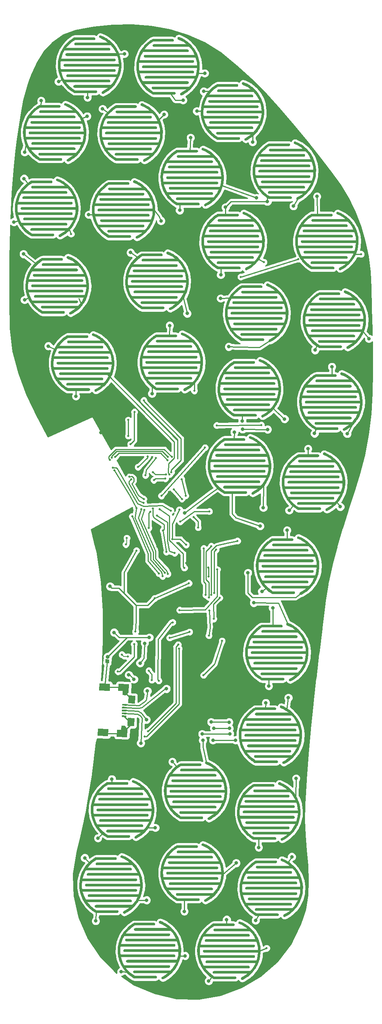
<source format=gtl>
G04 #@! TF.GenerationSoftware,KiCad,Pcbnew,(5.0.0)*
G04 #@! TF.CreationDate,2020-01-12T10:50:58+01:00*
G04 #@! TF.ProjectId,Insole_PCB,496E736F6C655F5043422E6B69636164,rev?*
G04 #@! TF.SameCoordinates,Original*
G04 #@! TF.FileFunction,Copper,L1,Top,Signal*
G04 #@! TF.FilePolarity,Positive*
%FSLAX46Y46*%
G04 Gerber Fmt 4.6, Leading zero omitted, Abs format (unit mm)*
G04 Created by KiCad (PCBNEW (5.0.0)) date 01/12/20 10:50:58*
%MOMM*%
%LPD*%
G01*
G04 APERTURE LIST*
G04 #@! TA.AperFunction,SMDPad,CuDef*
%ADD10C,0.500000*%
G04 #@! TD*
G04 #@! TA.AperFunction,Conductor*
%ADD11C,0.100000*%
G04 #@! TD*
G04 #@! TA.AperFunction,ComponentPad*
%ADD12C,0.850000*%
G04 #@! TD*
G04 #@! TA.AperFunction,Conductor*
%ADD13C,0.850000*%
G04 #@! TD*
G04 #@! TA.AperFunction,SMDPad,CuDef*
%ADD14C,1.600000*%
G04 #@! TD*
G04 #@! TA.AperFunction,SMDPad,CuDef*
%ADD15C,1.500000*%
G04 #@! TD*
G04 #@! TA.AperFunction,SMDPad,CuDef*
%ADD16C,0.400000*%
G04 #@! TD*
G04 #@! TA.AperFunction,ViaPad*
%ADD17C,0.800000*%
G04 #@! TD*
G04 #@! TA.AperFunction,ViaPad*
%ADD18C,0.500000*%
G04 #@! TD*
G04 #@! TA.AperFunction,ViaPad*
%ADD19C,0.600000*%
G04 #@! TD*
G04 #@! TA.AperFunction,Conductor*
%ADD20C,0.250000*%
G04 #@! TD*
G04 #@! TA.AperFunction,Conductor*
%ADD21C,0.160000*%
G04 #@! TD*
G04 #@! TA.AperFunction,Conductor*
%ADD22C,0.254000*%
G04 #@! TD*
G04 APERTURE END LIST*
D10*
G04 #@! TO.P,S4,1*
G04 #@! TO.N,/U1_Data*
X176159453Y-59090707D03*
D11*
G04 #@! TD*
G04 #@! TO.N,/U1_Data*
G04 #@! TO.C,S4*
G36*
X183863642Y-51590736D02*
X183892894Y-51592577D01*
X183921827Y-51597263D01*
X183950164Y-51604750D01*
X183977636Y-51614966D01*
X184003979Y-51627815D01*
X184028943Y-51643173D01*
X184052289Y-51660894D01*
X184073795Y-51680808D01*
X184093254Y-51702726D01*
X184110482Y-51726438D01*
X184125314Y-51751718D01*
X184137608Y-51778325D01*
X184147247Y-51806005D01*
X184154139Y-51834493D01*
X184158218Y-51863517D01*
X184159446Y-51892801D01*
X184157810Y-51922066D01*
X184153326Y-51951030D01*
X184146037Y-51979419D01*
X184136012Y-52006962D01*
X184123348Y-52033394D01*
X184108164Y-52058465D01*
X184090607Y-52081934D01*
X184070843Y-52103578D01*
X184049062Y-52123190D01*
X184025470Y-52140583D01*
X184000294Y-52155591D01*
X183973774Y-52168071D01*
X183946163Y-52177903D01*
X183917723Y-52184994D01*
X183888728Y-52189275D01*
X183859453Y-52190707D01*
X179543182Y-52190707D01*
X179285033Y-52346979D01*
X178758851Y-52724227D01*
X178274263Y-53149033D01*
X177833438Y-53619102D01*
X177547665Y-53990707D01*
X187259453Y-53990707D01*
X187263642Y-53990736D01*
X187292894Y-53992577D01*
X187321827Y-53997263D01*
X187350164Y-54004750D01*
X187377636Y-54014966D01*
X187403979Y-54027815D01*
X187428943Y-54043173D01*
X187452289Y-54060894D01*
X187473795Y-54080808D01*
X187493254Y-54102726D01*
X187510482Y-54126438D01*
X187525314Y-54151718D01*
X187537608Y-54178325D01*
X187547247Y-54206005D01*
X187554139Y-54234493D01*
X187558218Y-54263517D01*
X187559446Y-54292801D01*
X187557810Y-54322066D01*
X187553326Y-54351030D01*
X187546037Y-54379419D01*
X187536012Y-54406962D01*
X187523348Y-54433394D01*
X187508164Y-54458465D01*
X187490607Y-54481934D01*
X187470843Y-54503578D01*
X187449062Y-54523190D01*
X187425470Y-54540583D01*
X187400294Y-54555591D01*
X187373774Y-54568071D01*
X187346163Y-54577903D01*
X187317723Y-54584994D01*
X187288728Y-54589275D01*
X187259453Y-54590707D01*
X177153105Y-54590707D01*
X177099465Y-54676677D01*
X176813324Y-55254088D01*
X176584888Y-55856677D01*
X176440184Y-56390707D01*
X188459453Y-56390707D01*
X188463642Y-56390736D01*
X188492894Y-56392577D01*
X188521827Y-56397263D01*
X188550164Y-56404750D01*
X188577636Y-56414966D01*
X188603979Y-56427815D01*
X188628943Y-56443173D01*
X188652289Y-56460894D01*
X188673795Y-56480808D01*
X188693254Y-56502726D01*
X188710482Y-56526438D01*
X188725314Y-56551718D01*
X188737608Y-56578325D01*
X188747247Y-56606005D01*
X188754139Y-56634493D01*
X188758218Y-56663517D01*
X188759446Y-56692801D01*
X188757810Y-56722066D01*
X188753326Y-56751030D01*
X188746037Y-56779419D01*
X188736012Y-56806962D01*
X188723348Y-56833394D01*
X188708164Y-56858465D01*
X188690607Y-56881934D01*
X188670843Y-56903578D01*
X188649062Y-56923190D01*
X188625470Y-56940583D01*
X188600294Y-56955591D01*
X188573774Y-56968071D01*
X188546163Y-56977903D01*
X188517723Y-56984994D01*
X188488728Y-56989275D01*
X188459453Y-56990707D01*
X176330101Y-56990707D01*
X176309308Y-57114152D01*
X176264791Y-57757034D01*
X176283219Y-58401193D01*
X176332694Y-58790707D01*
X188459453Y-58790707D01*
X188463642Y-58790736D01*
X188492894Y-58792577D01*
X188521827Y-58797263D01*
X188550164Y-58804750D01*
X188577636Y-58814966D01*
X188603979Y-58827815D01*
X188628943Y-58843173D01*
X188652289Y-58860894D01*
X188673795Y-58880808D01*
X188693254Y-58902726D01*
X188710482Y-58926438D01*
X188725314Y-58951718D01*
X188737608Y-58978325D01*
X188747247Y-59006005D01*
X188754139Y-59034493D01*
X188758218Y-59063517D01*
X188759446Y-59092801D01*
X188757810Y-59122066D01*
X188753326Y-59151030D01*
X188746037Y-59179419D01*
X188736012Y-59206962D01*
X188723348Y-59233394D01*
X188708164Y-59258465D01*
X188690607Y-59281934D01*
X188670843Y-59303578D01*
X188649062Y-59323190D01*
X188625470Y-59340583D01*
X188600294Y-59355591D01*
X188573774Y-59368071D01*
X188546163Y-59377903D01*
X188517723Y-59384994D01*
X188488728Y-59389275D01*
X188459453Y-59390707D01*
X176444238Y-59390707D01*
X176507618Y-59668806D01*
X176711445Y-60280150D01*
X176973958Y-60868691D01*
X177157177Y-61190707D01*
X187259453Y-61190707D01*
X187263642Y-61190736D01*
X187292894Y-61192577D01*
X187321827Y-61197263D01*
X187350164Y-61204750D01*
X187377636Y-61214966D01*
X187403979Y-61227815D01*
X187428943Y-61243173D01*
X187452289Y-61260894D01*
X187473795Y-61280808D01*
X187493254Y-61302726D01*
X187510482Y-61326438D01*
X187525314Y-61351718D01*
X187537608Y-61378325D01*
X187547247Y-61406005D01*
X187554139Y-61434493D01*
X187558218Y-61463517D01*
X187559446Y-61492801D01*
X187557810Y-61522066D01*
X187553326Y-61551030D01*
X187546037Y-61579419D01*
X187536012Y-61606962D01*
X187523348Y-61633394D01*
X187508164Y-61658465D01*
X187490607Y-61681934D01*
X187470843Y-61703578D01*
X187449062Y-61723190D01*
X187425470Y-61740583D01*
X187400294Y-61755591D01*
X187373774Y-61768071D01*
X187346163Y-61777903D01*
X187317723Y-61784994D01*
X187288728Y-61789275D01*
X187259453Y-61790707D01*
X177548310Y-61790707D01*
X177664465Y-61955131D01*
X178085882Y-62442680D01*
X178552857Y-62886772D01*
X179060941Y-63283179D01*
X179546253Y-63590707D01*
X184259453Y-63590707D01*
X184263642Y-63590736D01*
X184292894Y-63592577D01*
X184321827Y-63597263D01*
X184350164Y-63604750D01*
X184377636Y-63614966D01*
X184403979Y-63627815D01*
X184428943Y-63643173D01*
X184452289Y-63660894D01*
X184473795Y-63680808D01*
X184493254Y-63702726D01*
X184510482Y-63726438D01*
X184525314Y-63751718D01*
X184537608Y-63778325D01*
X184547247Y-63806005D01*
X184554139Y-63834493D01*
X184558218Y-63863517D01*
X184559446Y-63892801D01*
X184557810Y-63922066D01*
X184553326Y-63951030D01*
X184546037Y-63979419D01*
X184536012Y-64006962D01*
X184523348Y-64033394D01*
X184508164Y-64058465D01*
X184490607Y-64081934D01*
X184470843Y-64103578D01*
X184449062Y-64123190D01*
X184425470Y-64140583D01*
X184400294Y-64155591D01*
X184373774Y-64168071D01*
X184346163Y-64177903D01*
X184317723Y-64184994D01*
X184288728Y-64189275D01*
X184259453Y-64190707D01*
X179459453Y-64190707D01*
X179455264Y-64190678D01*
X179426012Y-64188837D01*
X179397079Y-64184151D01*
X179368742Y-64176664D01*
X179341270Y-64166448D01*
X179326234Y-64159114D01*
X179322022Y-64157242D01*
X179319726Y-64155940D01*
X179314927Y-64153599D01*
X179306994Y-64148719D01*
X179296527Y-64142782D01*
X178727398Y-63782142D01*
X178723876Y-63779875D01*
X178713739Y-63772521D01*
X178703436Y-63765263D01*
X178172215Y-63350806D01*
X178168931Y-63348206D01*
X178159557Y-63339895D01*
X178150016Y-63331670D01*
X177661773Y-62867354D01*
X177658758Y-62864446D01*
X177650221Y-62855239D01*
X177641546Y-62846142D01*
X177200944Y-62336397D01*
X177198227Y-62333209D01*
X177190617Y-62323197D01*
X177182884Y-62313313D01*
X176794127Y-61763006D01*
X176791733Y-61759567D01*
X176785126Y-61748843D01*
X176778405Y-61738269D01*
X176445204Y-61152653D01*
X176443158Y-61148998D01*
X176437647Y-61137719D01*
X176431971Y-61126500D01*
X176157506Y-60511164D01*
X176155826Y-60507326D01*
X176151434Y-60495541D01*
X176146888Y-60483844D01*
X175933780Y-59844662D01*
X175932483Y-59840679D01*
X175929265Y-59828532D01*
X175925879Y-59816438D01*
X175776161Y-59159510D01*
X175775259Y-59155419D01*
X175773248Y-59143053D01*
X175771052Y-59130648D01*
X175686153Y-58462246D01*
X175685654Y-58458086D01*
X175684855Y-58445528D01*
X175683885Y-58433024D01*
X175664617Y-57759526D01*
X175664526Y-57755338D01*
X175664957Y-57742777D01*
X175665211Y-57730223D01*
X175711756Y-57058059D01*
X175712074Y-57053882D01*
X175713729Y-57041415D01*
X175715206Y-57028954D01*
X175827120Y-56364541D01*
X175827845Y-56360415D01*
X175830708Y-56348172D01*
X175833395Y-56335910D01*
X176009611Y-55685589D01*
X176010735Y-55681553D01*
X176014768Y-55669679D01*
X176018649Y-55657708D01*
X176257484Y-55027686D01*
X176258996Y-55023779D01*
X176264180Y-55012332D01*
X176269200Y-55000820D01*
X176568374Y-54397110D01*
X176570260Y-54393370D01*
X176576535Y-54382485D01*
X176582656Y-54371515D01*
X176939315Y-53799882D01*
X176941557Y-53796343D01*
X176948870Y-53786115D01*
X176956026Y-53775803D01*
X177366765Y-53241702D01*
X177369341Y-53238399D01*
X177377612Y-53228939D01*
X177385745Y-53219369D01*
X177846641Y-52727897D01*
X177849528Y-52724861D01*
X177858666Y-52716268D01*
X177867711Y-52707522D01*
X178374368Y-52263372D01*
X178377537Y-52260633D01*
X178387471Y-52252972D01*
X178397325Y-52245151D01*
X178944905Y-51852562D01*
X178948327Y-51850145D01*
X178956419Y-51845081D01*
X178964349Y-51839734D01*
X179304095Y-51634067D01*
X179307694Y-51631923D01*
X179313245Y-51629022D01*
X179318612Y-51625823D01*
X179326214Y-51622246D01*
X179333671Y-51618349D01*
X179339470Y-51616007D01*
X179345132Y-51613343D01*
X179353063Y-51610519D01*
X179360849Y-51607375D01*
X179366840Y-51605613D01*
X179372743Y-51603511D01*
X179380915Y-51601474D01*
X179388968Y-51599105D01*
X179395106Y-51597935D01*
X179401183Y-51596420D01*
X179409499Y-51595192D01*
X179417759Y-51593618D01*
X179423995Y-51593052D01*
X179430178Y-51592139D01*
X179438574Y-51591728D01*
X179446949Y-51590968D01*
X179453201Y-51591013D01*
X179459453Y-51590707D01*
X183859453Y-51590707D01*
X183863642Y-51590736D01*
X183863642Y-51590736D01*
G37*
D10*
G04 #@! TO.P,S4,2*
G04 #@! TO.N,/U1_A4*
X189659453Y-57890707D03*
D11*
G04 #@! TD*
G04 #@! TO.N,/U1_A4*
G04 #@! TO.C,S4*
G36*
X185314832Y-51144525D02*
X185343750Y-51149302D01*
X185372064Y-51156878D01*
X185399503Y-51167180D01*
X186017179Y-51434203D01*
X186021012Y-51435892D01*
X186032216Y-51441596D01*
X186043482Y-51447134D01*
X186632153Y-51773158D01*
X186635803Y-51775213D01*
X186646370Y-51781966D01*
X186657069Y-51788594D01*
X187211116Y-52170506D01*
X187214549Y-52172907D01*
X187224449Y-52180692D01*
X187234406Y-52188299D01*
X187748541Y-52622453D01*
X187751722Y-52625178D01*
X187760801Y-52633879D01*
X187769983Y-52642435D01*
X188239298Y-53124687D01*
X188242199Y-53127710D01*
X188250377Y-53137244D01*
X188258690Y-53146666D01*
X188678704Y-53672415D01*
X188681296Y-53675706D01*
X188688509Y-53686000D01*
X188695858Y-53696181D01*
X189062564Y-54260407D01*
X189064823Y-54263935D01*
X189070996Y-54274883D01*
X189077317Y-54285733D01*
X189387215Y-54883050D01*
X189389118Y-54886782D01*
X189394187Y-54898265D01*
X189399426Y-54909696D01*
X189649556Y-55534403D01*
X189651086Y-55538303D01*
X189655012Y-55550230D01*
X189659108Y-55562112D01*
X189847084Y-56208246D01*
X189848227Y-56212276D01*
X189850977Y-56224561D01*
X189853887Y-56236755D01*
X189977915Y-56898150D01*
X189978659Y-56902272D01*
X189980196Y-56914752D01*
X189981904Y-56927187D01*
X190040798Y-57597527D01*
X190041136Y-57601702D01*
X190041447Y-57614269D01*
X190041934Y-57626815D01*
X190035134Y-58299703D01*
X190035062Y-58303891D01*
X190034145Y-58316435D01*
X190033406Y-58328962D01*
X189960976Y-58997975D01*
X189960496Y-59002136D01*
X189958366Y-59014495D01*
X189956402Y-59026926D01*
X189819033Y-59685677D01*
X189818149Y-59689772D01*
X189814823Y-59701863D01*
X189811655Y-59714043D01*
X189610660Y-60356246D01*
X189609381Y-60360235D01*
X189604878Y-60371979D01*
X189600549Y-60383757D01*
X189337844Y-61003281D01*
X189336182Y-61007127D01*
X189330540Y-61018404D01*
X189325097Y-61029674D01*
X189003191Y-61620606D01*
X189001162Y-61624271D01*
X188994466Y-61634912D01*
X188987930Y-61645629D01*
X188609895Y-62202329D01*
X188607518Y-62205778D01*
X188599829Y-62215698D01*
X188592265Y-62225743D01*
X188161711Y-62742896D01*
X188159008Y-62746097D01*
X188150369Y-62755239D01*
X188141879Y-62764479D01*
X187662914Y-63237149D01*
X187659912Y-63240070D01*
X187650456Y-63248296D01*
X187641071Y-63256693D01*
X187118267Y-63680368D01*
X187114995Y-63682983D01*
X187104717Y-63690293D01*
X187094622Y-63697687D01*
X186532970Y-64068323D01*
X186529457Y-64070606D01*
X186519469Y-64076331D01*
X186509596Y-64082268D01*
X186001315Y-64355046D01*
X185997610Y-64357001D01*
X185970965Y-64369212D01*
X185943255Y-64378764D01*
X185914746Y-64385567D01*
X185885709Y-64389556D01*
X185856422Y-64390692D01*
X185827163Y-64388964D01*
X185798212Y-64384389D01*
X185769846Y-64377012D01*
X185742335Y-64366901D01*
X185715942Y-64354154D01*
X185690919Y-64338893D01*
X185667505Y-64321262D01*
X185645922Y-64301431D01*
X185626378Y-64279588D01*
X185609060Y-64255943D01*
X185594130Y-64230721D01*
X185581733Y-64204161D01*
X185571987Y-64176520D01*
X185564986Y-64148058D01*
X185560795Y-64119049D01*
X185559454Y-64089770D01*
X185560978Y-64060499D01*
X185565350Y-64031518D01*
X185572530Y-64003101D01*
X185582448Y-63975520D01*
X185595011Y-63949039D01*
X185610097Y-63923910D01*
X185627563Y-63900373D01*
X185647243Y-63878653D01*
X185668949Y-63858956D01*
X185692473Y-63841473D01*
X185717591Y-63826368D01*
X186213866Y-63560033D01*
X186751905Y-63204979D01*
X187016312Y-62990707D01*
X179459453Y-62990707D01*
X179455264Y-62990678D01*
X179426012Y-62988837D01*
X179397079Y-62984151D01*
X179368742Y-62976664D01*
X179341270Y-62966448D01*
X179314927Y-62953599D01*
X179289963Y-62938241D01*
X179266617Y-62920520D01*
X179245111Y-62900606D01*
X179225652Y-62878688D01*
X179208424Y-62854976D01*
X179193592Y-62829696D01*
X179181298Y-62803089D01*
X179171659Y-62775409D01*
X179164767Y-62746921D01*
X179160688Y-62717897D01*
X179159460Y-62688613D01*
X179161096Y-62659348D01*
X179165580Y-62630384D01*
X179172869Y-62601995D01*
X179182894Y-62574452D01*
X179195558Y-62548020D01*
X179210742Y-62522949D01*
X179228299Y-62499480D01*
X179248063Y-62477836D01*
X179269844Y-62458224D01*
X179293436Y-62440831D01*
X179318612Y-62425823D01*
X179345132Y-62413343D01*
X179372743Y-62403511D01*
X179401183Y-62396420D01*
X179430178Y-62392139D01*
X179459453Y-62390707D01*
X187659453Y-62390707D01*
X187663642Y-62390736D01*
X187666237Y-62390899D01*
X187709983Y-62347729D01*
X188121767Y-61853121D01*
X188483318Y-61320695D01*
X188791184Y-60755537D01*
X188861079Y-60590707D01*
X177859453Y-60590707D01*
X177855264Y-60590678D01*
X177826012Y-60588837D01*
X177797079Y-60584151D01*
X177768742Y-60576664D01*
X177741270Y-60566448D01*
X177714927Y-60553599D01*
X177689963Y-60538241D01*
X177666617Y-60520520D01*
X177645111Y-60500606D01*
X177625652Y-60478688D01*
X177608424Y-60454976D01*
X177593592Y-60429696D01*
X177581298Y-60403089D01*
X177571659Y-60375409D01*
X177564767Y-60346921D01*
X177560688Y-60317897D01*
X177559460Y-60288613D01*
X177561096Y-60259348D01*
X177565580Y-60230384D01*
X177572869Y-60201995D01*
X177582894Y-60174452D01*
X177595558Y-60148020D01*
X177610742Y-60122949D01*
X177628299Y-60099480D01*
X177648063Y-60077836D01*
X177669844Y-60058224D01*
X177693436Y-60040831D01*
X177718612Y-60025823D01*
X177745132Y-60013343D01*
X177772743Y-60003511D01*
X177801183Y-59996420D01*
X177830178Y-59992139D01*
X177859453Y-59990707D01*
X189096366Y-59990707D01*
X189234662Y-59548835D01*
X189366042Y-58918802D01*
X189435312Y-58278973D01*
X189436204Y-58190707D01*
X177259453Y-58190707D01*
X177255264Y-58190678D01*
X177226012Y-58188837D01*
X177197079Y-58184151D01*
X177168742Y-58176664D01*
X177141270Y-58166448D01*
X177114927Y-58153599D01*
X177089963Y-58138241D01*
X177066617Y-58120520D01*
X177045111Y-58100606D01*
X177025652Y-58078688D01*
X177008424Y-58054976D01*
X176993592Y-58029696D01*
X176981298Y-58003089D01*
X176971659Y-57975409D01*
X176964767Y-57946921D01*
X176960688Y-57917897D01*
X176959460Y-57888613D01*
X176961096Y-57859348D01*
X176965580Y-57830384D01*
X176972869Y-57801995D01*
X176982894Y-57774452D01*
X176995558Y-57748020D01*
X177010742Y-57722949D01*
X177028299Y-57699480D01*
X177048063Y-57677836D01*
X177069844Y-57658224D01*
X177093436Y-57640831D01*
X177118612Y-57625823D01*
X177145132Y-57613343D01*
X177172743Y-57603511D01*
X177201183Y-57596420D01*
X177230178Y-57592139D01*
X177259453Y-57590707D01*
X189437887Y-57590707D01*
X189385490Y-56994311D01*
X189266871Y-56361762D01*
X189100737Y-55790707D01*
X177659453Y-55790707D01*
X177655264Y-55790678D01*
X177626012Y-55788837D01*
X177597079Y-55784151D01*
X177568742Y-55776664D01*
X177541270Y-55766448D01*
X177514927Y-55753599D01*
X177489963Y-55738241D01*
X177466617Y-55720520D01*
X177445111Y-55700606D01*
X177425652Y-55678688D01*
X177408424Y-55654976D01*
X177393592Y-55629696D01*
X177381298Y-55603089D01*
X177371659Y-55575409D01*
X177364767Y-55546921D01*
X177360688Y-55517897D01*
X177359460Y-55488613D01*
X177361096Y-55459348D01*
X177365580Y-55430384D01*
X177372869Y-55401995D01*
X177382894Y-55374452D01*
X177395558Y-55348020D01*
X177410742Y-55322949D01*
X177428299Y-55299480D01*
X177448063Y-55277836D01*
X177469844Y-55258224D01*
X177493436Y-55240831D01*
X177518612Y-55225823D01*
X177545132Y-55213343D01*
X177572743Y-55203511D01*
X177601183Y-55196420D01*
X177630178Y-55192139D01*
X177659453Y-55190707D01*
X188865634Y-55190707D01*
X188847869Y-55146340D01*
X188551488Y-54575077D01*
X188200772Y-54035451D01*
X187799070Y-53532626D01*
X187660890Y-53390637D01*
X187659453Y-53390707D01*
X179659453Y-53390707D01*
X179655264Y-53390678D01*
X179626012Y-53388837D01*
X179597079Y-53384151D01*
X179568742Y-53376664D01*
X179541270Y-53366448D01*
X179514927Y-53353599D01*
X179489963Y-53338241D01*
X179466617Y-53320520D01*
X179445111Y-53300606D01*
X179425652Y-53278688D01*
X179408424Y-53254976D01*
X179393592Y-53229696D01*
X179381298Y-53203089D01*
X179371659Y-53175409D01*
X179364767Y-53146921D01*
X179360688Y-53117897D01*
X179359460Y-53088613D01*
X179361096Y-53059348D01*
X179365580Y-53030384D01*
X179372869Y-53001995D01*
X179382894Y-52974452D01*
X179395558Y-52948020D01*
X179410742Y-52922949D01*
X179428299Y-52899480D01*
X179448063Y-52877836D01*
X179469844Y-52858224D01*
X179493436Y-52840831D01*
X179518612Y-52825823D01*
X179545132Y-52813343D01*
X179572743Y-52803511D01*
X179601183Y-52796420D01*
X179630178Y-52792139D01*
X179659453Y-52790707D01*
X187017814Y-52790707D01*
X186858512Y-52656187D01*
X186328624Y-52290928D01*
X185765622Y-51979120D01*
X185161417Y-51717920D01*
X185157583Y-51716231D01*
X185131463Y-51702934D01*
X185106765Y-51687152D01*
X185083725Y-51669035D01*
X185062563Y-51648756D01*
X185043481Y-51626509D01*
X185026661Y-51602506D01*
X185012263Y-51576976D01*
X185000425Y-51550163D01*
X184991261Y-51522323D01*
X184984857Y-51493721D01*
X184981274Y-51464631D01*
X184980547Y-51435330D01*
X184982683Y-51406098D01*
X184987661Y-51377214D01*
X184995434Y-51348954D01*
X185005927Y-51321587D01*
X185019042Y-51295374D01*
X185034651Y-51270567D01*
X185052606Y-51247401D01*
X185072738Y-51226098D01*
X185094851Y-51206861D01*
X185118736Y-51189874D01*
X185144165Y-51175298D01*
X185170895Y-51163274D01*
X185198670Y-51153915D01*
X185227227Y-51147311D01*
X185256291Y-51143526D01*
X185285586Y-51142594D01*
X185314832Y-51144525D01*
X185314832Y-51144525D01*
G37*
D10*
G04 #@! TO.P,S9,1*
G04 #@! TO.N,/U2_Data*
X208519453Y-69680707D03*
D11*
G04 #@! TD*
G04 #@! TO.N,/U2_Data*
G04 #@! TO.C,S9*
G36*
X216223642Y-62180736D02*
X216252894Y-62182577D01*
X216281827Y-62187263D01*
X216310164Y-62194750D01*
X216337636Y-62204966D01*
X216363979Y-62217815D01*
X216388943Y-62233173D01*
X216412289Y-62250894D01*
X216433795Y-62270808D01*
X216453254Y-62292726D01*
X216470482Y-62316438D01*
X216485314Y-62341718D01*
X216497608Y-62368325D01*
X216507247Y-62396005D01*
X216514139Y-62424493D01*
X216518218Y-62453517D01*
X216519446Y-62482801D01*
X216517810Y-62512066D01*
X216513326Y-62541030D01*
X216506037Y-62569419D01*
X216496012Y-62596962D01*
X216483348Y-62623394D01*
X216468164Y-62648465D01*
X216450607Y-62671934D01*
X216430843Y-62693578D01*
X216409062Y-62713190D01*
X216385470Y-62730583D01*
X216360294Y-62745591D01*
X216333774Y-62758071D01*
X216306163Y-62767903D01*
X216277723Y-62774994D01*
X216248728Y-62779275D01*
X216219453Y-62780707D01*
X211903182Y-62780707D01*
X211645033Y-62936979D01*
X211118851Y-63314227D01*
X210634263Y-63739033D01*
X210193438Y-64209102D01*
X209907665Y-64580707D01*
X219619453Y-64580707D01*
X219623642Y-64580736D01*
X219652894Y-64582577D01*
X219681827Y-64587263D01*
X219710164Y-64594750D01*
X219737636Y-64604966D01*
X219763979Y-64617815D01*
X219788943Y-64633173D01*
X219812289Y-64650894D01*
X219833795Y-64670808D01*
X219853254Y-64692726D01*
X219870482Y-64716438D01*
X219885314Y-64741718D01*
X219897608Y-64768325D01*
X219907247Y-64796005D01*
X219914139Y-64824493D01*
X219918218Y-64853517D01*
X219919446Y-64882801D01*
X219917810Y-64912066D01*
X219913326Y-64941030D01*
X219906037Y-64969419D01*
X219896012Y-64996962D01*
X219883348Y-65023394D01*
X219868164Y-65048465D01*
X219850607Y-65071934D01*
X219830843Y-65093578D01*
X219809062Y-65113190D01*
X219785470Y-65130583D01*
X219760294Y-65145591D01*
X219733774Y-65158071D01*
X219706163Y-65167903D01*
X219677723Y-65174994D01*
X219648728Y-65179275D01*
X219619453Y-65180707D01*
X209513105Y-65180707D01*
X209459465Y-65266677D01*
X209173324Y-65844088D01*
X208944888Y-66446677D01*
X208800184Y-66980707D01*
X220819453Y-66980707D01*
X220823642Y-66980736D01*
X220852894Y-66982577D01*
X220881827Y-66987263D01*
X220910164Y-66994750D01*
X220937636Y-67004966D01*
X220963979Y-67017815D01*
X220988943Y-67033173D01*
X221012289Y-67050894D01*
X221033795Y-67070808D01*
X221053254Y-67092726D01*
X221070482Y-67116438D01*
X221085314Y-67141718D01*
X221097608Y-67168325D01*
X221107247Y-67196005D01*
X221114139Y-67224493D01*
X221118218Y-67253517D01*
X221119446Y-67282801D01*
X221117810Y-67312066D01*
X221113326Y-67341030D01*
X221106037Y-67369419D01*
X221096012Y-67396962D01*
X221083348Y-67423394D01*
X221068164Y-67448465D01*
X221050607Y-67471934D01*
X221030843Y-67493578D01*
X221009062Y-67513190D01*
X220985470Y-67530583D01*
X220960294Y-67545591D01*
X220933774Y-67558071D01*
X220906163Y-67567903D01*
X220877723Y-67574994D01*
X220848728Y-67579275D01*
X220819453Y-67580707D01*
X208690101Y-67580707D01*
X208669308Y-67704152D01*
X208624791Y-68347034D01*
X208643219Y-68991193D01*
X208692694Y-69380707D01*
X220819453Y-69380707D01*
X220823642Y-69380736D01*
X220852894Y-69382577D01*
X220881827Y-69387263D01*
X220910164Y-69394750D01*
X220937636Y-69404966D01*
X220963979Y-69417815D01*
X220988943Y-69433173D01*
X221012289Y-69450894D01*
X221033795Y-69470808D01*
X221053254Y-69492726D01*
X221070482Y-69516438D01*
X221085314Y-69541718D01*
X221097608Y-69568325D01*
X221107247Y-69596005D01*
X221114139Y-69624493D01*
X221118218Y-69653517D01*
X221119446Y-69682801D01*
X221117810Y-69712066D01*
X221113326Y-69741030D01*
X221106037Y-69769419D01*
X221096012Y-69796962D01*
X221083348Y-69823394D01*
X221068164Y-69848465D01*
X221050607Y-69871934D01*
X221030843Y-69893578D01*
X221009062Y-69913190D01*
X220985470Y-69930583D01*
X220960294Y-69945591D01*
X220933774Y-69958071D01*
X220906163Y-69967903D01*
X220877723Y-69974994D01*
X220848728Y-69979275D01*
X220819453Y-69980707D01*
X208804238Y-69980707D01*
X208867618Y-70258806D01*
X209071445Y-70870150D01*
X209333958Y-71458691D01*
X209517177Y-71780707D01*
X219619453Y-71780707D01*
X219623642Y-71780736D01*
X219652894Y-71782577D01*
X219681827Y-71787263D01*
X219710164Y-71794750D01*
X219737636Y-71804966D01*
X219763979Y-71817815D01*
X219788943Y-71833173D01*
X219812289Y-71850894D01*
X219833795Y-71870808D01*
X219853254Y-71892726D01*
X219870482Y-71916438D01*
X219885314Y-71941718D01*
X219897608Y-71968325D01*
X219907247Y-71996005D01*
X219914139Y-72024493D01*
X219918218Y-72053517D01*
X219919446Y-72082801D01*
X219917810Y-72112066D01*
X219913326Y-72141030D01*
X219906037Y-72169419D01*
X219896012Y-72196962D01*
X219883348Y-72223394D01*
X219868164Y-72248465D01*
X219850607Y-72271934D01*
X219830843Y-72293578D01*
X219809062Y-72313190D01*
X219785470Y-72330583D01*
X219760294Y-72345591D01*
X219733774Y-72358071D01*
X219706163Y-72367903D01*
X219677723Y-72374994D01*
X219648728Y-72379275D01*
X219619453Y-72380707D01*
X209908310Y-72380707D01*
X210024465Y-72545131D01*
X210445882Y-73032680D01*
X210912857Y-73476772D01*
X211420941Y-73873179D01*
X211906253Y-74180707D01*
X216619453Y-74180707D01*
X216623642Y-74180736D01*
X216652894Y-74182577D01*
X216681827Y-74187263D01*
X216710164Y-74194750D01*
X216737636Y-74204966D01*
X216763979Y-74217815D01*
X216788943Y-74233173D01*
X216812289Y-74250894D01*
X216833795Y-74270808D01*
X216853254Y-74292726D01*
X216870482Y-74316438D01*
X216885314Y-74341718D01*
X216897608Y-74368325D01*
X216907247Y-74396005D01*
X216914139Y-74424493D01*
X216918218Y-74453517D01*
X216919446Y-74482801D01*
X216917810Y-74512066D01*
X216913326Y-74541030D01*
X216906037Y-74569419D01*
X216896012Y-74596962D01*
X216883348Y-74623394D01*
X216868164Y-74648465D01*
X216850607Y-74671934D01*
X216830843Y-74693578D01*
X216809062Y-74713190D01*
X216785470Y-74730583D01*
X216760294Y-74745591D01*
X216733774Y-74758071D01*
X216706163Y-74767903D01*
X216677723Y-74774994D01*
X216648728Y-74779275D01*
X216619453Y-74780707D01*
X211819453Y-74780707D01*
X211815264Y-74780678D01*
X211786012Y-74778837D01*
X211757079Y-74774151D01*
X211728742Y-74766664D01*
X211701270Y-74756448D01*
X211686234Y-74749114D01*
X211682022Y-74747242D01*
X211679726Y-74745940D01*
X211674927Y-74743599D01*
X211666994Y-74738719D01*
X211656527Y-74732782D01*
X211087398Y-74372142D01*
X211083876Y-74369875D01*
X211073739Y-74362521D01*
X211063436Y-74355263D01*
X210532215Y-73940806D01*
X210528931Y-73938206D01*
X210519557Y-73929895D01*
X210510016Y-73921670D01*
X210021773Y-73457354D01*
X210018758Y-73454446D01*
X210010221Y-73445239D01*
X210001546Y-73436142D01*
X209560944Y-72926397D01*
X209558227Y-72923209D01*
X209550617Y-72913197D01*
X209542884Y-72903313D01*
X209154127Y-72353006D01*
X209151733Y-72349567D01*
X209145126Y-72338843D01*
X209138405Y-72328269D01*
X208805204Y-71742653D01*
X208803158Y-71738998D01*
X208797647Y-71727719D01*
X208791971Y-71716500D01*
X208517506Y-71101164D01*
X208515826Y-71097326D01*
X208511434Y-71085541D01*
X208506888Y-71073844D01*
X208293780Y-70434662D01*
X208292483Y-70430679D01*
X208289265Y-70418532D01*
X208285879Y-70406438D01*
X208136161Y-69749510D01*
X208135259Y-69745419D01*
X208133248Y-69733053D01*
X208131052Y-69720648D01*
X208046153Y-69052246D01*
X208045654Y-69048086D01*
X208044855Y-69035528D01*
X208043885Y-69023024D01*
X208024617Y-68349526D01*
X208024526Y-68345338D01*
X208024957Y-68332777D01*
X208025211Y-68320223D01*
X208071756Y-67648059D01*
X208072074Y-67643882D01*
X208073729Y-67631415D01*
X208075206Y-67618954D01*
X208187120Y-66954541D01*
X208187845Y-66950415D01*
X208190708Y-66938172D01*
X208193395Y-66925910D01*
X208369611Y-66275589D01*
X208370735Y-66271553D01*
X208374768Y-66259679D01*
X208378649Y-66247708D01*
X208617484Y-65617686D01*
X208618996Y-65613779D01*
X208624180Y-65602332D01*
X208629200Y-65590820D01*
X208928374Y-64987110D01*
X208930260Y-64983370D01*
X208936535Y-64972485D01*
X208942656Y-64961515D01*
X209299315Y-64389882D01*
X209301557Y-64386343D01*
X209308870Y-64376115D01*
X209316026Y-64365803D01*
X209726765Y-63831702D01*
X209729341Y-63828399D01*
X209737612Y-63818939D01*
X209745745Y-63809369D01*
X210206641Y-63317897D01*
X210209528Y-63314861D01*
X210218666Y-63306268D01*
X210227711Y-63297522D01*
X210734368Y-62853372D01*
X210737537Y-62850633D01*
X210747471Y-62842972D01*
X210757325Y-62835151D01*
X211304905Y-62442562D01*
X211308327Y-62440145D01*
X211316419Y-62435081D01*
X211324349Y-62429734D01*
X211664095Y-62224067D01*
X211667694Y-62221923D01*
X211673245Y-62219022D01*
X211678612Y-62215823D01*
X211686214Y-62212246D01*
X211693671Y-62208349D01*
X211699470Y-62206007D01*
X211705132Y-62203343D01*
X211713063Y-62200519D01*
X211720849Y-62197375D01*
X211726840Y-62195613D01*
X211732743Y-62193511D01*
X211740915Y-62191474D01*
X211748968Y-62189105D01*
X211755106Y-62187935D01*
X211761183Y-62186420D01*
X211769499Y-62185192D01*
X211777759Y-62183618D01*
X211783995Y-62183052D01*
X211790178Y-62182139D01*
X211798574Y-62181728D01*
X211806949Y-62180968D01*
X211813201Y-62181013D01*
X211819453Y-62180707D01*
X216219453Y-62180707D01*
X216223642Y-62180736D01*
X216223642Y-62180736D01*
G37*
D10*
G04 #@! TO.P,S9,2*
G04 #@! TO.N,/U2_A1*
X222019453Y-68480707D03*
D11*
G04 #@! TD*
G04 #@! TO.N,/U2_A1*
G04 #@! TO.C,S9*
G36*
X217674832Y-61734525D02*
X217703750Y-61739302D01*
X217732064Y-61746878D01*
X217759503Y-61757180D01*
X218377179Y-62024203D01*
X218381012Y-62025892D01*
X218392216Y-62031596D01*
X218403482Y-62037134D01*
X218992153Y-62363158D01*
X218995803Y-62365213D01*
X219006370Y-62371966D01*
X219017069Y-62378594D01*
X219571116Y-62760506D01*
X219574549Y-62762907D01*
X219584449Y-62770692D01*
X219594406Y-62778299D01*
X220108541Y-63212453D01*
X220111722Y-63215178D01*
X220120801Y-63223879D01*
X220129983Y-63232435D01*
X220599298Y-63714687D01*
X220602199Y-63717710D01*
X220610377Y-63727244D01*
X220618690Y-63736666D01*
X221038704Y-64262415D01*
X221041296Y-64265706D01*
X221048509Y-64276000D01*
X221055858Y-64286181D01*
X221422564Y-64850407D01*
X221424823Y-64853935D01*
X221430996Y-64864883D01*
X221437317Y-64875733D01*
X221747215Y-65473050D01*
X221749118Y-65476782D01*
X221754187Y-65488265D01*
X221759426Y-65499696D01*
X222009556Y-66124403D01*
X222011086Y-66128303D01*
X222015012Y-66140230D01*
X222019108Y-66152112D01*
X222207084Y-66798246D01*
X222208227Y-66802276D01*
X222210977Y-66814561D01*
X222213887Y-66826755D01*
X222337915Y-67488150D01*
X222338659Y-67492272D01*
X222340196Y-67504752D01*
X222341904Y-67517187D01*
X222400798Y-68187527D01*
X222401136Y-68191702D01*
X222401447Y-68204269D01*
X222401934Y-68216815D01*
X222395134Y-68889703D01*
X222395062Y-68893891D01*
X222394145Y-68906435D01*
X222393406Y-68918962D01*
X222320976Y-69587975D01*
X222320496Y-69592136D01*
X222318366Y-69604495D01*
X222316402Y-69616926D01*
X222179033Y-70275677D01*
X222178149Y-70279772D01*
X222174823Y-70291863D01*
X222171655Y-70304043D01*
X221970660Y-70946246D01*
X221969381Y-70950235D01*
X221964878Y-70961979D01*
X221960549Y-70973757D01*
X221697844Y-71593281D01*
X221696182Y-71597127D01*
X221690540Y-71608404D01*
X221685097Y-71619674D01*
X221363191Y-72210606D01*
X221361162Y-72214271D01*
X221354466Y-72224912D01*
X221347930Y-72235629D01*
X220969895Y-72792329D01*
X220967518Y-72795778D01*
X220959829Y-72805698D01*
X220952265Y-72815743D01*
X220521711Y-73332896D01*
X220519008Y-73336097D01*
X220510369Y-73345239D01*
X220501879Y-73354479D01*
X220022914Y-73827149D01*
X220019912Y-73830070D01*
X220010456Y-73838296D01*
X220001071Y-73846693D01*
X219478267Y-74270368D01*
X219474995Y-74272983D01*
X219464717Y-74280293D01*
X219454622Y-74287687D01*
X218892970Y-74658323D01*
X218889457Y-74660606D01*
X218879469Y-74666331D01*
X218869596Y-74672268D01*
X218361315Y-74945046D01*
X218357610Y-74947001D01*
X218330965Y-74959212D01*
X218303255Y-74968764D01*
X218274746Y-74975567D01*
X218245709Y-74979556D01*
X218216422Y-74980692D01*
X218187163Y-74978964D01*
X218158212Y-74974389D01*
X218129846Y-74967012D01*
X218102335Y-74956901D01*
X218075942Y-74944154D01*
X218050919Y-74928893D01*
X218027505Y-74911262D01*
X218005922Y-74891431D01*
X217986378Y-74869588D01*
X217969060Y-74845943D01*
X217954130Y-74820721D01*
X217941733Y-74794161D01*
X217931987Y-74766520D01*
X217924986Y-74738058D01*
X217920795Y-74709049D01*
X217919454Y-74679770D01*
X217920978Y-74650499D01*
X217925350Y-74621518D01*
X217932530Y-74593101D01*
X217942448Y-74565520D01*
X217955011Y-74539039D01*
X217970097Y-74513910D01*
X217987563Y-74490373D01*
X218007243Y-74468653D01*
X218028949Y-74448956D01*
X218052473Y-74431473D01*
X218077591Y-74416368D01*
X218573866Y-74150033D01*
X219111905Y-73794979D01*
X219376312Y-73580707D01*
X211819453Y-73580707D01*
X211815264Y-73580678D01*
X211786012Y-73578837D01*
X211757079Y-73574151D01*
X211728742Y-73566664D01*
X211701270Y-73556448D01*
X211674927Y-73543599D01*
X211649963Y-73528241D01*
X211626617Y-73510520D01*
X211605111Y-73490606D01*
X211585652Y-73468688D01*
X211568424Y-73444976D01*
X211553592Y-73419696D01*
X211541298Y-73393089D01*
X211531659Y-73365409D01*
X211524767Y-73336921D01*
X211520688Y-73307897D01*
X211519460Y-73278613D01*
X211521096Y-73249348D01*
X211525580Y-73220384D01*
X211532869Y-73191995D01*
X211542894Y-73164452D01*
X211555558Y-73138020D01*
X211570742Y-73112949D01*
X211588299Y-73089480D01*
X211608063Y-73067836D01*
X211629844Y-73048224D01*
X211653436Y-73030831D01*
X211678612Y-73015823D01*
X211705132Y-73003343D01*
X211732743Y-72993511D01*
X211761183Y-72986420D01*
X211790178Y-72982139D01*
X211819453Y-72980707D01*
X220019453Y-72980707D01*
X220023642Y-72980736D01*
X220026237Y-72980899D01*
X220069983Y-72937729D01*
X220481767Y-72443121D01*
X220843318Y-71910695D01*
X221151184Y-71345537D01*
X221221079Y-71180707D01*
X210219453Y-71180707D01*
X210215264Y-71180678D01*
X210186012Y-71178837D01*
X210157079Y-71174151D01*
X210128742Y-71166664D01*
X210101270Y-71156448D01*
X210074927Y-71143599D01*
X210049963Y-71128241D01*
X210026617Y-71110520D01*
X210005111Y-71090606D01*
X209985652Y-71068688D01*
X209968424Y-71044976D01*
X209953592Y-71019696D01*
X209941298Y-70993089D01*
X209931659Y-70965409D01*
X209924767Y-70936921D01*
X209920688Y-70907897D01*
X209919460Y-70878613D01*
X209921096Y-70849348D01*
X209925580Y-70820384D01*
X209932869Y-70791995D01*
X209942894Y-70764452D01*
X209955558Y-70738020D01*
X209970742Y-70712949D01*
X209988299Y-70689480D01*
X210008063Y-70667836D01*
X210029844Y-70648224D01*
X210053436Y-70630831D01*
X210078612Y-70615823D01*
X210105132Y-70603343D01*
X210132743Y-70593511D01*
X210161183Y-70586420D01*
X210190178Y-70582139D01*
X210219453Y-70580707D01*
X221456366Y-70580707D01*
X221594662Y-70138835D01*
X221726042Y-69508802D01*
X221795312Y-68868973D01*
X221796204Y-68780707D01*
X209619453Y-68780707D01*
X209615264Y-68780678D01*
X209586012Y-68778837D01*
X209557079Y-68774151D01*
X209528742Y-68766664D01*
X209501270Y-68756448D01*
X209474927Y-68743599D01*
X209449963Y-68728241D01*
X209426617Y-68710520D01*
X209405111Y-68690606D01*
X209385652Y-68668688D01*
X209368424Y-68644976D01*
X209353592Y-68619696D01*
X209341298Y-68593089D01*
X209331659Y-68565409D01*
X209324767Y-68536921D01*
X209320688Y-68507897D01*
X209319460Y-68478613D01*
X209321096Y-68449348D01*
X209325580Y-68420384D01*
X209332869Y-68391995D01*
X209342894Y-68364452D01*
X209355558Y-68338020D01*
X209370742Y-68312949D01*
X209388299Y-68289480D01*
X209408063Y-68267836D01*
X209429844Y-68248224D01*
X209453436Y-68230831D01*
X209478612Y-68215823D01*
X209505132Y-68203343D01*
X209532743Y-68193511D01*
X209561183Y-68186420D01*
X209590178Y-68182139D01*
X209619453Y-68180707D01*
X221797887Y-68180707D01*
X221745490Y-67584311D01*
X221626871Y-66951762D01*
X221460737Y-66380707D01*
X210019453Y-66380707D01*
X210015264Y-66380678D01*
X209986012Y-66378837D01*
X209957079Y-66374151D01*
X209928742Y-66366664D01*
X209901270Y-66356448D01*
X209874927Y-66343599D01*
X209849963Y-66328241D01*
X209826617Y-66310520D01*
X209805111Y-66290606D01*
X209785652Y-66268688D01*
X209768424Y-66244976D01*
X209753592Y-66219696D01*
X209741298Y-66193089D01*
X209731659Y-66165409D01*
X209724767Y-66136921D01*
X209720688Y-66107897D01*
X209719460Y-66078613D01*
X209721096Y-66049348D01*
X209725580Y-66020384D01*
X209732869Y-65991995D01*
X209742894Y-65964452D01*
X209755558Y-65938020D01*
X209770742Y-65912949D01*
X209788299Y-65889480D01*
X209808063Y-65867836D01*
X209829844Y-65848224D01*
X209853436Y-65830831D01*
X209878612Y-65815823D01*
X209905132Y-65803343D01*
X209932743Y-65793511D01*
X209961183Y-65786420D01*
X209990178Y-65782139D01*
X210019453Y-65780707D01*
X221225634Y-65780707D01*
X221207869Y-65736340D01*
X220911488Y-65165077D01*
X220560772Y-64625451D01*
X220159070Y-64122626D01*
X220020890Y-63980637D01*
X220019453Y-63980707D01*
X212019453Y-63980707D01*
X212015264Y-63980678D01*
X211986012Y-63978837D01*
X211957079Y-63974151D01*
X211928742Y-63966664D01*
X211901270Y-63956448D01*
X211874927Y-63943599D01*
X211849963Y-63928241D01*
X211826617Y-63910520D01*
X211805111Y-63890606D01*
X211785652Y-63868688D01*
X211768424Y-63844976D01*
X211753592Y-63819696D01*
X211741298Y-63793089D01*
X211731659Y-63765409D01*
X211724767Y-63736921D01*
X211720688Y-63707897D01*
X211719460Y-63678613D01*
X211721096Y-63649348D01*
X211725580Y-63620384D01*
X211732869Y-63591995D01*
X211742894Y-63564452D01*
X211755558Y-63538020D01*
X211770742Y-63512949D01*
X211788299Y-63489480D01*
X211808063Y-63467836D01*
X211829844Y-63448224D01*
X211853436Y-63430831D01*
X211878612Y-63415823D01*
X211905132Y-63403343D01*
X211932743Y-63393511D01*
X211961183Y-63386420D01*
X211990178Y-63382139D01*
X212019453Y-63380707D01*
X219377814Y-63380707D01*
X219218512Y-63246187D01*
X218688624Y-62880928D01*
X218125622Y-62569120D01*
X217521417Y-62307920D01*
X217517583Y-62306231D01*
X217491463Y-62292934D01*
X217466765Y-62277152D01*
X217443725Y-62259035D01*
X217422563Y-62238756D01*
X217403481Y-62216509D01*
X217386661Y-62192506D01*
X217372263Y-62166976D01*
X217360425Y-62140163D01*
X217351261Y-62112323D01*
X217344857Y-62083721D01*
X217341274Y-62054631D01*
X217340547Y-62025330D01*
X217342683Y-61996098D01*
X217347661Y-61967214D01*
X217355434Y-61938954D01*
X217365927Y-61911587D01*
X217379042Y-61885374D01*
X217394651Y-61860567D01*
X217412606Y-61837401D01*
X217432738Y-61816098D01*
X217454851Y-61796861D01*
X217478736Y-61779874D01*
X217504165Y-61765298D01*
X217530895Y-61753274D01*
X217558670Y-61743915D01*
X217587227Y-61737311D01*
X217616291Y-61733526D01*
X217645586Y-61732594D01*
X217674832Y-61734525D01*
X217674832Y-61734525D01*
G37*
D12*
G04 #@! TO.P,J2,2*
G04 #@! TO.N,+BATT*
X186929209Y-191863143D03*
D13*
G04 #@! TD*
G04 #@! TO.N,+BATT*
G04 #@! TO.C,J2*
X186929209Y-191863143D02*
X186929209Y-191863143D01*
D12*
G04 #@! TO.P,J2,1*
G04 #@! TO.N,-BATT*
X186859453Y-192860707D03*
D11*
G04 #@! TD*
G04 #@! TO.N,-BATT*
G04 #@! TO.C,J2*
G36*
X187313064Y-192466389D02*
X187253771Y-193314318D01*
X186405842Y-193255025D01*
X186465135Y-192407096D01*
X187313064Y-192466389D01*
X187313064Y-192466389D01*
G37*
D14*
G04 #@! TO.P,J1,6*
G04 #@! TO.N,-BATT*
X190549347Y-198824613D03*
D11*
G04 #@! TD*
G04 #@! TO.N,-BATT*
G04 #@! TO.C,J1*
G36*
X191087907Y-200594487D02*
X190288395Y-200566567D01*
X190321549Y-199617146D01*
X189322158Y-199582246D01*
X189377998Y-197983221D01*
X191776536Y-198066980D01*
X191712844Y-199890868D01*
X191087907Y-200594487D01*
X191087907Y-200594487D01*
G37*
D14*
G04 #@! TO.P,J1,6*
G04 #@! TO.N,-BATT*
X190186392Y-209218278D03*
D11*
G04 #@! TD*
G04 #@! TO.N,-BATT*
G04 #@! TO.C,J1*
G36*
X188959203Y-209975911D02*
X189015043Y-208376886D01*
X190014433Y-208411785D01*
X190047588Y-207462364D01*
X190847101Y-207490284D01*
X191421433Y-208235782D01*
X191357741Y-210059670D01*
X188959203Y-209975911D01*
X188959203Y-209975911D01*
G37*
D15*
G04 #@! TO.P,J1,6*
G04 #@! TO.N,-BATT*
X192227688Y-206637946D03*
D11*
G04 #@! TD*
G04 #@! TO.N,-BATT*
G04 #@! TO.C,J1*
G36*
X191509554Y-205712320D02*
X193008641Y-205764669D01*
X192945822Y-207563572D01*
X191446735Y-207511223D01*
X191509554Y-205712320D01*
X191509554Y-205712320D01*
G37*
D15*
G04 #@! TO.P,J1,6*
G04 #@! TO.N,-BATT*
X192405675Y-201541053D03*
D11*
G04 #@! TD*
G04 #@! TO.N,-BATT*
G04 #@! TO.C,J1*
G36*
X191687541Y-200615427D02*
X193186628Y-200667776D01*
X193123809Y-202466679D01*
X191624722Y-202414330D01*
X191687541Y-200615427D01*
X191687541Y-200615427D01*
G37*
D14*
G04 #@! TO.P,J1,6*
G04 #@! TO.N,-BATT*
X185890756Y-209018241D03*
D11*
G04 #@! TD*
G04 #@! TO.N,-BATT*
G04 #@! TO.C,J1*
G36*
X184719407Y-208176849D02*
X187117945Y-208260608D01*
X187062105Y-209859633D01*
X184663567Y-209775874D01*
X184719407Y-208176849D01*
X184719407Y-208176849D01*
G37*
D14*
G04 #@! TO.P,J1,6*
G04 #@! TO.N,-BATT*
X186250221Y-198724515D03*
D11*
G04 #@! TD*
G04 #@! TO.N,-BATT*
G04 #@! TO.C,J1*
G36*
X185078872Y-197883123D02*
X187477410Y-197966882D01*
X187421570Y-199565907D01*
X185023032Y-199482148D01*
X185078872Y-197883123D01*
X185078872Y-197883123D01*
G37*
D16*
G04 #@! TO.P,J1,5*
G04 #@! TO.N,-BATT*
X190647302Y-205331996D03*
D11*
G04 #@! TD*
G04 #@! TO.N,-BATT*
G04 #@! TO.C,J1*
G36*
X190129602Y-205113796D02*
X191178962Y-205150440D01*
X191165002Y-205550196D01*
X190115642Y-205513552D01*
X190129602Y-205113796D01*
X190129602Y-205113796D01*
G37*
D16*
G04 #@! TO.P,J1,4*
G04 #@! TO.N,/P0.7_USB*
X190669986Y-204682392D03*
D11*
G04 #@! TD*
G04 #@! TO.N,/P0.7_USB*
G04 #@! TO.C,J1*
G36*
X190152286Y-204464192D02*
X191201646Y-204500836D01*
X191187686Y-204900592D01*
X190138326Y-204863948D01*
X190152286Y-204464192D01*
X190152286Y-204464192D01*
G37*
D16*
G04 #@! TO.P,J1,3*
G04 #@! TO.N,/P0.6_USB*
X190692671Y-204032788D03*
D11*
G04 #@! TD*
G04 #@! TO.N,/P0.6_USB*
G04 #@! TO.C,J1*
G36*
X190174971Y-203814588D02*
X191224331Y-203851232D01*
X191210371Y-204250988D01*
X190161011Y-204214344D01*
X190174971Y-203814588D01*
X190174971Y-203814588D01*
G37*
D16*
G04 #@! TO.P,J1,2*
G04 #@! TO.N,/XRES_USB*
X190715356Y-203383184D03*
D11*
G04 #@! TD*
G04 #@! TO.N,/XRES_USB*
G04 #@! TO.C,J1*
G36*
X190197656Y-203164984D02*
X191247016Y-203201628D01*
X191233056Y-203601384D01*
X190183696Y-203564740D01*
X190197656Y-203164984D01*
X190197656Y-203164984D01*
G37*
D16*
G04 #@! TO.P,J1,1*
G04 #@! TO.N,+5V*
X190738041Y-202733580D03*
D11*
G04 #@! TD*
G04 #@! TO.N,+5V*
G04 #@! TO.C,J1*
G36*
X190220341Y-202515380D02*
X191269701Y-202552024D01*
X191255741Y-202951780D01*
X190206381Y-202915136D01*
X190220341Y-202515380D01*
X190220341Y-202515380D01*
G37*
D10*
G04 #@! TO.P,S0,1*
G04 #@! TO.N,/U1_Data*
X174559453Y-126550707D03*
D11*
G04 #@! TD*
G04 #@! TO.N,/U1_Data*
G04 #@! TO.C,S0*
G36*
X182263642Y-119050736D02*
X182292894Y-119052577D01*
X182321827Y-119057263D01*
X182350164Y-119064750D01*
X182377636Y-119074966D01*
X182403979Y-119087815D01*
X182428943Y-119103173D01*
X182452289Y-119120894D01*
X182473795Y-119140808D01*
X182493254Y-119162726D01*
X182510482Y-119186438D01*
X182525314Y-119211718D01*
X182537608Y-119238325D01*
X182547247Y-119266005D01*
X182554139Y-119294493D01*
X182558218Y-119323517D01*
X182559446Y-119352801D01*
X182557810Y-119382066D01*
X182553326Y-119411030D01*
X182546037Y-119439419D01*
X182536012Y-119466962D01*
X182523348Y-119493394D01*
X182508164Y-119518465D01*
X182490607Y-119541934D01*
X182470843Y-119563578D01*
X182449062Y-119583190D01*
X182425470Y-119600583D01*
X182400294Y-119615591D01*
X182373774Y-119628071D01*
X182346163Y-119637903D01*
X182317723Y-119644994D01*
X182288728Y-119649275D01*
X182259453Y-119650707D01*
X177943182Y-119650707D01*
X177685033Y-119806979D01*
X177158851Y-120184227D01*
X176674263Y-120609033D01*
X176233438Y-121079102D01*
X175947665Y-121450707D01*
X185659453Y-121450707D01*
X185663642Y-121450736D01*
X185692894Y-121452577D01*
X185721827Y-121457263D01*
X185750164Y-121464750D01*
X185777636Y-121474966D01*
X185803979Y-121487815D01*
X185828943Y-121503173D01*
X185852289Y-121520894D01*
X185873795Y-121540808D01*
X185893254Y-121562726D01*
X185910482Y-121586438D01*
X185925314Y-121611718D01*
X185937608Y-121638325D01*
X185947247Y-121666005D01*
X185954139Y-121694493D01*
X185958218Y-121723517D01*
X185959446Y-121752801D01*
X185957810Y-121782066D01*
X185953326Y-121811030D01*
X185946037Y-121839419D01*
X185936012Y-121866962D01*
X185923348Y-121893394D01*
X185908164Y-121918465D01*
X185890607Y-121941934D01*
X185870843Y-121963578D01*
X185849062Y-121983190D01*
X185825470Y-122000583D01*
X185800294Y-122015591D01*
X185773774Y-122028071D01*
X185746163Y-122037903D01*
X185717723Y-122044994D01*
X185688728Y-122049275D01*
X185659453Y-122050707D01*
X175553105Y-122050707D01*
X175499465Y-122136677D01*
X175213324Y-122714088D01*
X174984888Y-123316677D01*
X174840184Y-123850707D01*
X186859453Y-123850707D01*
X186863642Y-123850736D01*
X186892894Y-123852577D01*
X186921827Y-123857263D01*
X186950164Y-123864750D01*
X186977636Y-123874966D01*
X187003979Y-123887815D01*
X187028943Y-123903173D01*
X187052289Y-123920894D01*
X187073795Y-123940808D01*
X187093254Y-123962726D01*
X187110482Y-123986438D01*
X187125314Y-124011718D01*
X187137608Y-124038325D01*
X187147247Y-124066005D01*
X187154139Y-124094493D01*
X187158218Y-124123517D01*
X187159446Y-124152801D01*
X187157810Y-124182066D01*
X187153326Y-124211030D01*
X187146037Y-124239419D01*
X187136012Y-124266962D01*
X187123348Y-124293394D01*
X187108164Y-124318465D01*
X187090607Y-124341934D01*
X187070843Y-124363578D01*
X187049062Y-124383190D01*
X187025470Y-124400583D01*
X187000294Y-124415591D01*
X186973774Y-124428071D01*
X186946163Y-124437903D01*
X186917723Y-124444994D01*
X186888728Y-124449275D01*
X186859453Y-124450707D01*
X174730101Y-124450707D01*
X174709308Y-124574152D01*
X174664791Y-125217034D01*
X174683219Y-125861193D01*
X174732694Y-126250707D01*
X186859453Y-126250707D01*
X186863642Y-126250736D01*
X186892894Y-126252577D01*
X186921827Y-126257263D01*
X186950164Y-126264750D01*
X186977636Y-126274966D01*
X187003979Y-126287815D01*
X187028943Y-126303173D01*
X187052289Y-126320894D01*
X187073795Y-126340808D01*
X187093254Y-126362726D01*
X187110482Y-126386438D01*
X187125314Y-126411718D01*
X187137608Y-126438325D01*
X187147247Y-126466005D01*
X187154139Y-126494493D01*
X187158218Y-126523517D01*
X187159446Y-126552801D01*
X187157810Y-126582066D01*
X187153326Y-126611030D01*
X187146037Y-126639419D01*
X187136012Y-126666962D01*
X187123348Y-126693394D01*
X187108164Y-126718465D01*
X187090607Y-126741934D01*
X187070843Y-126763578D01*
X187049062Y-126783190D01*
X187025470Y-126800583D01*
X187000294Y-126815591D01*
X186973774Y-126828071D01*
X186946163Y-126837903D01*
X186917723Y-126844994D01*
X186888728Y-126849275D01*
X186859453Y-126850707D01*
X174844238Y-126850707D01*
X174907618Y-127128806D01*
X175111445Y-127740150D01*
X175373958Y-128328691D01*
X175557177Y-128650707D01*
X185659453Y-128650707D01*
X185663642Y-128650736D01*
X185692894Y-128652577D01*
X185721827Y-128657263D01*
X185750164Y-128664750D01*
X185777636Y-128674966D01*
X185803979Y-128687815D01*
X185828943Y-128703173D01*
X185852289Y-128720894D01*
X185873795Y-128740808D01*
X185893254Y-128762726D01*
X185910482Y-128786438D01*
X185925314Y-128811718D01*
X185937608Y-128838325D01*
X185947247Y-128866005D01*
X185954139Y-128894493D01*
X185958218Y-128923517D01*
X185959446Y-128952801D01*
X185957810Y-128982066D01*
X185953326Y-129011030D01*
X185946037Y-129039419D01*
X185936012Y-129066962D01*
X185923348Y-129093394D01*
X185908164Y-129118465D01*
X185890607Y-129141934D01*
X185870843Y-129163578D01*
X185849062Y-129183190D01*
X185825470Y-129200583D01*
X185800294Y-129215591D01*
X185773774Y-129228071D01*
X185746163Y-129237903D01*
X185717723Y-129244994D01*
X185688728Y-129249275D01*
X185659453Y-129250707D01*
X175948310Y-129250707D01*
X176064465Y-129415131D01*
X176485882Y-129902680D01*
X176952857Y-130346772D01*
X177460941Y-130743179D01*
X177946253Y-131050707D01*
X182659453Y-131050707D01*
X182663642Y-131050736D01*
X182692894Y-131052577D01*
X182721827Y-131057263D01*
X182750164Y-131064750D01*
X182777636Y-131074966D01*
X182803979Y-131087815D01*
X182828943Y-131103173D01*
X182852289Y-131120894D01*
X182873795Y-131140808D01*
X182893254Y-131162726D01*
X182910482Y-131186438D01*
X182925314Y-131211718D01*
X182937608Y-131238325D01*
X182947247Y-131266005D01*
X182954139Y-131294493D01*
X182958218Y-131323517D01*
X182959446Y-131352801D01*
X182957810Y-131382066D01*
X182953326Y-131411030D01*
X182946037Y-131439419D01*
X182936012Y-131466962D01*
X182923348Y-131493394D01*
X182908164Y-131518465D01*
X182890607Y-131541934D01*
X182870843Y-131563578D01*
X182849062Y-131583190D01*
X182825470Y-131600583D01*
X182800294Y-131615591D01*
X182773774Y-131628071D01*
X182746163Y-131637903D01*
X182717723Y-131644994D01*
X182688728Y-131649275D01*
X182659453Y-131650707D01*
X177859453Y-131650707D01*
X177855264Y-131650678D01*
X177826012Y-131648837D01*
X177797079Y-131644151D01*
X177768742Y-131636664D01*
X177741270Y-131626448D01*
X177726234Y-131619114D01*
X177722022Y-131617242D01*
X177719726Y-131615940D01*
X177714927Y-131613599D01*
X177706994Y-131608719D01*
X177696527Y-131602782D01*
X177127398Y-131242142D01*
X177123876Y-131239875D01*
X177113739Y-131232521D01*
X177103436Y-131225263D01*
X176572215Y-130810806D01*
X176568931Y-130808206D01*
X176559557Y-130799895D01*
X176550016Y-130791670D01*
X176061773Y-130327354D01*
X176058758Y-130324446D01*
X176050221Y-130315239D01*
X176041546Y-130306142D01*
X175600944Y-129796397D01*
X175598227Y-129793209D01*
X175590617Y-129783197D01*
X175582884Y-129773313D01*
X175194127Y-129223006D01*
X175191733Y-129219567D01*
X175185126Y-129208843D01*
X175178405Y-129198269D01*
X174845204Y-128612653D01*
X174843158Y-128608998D01*
X174837647Y-128597719D01*
X174831971Y-128586500D01*
X174557506Y-127971164D01*
X174555826Y-127967326D01*
X174551434Y-127955541D01*
X174546888Y-127943844D01*
X174333780Y-127304662D01*
X174332483Y-127300679D01*
X174329265Y-127288532D01*
X174325879Y-127276438D01*
X174176161Y-126619510D01*
X174175259Y-126615419D01*
X174173248Y-126603053D01*
X174171052Y-126590648D01*
X174086153Y-125922246D01*
X174085654Y-125918086D01*
X174084855Y-125905528D01*
X174083885Y-125893024D01*
X174064617Y-125219526D01*
X174064526Y-125215338D01*
X174064957Y-125202777D01*
X174065211Y-125190223D01*
X174111756Y-124518059D01*
X174112074Y-124513882D01*
X174113729Y-124501415D01*
X174115206Y-124488954D01*
X174227120Y-123824541D01*
X174227845Y-123820415D01*
X174230708Y-123808172D01*
X174233395Y-123795910D01*
X174409611Y-123145589D01*
X174410735Y-123141553D01*
X174414768Y-123129679D01*
X174418649Y-123117708D01*
X174657484Y-122487686D01*
X174658996Y-122483779D01*
X174664180Y-122472332D01*
X174669200Y-122460820D01*
X174968374Y-121857110D01*
X174970260Y-121853370D01*
X174976535Y-121842485D01*
X174982656Y-121831515D01*
X175339315Y-121259882D01*
X175341557Y-121256343D01*
X175348870Y-121246115D01*
X175356026Y-121235803D01*
X175766765Y-120701702D01*
X175769341Y-120698399D01*
X175777612Y-120688939D01*
X175785745Y-120679369D01*
X176246641Y-120187897D01*
X176249528Y-120184861D01*
X176258666Y-120176268D01*
X176267711Y-120167522D01*
X176774368Y-119723372D01*
X176777537Y-119720633D01*
X176787471Y-119712972D01*
X176797325Y-119705151D01*
X177344905Y-119312562D01*
X177348327Y-119310145D01*
X177356419Y-119305081D01*
X177364349Y-119299734D01*
X177704095Y-119094067D01*
X177707694Y-119091923D01*
X177713245Y-119089022D01*
X177718612Y-119085823D01*
X177726214Y-119082246D01*
X177733671Y-119078349D01*
X177739470Y-119076007D01*
X177745132Y-119073343D01*
X177753063Y-119070519D01*
X177760849Y-119067375D01*
X177766840Y-119065613D01*
X177772743Y-119063511D01*
X177780915Y-119061474D01*
X177788968Y-119059105D01*
X177795106Y-119057935D01*
X177801183Y-119056420D01*
X177809499Y-119055192D01*
X177817759Y-119053618D01*
X177823995Y-119053052D01*
X177830178Y-119052139D01*
X177838574Y-119051728D01*
X177846949Y-119050968D01*
X177853201Y-119051013D01*
X177859453Y-119050707D01*
X182259453Y-119050707D01*
X182263642Y-119050736D01*
X182263642Y-119050736D01*
G37*
D10*
G04 #@! TO.P,S0,2*
G04 #@! TO.N,/U1_A0*
X188059453Y-125350707D03*
D11*
G04 #@! TD*
G04 #@! TO.N,/U1_A0*
G04 #@! TO.C,S0*
G36*
X183714832Y-118604525D02*
X183743750Y-118609302D01*
X183772064Y-118616878D01*
X183799503Y-118627180D01*
X184417179Y-118894203D01*
X184421012Y-118895892D01*
X184432216Y-118901596D01*
X184443482Y-118907134D01*
X185032153Y-119233158D01*
X185035803Y-119235213D01*
X185046370Y-119241966D01*
X185057069Y-119248594D01*
X185611116Y-119630506D01*
X185614549Y-119632907D01*
X185624449Y-119640692D01*
X185634406Y-119648299D01*
X186148541Y-120082453D01*
X186151722Y-120085178D01*
X186160801Y-120093879D01*
X186169983Y-120102435D01*
X186639298Y-120584687D01*
X186642199Y-120587710D01*
X186650377Y-120597244D01*
X186658690Y-120606666D01*
X187078704Y-121132415D01*
X187081296Y-121135706D01*
X187088509Y-121146000D01*
X187095858Y-121156181D01*
X187462564Y-121720407D01*
X187464823Y-121723935D01*
X187470996Y-121734883D01*
X187477317Y-121745733D01*
X187787215Y-122343050D01*
X187789118Y-122346782D01*
X187794187Y-122358265D01*
X187799426Y-122369696D01*
X188049556Y-122994403D01*
X188051086Y-122998303D01*
X188055012Y-123010230D01*
X188059108Y-123022112D01*
X188247084Y-123668246D01*
X188248227Y-123672276D01*
X188250977Y-123684561D01*
X188253887Y-123696755D01*
X188377915Y-124358150D01*
X188378659Y-124362272D01*
X188380196Y-124374752D01*
X188381904Y-124387187D01*
X188440798Y-125057527D01*
X188441136Y-125061702D01*
X188441447Y-125074269D01*
X188441934Y-125086815D01*
X188435134Y-125759703D01*
X188435062Y-125763891D01*
X188434145Y-125776435D01*
X188433406Y-125788962D01*
X188360976Y-126457975D01*
X188360496Y-126462136D01*
X188358366Y-126474495D01*
X188356402Y-126486926D01*
X188219033Y-127145677D01*
X188218149Y-127149772D01*
X188214823Y-127161863D01*
X188211655Y-127174043D01*
X188010660Y-127816246D01*
X188009381Y-127820235D01*
X188004878Y-127831979D01*
X188000549Y-127843757D01*
X187737844Y-128463281D01*
X187736182Y-128467127D01*
X187730540Y-128478404D01*
X187725097Y-128489674D01*
X187403191Y-129080606D01*
X187401162Y-129084271D01*
X187394466Y-129094912D01*
X187387930Y-129105629D01*
X187009895Y-129662329D01*
X187007518Y-129665778D01*
X186999829Y-129675698D01*
X186992265Y-129685743D01*
X186561711Y-130202896D01*
X186559008Y-130206097D01*
X186550369Y-130215239D01*
X186541879Y-130224479D01*
X186062914Y-130697149D01*
X186059912Y-130700070D01*
X186050456Y-130708296D01*
X186041071Y-130716693D01*
X185518267Y-131140368D01*
X185514995Y-131142983D01*
X185504717Y-131150293D01*
X185494622Y-131157687D01*
X184932970Y-131528323D01*
X184929457Y-131530606D01*
X184919469Y-131536331D01*
X184909596Y-131542268D01*
X184401315Y-131815046D01*
X184397610Y-131817001D01*
X184370965Y-131829212D01*
X184343255Y-131838764D01*
X184314746Y-131845567D01*
X184285709Y-131849556D01*
X184256422Y-131850692D01*
X184227163Y-131848964D01*
X184198212Y-131844389D01*
X184169846Y-131837012D01*
X184142335Y-131826901D01*
X184115942Y-131814154D01*
X184090919Y-131798893D01*
X184067505Y-131781262D01*
X184045922Y-131761431D01*
X184026378Y-131739588D01*
X184009060Y-131715943D01*
X183994130Y-131690721D01*
X183981733Y-131664161D01*
X183971987Y-131636520D01*
X183964986Y-131608058D01*
X183960795Y-131579049D01*
X183959454Y-131549770D01*
X183960978Y-131520499D01*
X183965350Y-131491518D01*
X183972530Y-131463101D01*
X183982448Y-131435520D01*
X183995011Y-131409039D01*
X184010097Y-131383910D01*
X184027563Y-131360373D01*
X184047243Y-131338653D01*
X184068949Y-131318956D01*
X184092473Y-131301473D01*
X184117591Y-131286368D01*
X184613866Y-131020033D01*
X185151905Y-130664979D01*
X185416312Y-130450707D01*
X177859453Y-130450707D01*
X177855264Y-130450678D01*
X177826012Y-130448837D01*
X177797079Y-130444151D01*
X177768742Y-130436664D01*
X177741270Y-130426448D01*
X177714927Y-130413599D01*
X177689963Y-130398241D01*
X177666617Y-130380520D01*
X177645111Y-130360606D01*
X177625652Y-130338688D01*
X177608424Y-130314976D01*
X177593592Y-130289696D01*
X177581298Y-130263089D01*
X177571659Y-130235409D01*
X177564767Y-130206921D01*
X177560688Y-130177897D01*
X177559460Y-130148613D01*
X177561096Y-130119348D01*
X177565580Y-130090384D01*
X177572869Y-130061995D01*
X177582894Y-130034452D01*
X177595558Y-130008020D01*
X177610742Y-129982949D01*
X177628299Y-129959480D01*
X177648063Y-129937836D01*
X177669844Y-129918224D01*
X177693436Y-129900831D01*
X177718612Y-129885823D01*
X177745132Y-129873343D01*
X177772743Y-129863511D01*
X177801183Y-129856420D01*
X177830178Y-129852139D01*
X177859453Y-129850707D01*
X186059453Y-129850707D01*
X186063642Y-129850736D01*
X186066237Y-129850899D01*
X186109983Y-129807729D01*
X186521767Y-129313121D01*
X186883318Y-128780695D01*
X187191184Y-128215537D01*
X187261079Y-128050707D01*
X176259453Y-128050707D01*
X176255264Y-128050678D01*
X176226012Y-128048837D01*
X176197079Y-128044151D01*
X176168742Y-128036664D01*
X176141270Y-128026448D01*
X176114927Y-128013599D01*
X176089963Y-127998241D01*
X176066617Y-127980520D01*
X176045111Y-127960606D01*
X176025652Y-127938688D01*
X176008424Y-127914976D01*
X175993592Y-127889696D01*
X175981298Y-127863089D01*
X175971659Y-127835409D01*
X175964767Y-127806921D01*
X175960688Y-127777897D01*
X175959460Y-127748613D01*
X175961096Y-127719348D01*
X175965580Y-127690384D01*
X175972869Y-127661995D01*
X175982894Y-127634452D01*
X175995558Y-127608020D01*
X176010742Y-127582949D01*
X176028299Y-127559480D01*
X176048063Y-127537836D01*
X176069844Y-127518224D01*
X176093436Y-127500831D01*
X176118612Y-127485823D01*
X176145132Y-127473343D01*
X176172743Y-127463511D01*
X176201183Y-127456420D01*
X176230178Y-127452139D01*
X176259453Y-127450707D01*
X187496366Y-127450707D01*
X187634662Y-127008835D01*
X187766042Y-126378802D01*
X187835312Y-125738973D01*
X187836204Y-125650707D01*
X175659453Y-125650707D01*
X175655264Y-125650678D01*
X175626012Y-125648837D01*
X175597079Y-125644151D01*
X175568742Y-125636664D01*
X175541270Y-125626448D01*
X175514927Y-125613599D01*
X175489963Y-125598241D01*
X175466617Y-125580520D01*
X175445111Y-125560606D01*
X175425652Y-125538688D01*
X175408424Y-125514976D01*
X175393592Y-125489696D01*
X175381298Y-125463089D01*
X175371659Y-125435409D01*
X175364767Y-125406921D01*
X175360688Y-125377897D01*
X175359460Y-125348613D01*
X175361096Y-125319348D01*
X175365580Y-125290384D01*
X175372869Y-125261995D01*
X175382894Y-125234452D01*
X175395558Y-125208020D01*
X175410742Y-125182949D01*
X175428299Y-125159480D01*
X175448063Y-125137836D01*
X175469844Y-125118224D01*
X175493436Y-125100831D01*
X175518612Y-125085823D01*
X175545132Y-125073343D01*
X175572743Y-125063511D01*
X175601183Y-125056420D01*
X175630178Y-125052139D01*
X175659453Y-125050707D01*
X187837887Y-125050707D01*
X187785490Y-124454311D01*
X187666871Y-123821762D01*
X187500737Y-123250707D01*
X176059453Y-123250707D01*
X176055264Y-123250678D01*
X176026012Y-123248837D01*
X175997079Y-123244151D01*
X175968742Y-123236664D01*
X175941270Y-123226448D01*
X175914927Y-123213599D01*
X175889963Y-123198241D01*
X175866617Y-123180520D01*
X175845111Y-123160606D01*
X175825652Y-123138688D01*
X175808424Y-123114976D01*
X175793592Y-123089696D01*
X175781298Y-123063089D01*
X175771659Y-123035409D01*
X175764767Y-123006921D01*
X175760688Y-122977897D01*
X175759460Y-122948613D01*
X175761096Y-122919348D01*
X175765580Y-122890384D01*
X175772869Y-122861995D01*
X175782894Y-122834452D01*
X175795558Y-122808020D01*
X175810742Y-122782949D01*
X175828299Y-122759480D01*
X175848063Y-122737836D01*
X175869844Y-122718224D01*
X175893436Y-122700831D01*
X175918612Y-122685823D01*
X175945132Y-122673343D01*
X175972743Y-122663511D01*
X176001183Y-122656420D01*
X176030178Y-122652139D01*
X176059453Y-122650707D01*
X187265634Y-122650707D01*
X187247869Y-122606340D01*
X186951488Y-122035077D01*
X186600772Y-121495451D01*
X186199070Y-120992626D01*
X186060890Y-120850637D01*
X186059453Y-120850707D01*
X178059453Y-120850707D01*
X178055264Y-120850678D01*
X178026012Y-120848837D01*
X177997079Y-120844151D01*
X177968742Y-120836664D01*
X177941270Y-120826448D01*
X177914927Y-120813599D01*
X177889963Y-120798241D01*
X177866617Y-120780520D01*
X177845111Y-120760606D01*
X177825652Y-120738688D01*
X177808424Y-120714976D01*
X177793592Y-120689696D01*
X177781298Y-120663089D01*
X177771659Y-120635409D01*
X177764767Y-120606921D01*
X177760688Y-120577897D01*
X177759460Y-120548613D01*
X177761096Y-120519348D01*
X177765580Y-120490384D01*
X177772869Y-120461995D01*
X177782894Y-120434452D01*
X177795558Y-120408020D01*
X177810742Y-120382949D01*
X177828299Y-120359480D01*
X177848063Y-120337836D01*
X177869844Y-120318224D01*
X177893436Y-120300831D01*
X177918612Y-120285823D01*
X177945132Y-120273343D01*
X177972743Y-120263511D01*
X178001183Y-120256420D01*
X178030178Y-120252139D01*
X178059453Y-120250707D01*
X185417814Y-120250707D01*
X185258512Y-120116187D01*
X184728624Y-119750928D01*
X184165622Y-119439120D01*
X183561417Y-119177920D01*
X183557583Y-119176231D01*
X183531463Y-119162934D01*
X183506765Y-119147152D01*
X183483725Y-119129035D01*
X183462563Y-119108756D01*
X183443481Y-119086509D01*
X183426661Y-119062506D01*
X183412263Y-119036976D01*
X183400425Y-119010163D01*
X183391261Y-118982323D01*
X183384857Y-118953721D01*
X183381274Y-118924631D01*
X183380547Y-118895330D01*
X183382683Y-118866098D01*
X183387661Y-118837214D01*
X183395434Y-118808954D01*
X183405927Y-118781587D01*
X183419042Y-118755374D01*
X183434651Y-118730567D01*
X183452606Y-118707401D01*
X183472738Y-118686098D01*
X183494851Y-118666861D01*
X183518736Y-118649874D01*
X183544165Y-118635298D01*
X183570895Y-118623274D01*
X183598670Y-118613915D01*
X183627227Y-118607311D01*
X183656291Y-118603526D01*
X183685586Y-118602594D01*
X183714832Y-118604525D01*
X183714832Y-118604525D01*
G37*
D10*
G04 #@! TO.P,S1,1*
G04 #@! TO.N,/U1_Data*
X168819453Y-109060707D03*
D11*
G04 #@! TD*
G04 #@! TO.N,/U1_Data*
G04 #@! TO.C,S1*
G36*
X176523642Y-101560736D02*
X176552894Y-101562577D01*
X176581827Y-101567263D01*
X176610164Y-101574750D01*
X176637636Y-101584966D01*
X176663979Y-101597815D01*
X176688943Y-101613173D01*
X176712289Y-101630894D01*
X176733795Y-101650808D01*
X176753254Y-101672726D01*
X176770482Y-101696438D01*
X176785314Y-101721718D01*
X176797608Y-101748325D01*
X176807247Y-101776005D01*
X176814139Y-101804493D01*
X176818218Y-101833517D01*
X176819446Y-101862801D01*
X176817810Y-101892066D01*
X176813326Y-101921030D01*
X176806037Y-101949419D01*
X176796012Y-101976962D01*
X176783348Y-102003394D01*
X176768164Y-102028465D01*
X176750607Y-102051934D01*
X176730843Y-102073578D01*
X176709062Y-102093190D01*
X176685470Y-102110583D01*
X176660294Y-102125591D01*
X176633774Y-102138071D01*
X176606163Y-102147903D01*
X176577723Y-102154994D01*
X176548728Y-102159275D01*
X176519453Y-102160707D01*
X172203182Y-102160707D01*
X171945033Y-102316979D01*
X171418851Y-102694227D01*
X170934263Y-103119033D01*
X170493438Y-103589102D01*
X170207665Y-103960707D01*
X179919453Y-103960707D01*
X179923642Y-103960736D01*
X179952894Y-103962577D01*
X179981827Y-103967263D01*
X180010164Y-103974750D01*
X180037636Y-103984966D01*
X180063979Y-103997815D01*
X180088943Y-104013173D01*
X180112289Y-104030894D01*
X180133795Y-104050808D01*
X180153254Y-104072726D01*
X180170482Y-104096438D01*
X180185314Y-104121718D01*
X180197608Y-104148325D01*
X180207247Y-104176005D01*
X180214139Y-104204493D01*
X180218218Y-104233517D01*
X180219446Y-104262801D01*
X180217810Y-104292066D01*
X180213326Y-104321030D01*
X180206037Y-104349419D01*
X180196012Y-104376962D01*
X180183348Y-104403394D01*
X180168164Y-104428465D01*
X180150607Y-104451934D01*
X180130843Y-104473578D01*
X180109062Y-104493190D01*
X180085470Y-104510583D01*
X180060294Y-104525591D01*
X180033774Y-104538071D01*
X180006163Y-104547903D01*
X179977723Y-104554994D01*
X179948728Y-104559275D01*
X179919453Y-104560707D01*
X169813105Y-104560707D01*
X169759465Y-104646677D01*
X169473324Y-105224088D01*
X169244888Y-105826677D01*
X169100184Y-106360707D01*
X181119453Y-106360707D01*
X181123642Y-106360736D01*
X181152894Y-106362577D01*
X181181827Y-106367263D01*
X181210164Y-106374750D01*
X181237636Y-106384966D01*
X181263979Y-106397815D01*
X181288943Y-106413173D01*
X181312289Y-106430894D01*
X181333795Y-106450808D01*
X181353254Y-106472726D01*
X181370482Y-106496438D01*
X181385314Y-106521718D01*
X181397608Y-106548325D01*
X181407247Y-106576005D01*
X181414139Y-106604493D01*
X181418218Y-106633517D01*
X181419446Y-106662801D01*
X181417810Y-106692066D01*
X181413326Y-106721030D01*
X181406037Y-106749419D01*
X181396012Y-106776962D01*
X181383348Y-106803394D01*
X181368164Y-106828465D01*
X181350607Y-106851934D01*
X181330843Y-106873578D01*
X181309062Y-106893190D01*
X181285470Y-106910583D01*
X181260294Y-106925591D01*
X181233774Y-106938071D01*
X181206163Y-106947903D01*
X181177723Y-106954994D01*
X181148728Y-106959275D01*
X181119453Y-106960707D01*
X168990101Y-106960707D01*
X168969308Y-107084152D01*
X168924791Y-107727034D01*
X168943219Y-108371193D01*
X168992694Y-108760707D01*
X181119453Y-108760707D01*
X181123642Y-108760736D01*
X181152894Y-108762577D01*
X181181827Y-108767263D01*
X181210164Y-108774750D01*
X181237636Y-108784966D01*
X181263979Y-108797815D01*
X181288943Y-108813173D01*
X181312289Y-108830894D01*
X181333795Y-108850808D01*
X181353254Y-108872726D01*
X181370482Y-108896438D01*
X181385314Y-108921718D01*
X181397608Y-108948325D01*
X181407247Y-108976005D01*
X181414139Y-109004493D01*
X181418218Y-109033517D01*
X181419446Y-109062801D01*
X181417810Y-109092066D01*
X181413326Y-109121030D01*
X181406037Y-109149419D01*
X181396012Y-109176962D01*
X181383348Y-109203394D01*
X181368164Y-109228465D01*
X181350607Y-109251934D01*
X181330843Y-109273578D01*
X181309062Y-109293190D01*
X181285470Y-109310583D01*
X181260294Y-109325591D01*
X181233774Y-109338071D01*
X181206163Y-109347903D01*
X181177723Y-109354994D01*
X181148728Y-109359275D01*
X181119453Y-109360707D01*
X169104238Y-109360707D01*
X169167618Y-109638806D01*
X169371445Y-110250150D01*
X169633958Y-110838691D01*
X169817177Y-111160707D01*
X179919453Y-111160707D01*
X179923642Y-111160736D01*
X179952894Y-111162577D01*
X179981827Y-111167263D01*
X180010164Y-111174750D01*
X180037636Y-111184966D01*
X180063979Y-111197815D01*
X180088943Y-111213173D01*
X180112289Y-111230894D01*
X180133795Y-111250808D01*
X180153254Y-111272726D01*
X180170482Y-111296438D01*
X180185314Y-111321718D01*
X180197608Y-111348325D01*
X180207247Y-111376005D01*
X180214139Y-111404493D01*
X180218218Y-111433517D01*
X180219446Y-111462801D01*
X180217810Y-111492066D01*
X180213326Y-111521030D01*
X180206037Y-111549419D01*
X180196012Y-111576962D01*
X180183348Y-111603394D01*
X180168164Y-111628465D01*
X180150607Y-111651934D01*
X180130843Y-111673578D01*
X180109062Y-111693190D01*
X180085470Y-111710583D01*
X180060294Y-111725591D01*
X180033774Y-111738071D01*
X180006163Y-111747903D01*
X179977723Y-111754994D01*
X179948728Y-111759275D01*
X179919453Y-111760707D01*
X170208310Y-111760707D01*
X170324465Y-111925131D01*
X170745882Y-112412680D01*
X171212857Y-112856772D01*
X171720941Y-113253179D01*
X172206253Y-113560707D01*
X176919453Y-113560707D01*
X176923642Y-113560736D01*
X176952894Y-113562577D01*
X176981827Y-113567263D01*
X177010164Y-113574750D01*
X177037636Y-113584966D01*
X177063979Y-113597815D01*
X177088943Y-113613173D01*
X177112289Y-113630894D01*
X177133795Y-113650808D01*
X177153254Y-113672726D01*
X177170482Y-113696438D01*
X177185314Y-113721718D01*
X177197608Y-113748325D01*
X177207247Y-113776005D01*
X177214139Y-113804493D01*
X177218218Y-113833517D01*
X177219446Y-113862801D01*
X177217810Y-113892066D01*
X177213326Y-113921030D01*
X177206037Y-113949419D01*
X177196012Y-113976962D01*
X177183348Y-114003394D01*
X177168164Y-114028465D01*
X177150607Y-114051934D01*
X177130843Y-114073578D01*
X177109062Y-114093190D01*
X177085470Y-114110583D01*
X177060294Y-114125591D01*
X177033774Y-114138071D01*
X177006163Y-114147903D01*
X176977723Y-114154994D01*
X176948728Y-114159275D01*
X176919453Y-114160707D01*
X172119453Y-114160707D01*
X172115264Y-114160678D01*
X172086012Y-114158837D01*
X172057079Y-114154151D01*
X172028742Y-114146664D01*
X172001270Y-114136448D01*
X171986234Y-114129114D01*
X171982022Y-114127242D01*
X171979726Y-114125940D01*
X171974927Y-114123599D01*
X171966994Y-114118719D01*
X171956527Y-114112782D01*
X171387398Y-113752142D01*
X171383876Y-113749875D01*
X171373739Y-113742521D01*
X171363436Y-113735263D01*
X170832215Y-113320806D01*
X170828931Y-113318206D01*
X170819557Y-113309895D01*
X170810016Y-113301670D01*
X170321773Y-112837354D01*
X170318758Y-112834446D01*
X170310221Y-112825239D01*
X170301546Y-112816142D01*
X169860944Y-112306397D01*
X169858227Y-112303209D01*
X169850617Y-112293197D01*
X169842884Y-112283313D01*
X169454127Y-111733006D01*
X169451733Y-111729567D01*
X169445126Y-111718843D01*
X169438405Y-111708269D01*
X169105204Y-111122653D01*
X169103158Y-111118998D01*
X169097647Y-111107719D01*
X169091971Y-111096500D01*
X168817506Y-110481164D01*
X168815826Y-110477326D01*
X168811434Y-110465541D01*
X168806888Y-110453844D01*
X168593780Y-109814662D01*
X168592483Y-109810679D01*
X168589265Y-109798532D01*
X168585879Y-109786438D01*
X168436161Y-109129510D01*
X168435259Y-109125419D01*
X168433248Y-109113053D01*
X168431052Y-109100648D01*
X168346153Y-108432246D01*
X168345654Y-108428086D01*
X168344855Y-108415528D01*
X168343885Y-108403024D01*
X168324617Y-107729526D01*
X168324526Y-107725338D01*
X168324957Y-107712777D01*
X168325211Y-107700223D01*
X168371756Y-107028059D01*
X168372074Y-107023882D01*
X168373729Y-107011415D01*
X168375206Y-106998954D01*
X168487120Y-106334541D01*
X168487845Y-106330415D01*
X168490708Y-106318172D01*
X168493395Y-106305910D01*
X168669611Y-105655589D01*
X168670735Y-105651553D01*
X168674768Y-105639679D01*
X168678649Y-105627708D01*
X168917484Y-104997686D01*
X168918996Y-104993779D01*
X168924180Y-104982332D01*
X168929200Y-104970820D01*
X169228374Y-104367110D01*
X169230260Y-104363370D01*
X169236535Y-104352485D01*
X169242656Y-104341515D01*
X169599315Y-103769882D01*
X169601557Y-103766343D01*
X169608870Y-103756115D01*
X169616026Y-103745803D01*
X170026765Y-103211702D01*
X170029341Y-103208399D01*
X170037612Y-103198939D01*
X170045745Y-103189369D01*
X170506641Y-102697897D01*
X170509528Y-102694861D01*
X170518666Y-102686268D01*
X170527711Y-102677522D01*
X171034368Y-102233372D01*
X171037537Y-102230633D01*
X171047471Y-102222972D01*
X171057325Y-102215151D01*
X171604905Y-101822562D01*
X171608327Y-101820145D01*
X171616419Y-101815081D01*
X171624349Y-101809734D01*
X171964095Y-101604067D01*
X171967694Y-101601923D01*
X171973245Y-101599022D01*
X171978612Y-101595823D01*
X171986214Y-101592246D01*
X171993671Y-101588349D01*
X171999470Y-101586007D01*
X172005132Y-101583343D01*
X172013063Y-101580519D01*
X172020849Y-101577375D01*
X172026840Y-101575613D01*
X172032743Y-101573511D01*
X172040915Y-101571474D01*
X172048968Y-101569105D01*
X172055106Y-101567935D01*
X172061183Y-101566420D01*
X172069499Y-101565192D01*
X172077759Y-101563618D01*
X172083995Y-101563052D01*
X172090178Y-101562139D01*
X172098574Y-101561728D01*
X172106949Y-101560968D01*
X172113201Y-101561013D01*
X172119453Y-101560707D01*
X176519453Y-101560707D01*
X176523642Y-101560736D01*
X176523642Y-101560736D01*
G37*
D10*
G04 #@! TO.P,S1,2*
G04 #@! TO.N,/U1_A1*
X182319453Y-107860707D03*
D11*
G04 #@! TD*
G04 #@! TO.N,/U1_A1*
G04 #@! TO.C,S1*
G36*
X177974832Y-101114525D02*
X178003750Y-101119302D01*
X178032064Y-101126878D01*
X178059503Y-101137180D01*
X178677179Y-101404203D01*
X178681012Y-101405892D01*
X178692216Y-101411596D01*
X178703482Y-101417134D01*
X179292153Y-101743158D01*
X179295803Y-101745213D01*
X179306370Y-101751966D01*
X179317069Y-101758594D01*
X179871116Y-102140506D01*
X179874549Y-102142907D01*
X179884449Y-102150692D01*
X179894406Y-102158299D01*
X180408541Y-102592453D01*
X180411722Y-102595178D01*
X180420801Y-102603879D01*
X180429983Y-102612435D01*
X180899298Y-103094687D01*
X180902199Y-103097710D01*
X180910377Y-103107244D01*
X180918690Y-103116666D01*
X181338704Y-103642415D01*
X181341296Y-103645706D01*
X181348509Y-103656000D01*
X181355858Y-103666181D01*
X181722564Y-104230407D01*
X181724823Y-104233935D01*
X181730996Y-104244883D01*
X181737317Y-104255733D01*
X182047215Y-104853050D01*
X182049118Y-104856782D01*
X182054187Y-104868265D01*
X182059426Y-104879696D01*
X182309556Y-105504403D01*
X182311086Y-105508303D01*
X182315012Y-105520230D01*
X182319108Y-105532112D01*
X182507084Y-106178246D01*
X182508227Y-106182276D01*
X182510977Y-106194561D01*
X182513887Y-106206755D01*
X182637915Y-106868150D01*
X182638659Y-106872272D01*
X182640196Y-106884752D01*
X182641904Y-106897187D01*
X182700798Y-107567527D01*
X182701136Y-107571702D01*
X182701447Y-107584269D01*
X182701934Y-107596815D01*
X182695134Y-108269703D01*
X182695062Y-108273891D01*
X182694145Y-108286435D01*
X182693406Y-108298962D01*
X182620976Y-108967975D01*
X182620496Y-108972136D01*
X182618366Y-108984495D01*
X182616402Y-108996926D01*
X182479033Y-109655677D01*
X182478149Y-109659772D01*
X182474823Y-109671863D01*
X182471655Y-109684043D01*
X182270660Y-110326246D01*
X182269381Y-110330235D01*
X182264878Y-110341979D01*
X182260549Y-110353757D01*
X181997844Y-110973281D01*
X181996182Y-110977127D01*
X181990540Y-110988404D01*
X181985097Y-110999674D01*
X181663191Y-111590606D01*
X181661162Y-111594271D01*
X181654466Y-111604912D01*
X181647930Y-111615629D01*
X181269895Y-112172329D01*
X181267518Y-112175778D01*
X181259829Y-112185698D01*
X181252265Y-112195743D01*
X180821711Y-112712896D01*
X180819008Y-112716097D01*
X180810369Y-112725239D01*
X180801879Y-112734479D01*
X180322914Y-113207149D01*
X180319912Y-113210070D01*
X180310456Y-113218296D01*
X180301071Y-113226693D01*
X179778267Y-113650368D01*
X179774995Y-113652983D01*
X179764717Y-113660293D01*
X179754622Y-113667687D01*
X179192970Y-114038323D01*
X179189457Y-114040606D01*
X179179469Y-114046331D01*
X179169596Y-114052268D01*
X178661315Y-114325046D01*
X178657610Y-114327001D01*
X178630965Y-114339212D01*
X178603255Y-114348764D01*
X178574746Y-114355567D01*
X178545709Y-114359556D01*
X178516422Y-114360692D01*
X178487163Y-114358964D01*
X178458212Y-114354389D01*
X178429846Y-114347012D01*
X178402335Y-114336901D01*
X178375942Y-114324154D01*
X178350919Y-114308893D01*
X178327505Y-114291262D01*
X178305922Y-114271431D01*
X178286378Y-114249588D01*
X178269060Y-114225943D01*
X178254130Y-114200721D01*
X178241733Y-114174161D01*
X178231987Y-114146520D01*
X178224986Y-114118058D01*
X178220795Y-114089049D01*
X178219454Y-114059770D01*
X178220978Y-114030499D01*
X178225350Y-114001518D01*
X178232530Y-113973101D01*
X178242448Y-113945520D01*
X178255011Y-113919039D01*
X178270097Y-113893910D01*
X178287563Y-113870373D01*
X178307243Y-113848653D01*
X178328949Y-113828956D01*
X178352473Y-113811473D01*
X178377591Y-113796368D01*
X178873866Y-113530033D01*
X179411905Y-113174979D01*
X179676312Y-112960707D01*
X172119453Y-112960707D01*
X172115264Y-112960678D01*
X172086012Y-112958837D01*
X172057079Y-112954151D01*
X172028742Y-112946664D01*
X172001270Y-112936448D01*
X171974927Y-112923599D01*
X171949963Y-112908241D01*
X171926617Y-112890520D01*
X171905111Y-112870606D01*
X171885652Y-112848688D01*
X171868424Y-112824976D01*
X171853592Y-112799696D01*
X171841298Y-112773089D01*
X171831659Y-112745409D01*
X171824767Y-112716921D01*
X171820688Y-112687897D01*
X171819460Y-112658613D01*
X171821096Y-112629348D01*
X171825580Y-112600384D01*
X171832869Y-112571995D01*
X171842894Y-112544452D01*
X171855558Y-112518020D01*
X171870742Y-112492949D01*
X171888299Y-112469480D01*
X171908063Y-112447836D01*
X171929844Y-112428224D01*
X171953436Y-112410831D01*
X171978612Y-112395823D01*
X172005132Y-112383343D01*
X172032743Y-112373511D01*
X172061183Y-112366420D01*
X172090178Y-112362139D01*
X172119453Y-112360707D01*
X180319453Y-112360707D01*
X180323642Y-112360736D01*
X180326237Y-112360899D01*
X180369983Y-112317729D01*
X180781767Y-111823121D01*
X181143318Y-111290695D01*
X181451184Y-110725537D01*
X181521079Y-110560707D01*
X170519453Y-110560707D01*
X170515264Y-110560678D01*
X170486012Y-110558837D01*
X170457079Y-110554151D01*
X170428742Y-110546664D01*
X170401270Y-110536448D01*
X170374927Y-110523599D01*
X170349963Y-110508241D01*
X170326617Y-110490520D01*
X170305111Y-110470606D01*
X170285652Y-110448688D01*
X170268424Y-110424976D01*
X170253592Y-110399696D01*
X170241298Y-110373089D01*
X170231659Y-110345409D01*
X170224767Y-110316921D01*
X170220688Y-110287897D01*
X170219460Y-110258613D01*
X170221096Y-110229348D01*
X170225580Y-110200384D01*
X170232869Y-110171995D01*
X170242894Y-110144452D01*
X170255558Y-110118020D01*
X170270742Y-110092949D01*
X170288299Y-110069480D01*
X170308063Y-110047836D01*
X170329844Y-110028224D01*
X170353436Y-110010831D01*
X170378612Y-109995823D01*
X170405132Y-109983343D01*
X170432743Y-109973511D01*
X170461183Y-109966420D01*
X170490178Y-109962139D01*
X170519453Y-109960707D01*
X181756366Y-109960707D01*
X181894662Y-109518835D01*
X182026042Y-108888802D01*
X182095312Y-108248973D01*
X182096204Y-108160707D01*
X169919453Y-108160707D01*
X169915264Y-108160678D01*
X169886012Y-108158837D01*
X169857079Y-108154151D01*
X169828742Y-108146664D01*
X169801270Y-108136448D01*
X169774927Y-108123599D01*
X169749963Y-108108241D01*
X169726617Y-108090520D01*
X169705111Y-108070606D01*
X169685652Y-108048688D01*
X169668424Y-108024976D01*
X169653592Y-107999696D01*
X169641298Y-107973089D01*
X169631659Y-107945409D01*
X169624767Y-107916921D01*
X169620688Y-107887897D01*
X169619460Y-107858613D01*
X169621096Y-107829348D01*
X169625580Y-107800384D01*
X169632869Y-107771995D01*
X169642894Y-107744452D01*
X169655558Y-107718020D01*
X169670742Y-107692949D01*
X169688299Y-107669480D01*
X169708063Y-107647836D01*
X169729844Y-107628224D01*
X169753436Y-107610831D01*
X169778612Y-107595823D01*
X169805132Y-107583343D01*
X169832743Y-107573511D01*
X169861183Y-107566420D01*
X169890178Y-107562139D01*
X169919453Y-107560707D01*
X182097887Y-107560707D01*
X182045490Y-106964311D01*
X181926871Y-106331762D01*
X181760737Y-105760707D01*
X170319453Y-105760707D01*
X170315264Y-105760678D01*
X170286012Y-105758837D01*
X170257079Y-105754151D01*
X170228742Y-105746664D01*
X170201270Y-105736448D01*
X170174927Y-105723599D01*
X170149963Y-105708241D01*
X170126617Y-105690520D01*
X170105111Y-105670606D01*
X170085652Y-105648688D01*
X170068424Y-105624976D01*
X170053592Y-105599696D01*
X170041298Y-105573089D01*
X170031659Y-105545409D01*
X170024767Y-105516921D01*
X170020688Y-105487897D01*
X170019460Y-105458613D01*
X170021096Y-105429348D01*
X170025580Y-105400384D01*
X170032869Y-105371995D01*
X170042894Y-105344452D01*
X170055558Y-105318020D01*
X170070742Y-105292949D01*
X170088299Y-105269480D01*
X170108063Y-105247836D01*
X170129844Y-105228224D01*
X170153436Y-105210831D01*
X170178612Y-105195823D01*
X170205132Y-105183343D01*
X170232743Y-105173511D01*
X170261183Y-105166420D01*
X170290178Y-105162139D01*
X170319453Y-105160707D01*
X181525634Y-105160707D01*
X181507869Y-105116340D01*
X181211488Y-104545077D01*
X180860772Y-104005451D01*
X180459070Y-103502626D01*
X180320890Y-103360637D01*
X180319453Y-103360707D01*
X172319453Y-103360707D01*
X172315264Y-103360678D01*
X172286012Y-103358837D01*
X172257079Y-103354151D01*
X172228742Y-103346664D01*
X172201270Y-103336448D01*
X172174927Y-103323599D01*
X172149963Y-103308241D01*
X172126617Y-103290520D01*
X172105111Y-103270606D01*
X172085652Y-103248688D01*
X172068424Y-103224976D01*
X172053592Y-103199696D01*
X172041298Y-103173089D01*
X172031659Y-103145409D01*
X172024767Y-103116921D01*
X172020688Y-103087897D01*
X172019460Y-103058613D01*
X172021096Y-103029348D01*
X172025580Y-103000384D01*
X172032869Y-102971995D01*
X172042894Y-102944452D01*
X172055558Y-102918020D01*
X172070742Y-102892949D01*
X172088299Y-102869480D01*
X172108063Y-102847836D01*
X172129844Y-102828224D01*
X172153436Y-102810831D01*
X172178612Y-102795823D01*
X172205132Y-102783343D01*
X172232743Y-102773511D01*
X172261183Y-102766420D01*
X172290178Y-102762139D01*
X172319453Y-102760707D01*
X179677814Y-102760707D01*
X179518512Y-102626187D01*
X178988624Y-102260928D01*
X178425622Y-101949120D01*
X177821417Y-101687920D01*
X177817583Y-101686231D01*
X177791463Y-101672934D01*
X177766765Y-101657152D01*
X177743725Y-101639035D01*
X177722563Y-101618756D01*
X177703481Y-101596509D01*
X177686661Y-101572506D01*
X177672263Y-101546976D01*
X177660425Y-101520163D01*
X177651261Y-101492323D01*
X177644857Y-101463721D01*
X177641274Y-101434631D01*
X177640547Y-101405330D01*
X177642683Y-101376098D01*
X177647661Y-101347214D01*
X177655434Y-101318954D01*
X177665927Y-101291587D01*
X177679042Y-101265374D01*
X177694651Y-101240567D01*
X177712606Y-101217401D01*
X177732738Y-101196098D01*
X177754851Y-101176861D01*
X177778736Y-101159874D01*
X177804165Y-101145298D01*
X177830895Y-101133274D01*
X177858670Y-101123915D01*
X177887227Y-101117311D01*
X177916291Y-101113526D01*
X177945586Y-101112594D01*
X177974832Y-101114525D01*
X177974832Y-101114525D01*
G37*
D10*
G04 #@! TO.P,S2,1*
G04 #@! TO.N,/U1_Data*
X166419453Y-91510707D03*
D11*
G04 #@! TD*
G04 #@! TO.N,/U1_Data*
G04 #@! TO.C,S2*
G36*
X174123642Y-84010736D02*
X174152894Y-84012577D01*
X174181827Y-84017263D01*
X174210164Y-84024750D01*
X174237636Y-84034966D01*
X174263979Y-84047815D01*
X174288943Y-84063173D01*
X174312289Y-84080894D01*
X174333795Y-84100808D01*
X174353254Y-84122726D01*
X174370482Y-84146438D01*
X174385314Y-84171718D01*
X174397608Y-84198325D01*
X174407247Y-84226005D01*
X174414139Y-84254493D01*
X174418218Y-84283517D01*
X174419446Y-84312801D01*
X174417810Y-84342066D01*
X174413326Y-84371030D01*
X174406037Y-84399419D01*
X174396012Y-84426962D01*
X174383348Y-84453394D01*
X174368164Y-84478465D01*
X174350607Y-84501934D01*
X174330843Y-84523578D01*
X174309062Y-84543190D01*
X174285470Y-84560583D01*
X174260294Y-84575591D01*
X174233774Y-84588071D01*
X174206163Y-84597903D01*
X174177723Y-84604994D01*
X174148728Y-84609275D01*
X174119453Y-84610707D01*
X169803182Y-84610707D01*
X169545033Y-84766979D01*
X169018851Y-85144227D01*
X168534263Y-85569033D01*
X168093438Y-86039102D01*
X167807665Y-86410707D01*
X177519453Y-86410707D01*
X177523642Y-86410736D01*
X177552894Y-86412577D01*
X177581827Y-86417263D01*
X177610164Y-86424750D01*
X177637636Y-86434966D01*
X177663979Y-86447815D01*
X177688943Y-86463173D01*
X177712289Y-86480894D01*
X177733795Y-86500808D01*
X177753254Y-86522726D01*
X177770482Y-86546438D01*
X177785314Y-86571718D01*
X177797608Y-86598325D01*
X177807247Y-86626005D01*
X177814139Y-86654493D01*
X177818218Y-86683517D01*
X177819446Y-86712801D01*
X177817810Y-86742066D01*
X177813326Y-86771030D01*
X177806037Y-86799419D01*
X177796012Y-86826962D01*
X177783348Y-86853394D01*
X177768164Y-86878465D01*
X177750607Y-86901934D01*
X177730843Y-86923578D01*
X177709062Y-86943190D01*
X177685470Y-86960583D01*
X177660294Y-86975591D01*
X177633774Y-86988071D01*
X177606163Y-86997903D01*
X177577723Y-87004994D01*
X177548728Y-87009275D01*
X177519453Y-87010707D01*
X167413105Y-87010707D01*
X167359465Y-87096677D01*
X167073324Y-87674088D01*
X166844888Y-88276677D01*
X166700184Y-88810707D01*
X178719453Y-88810707D01*
X178723642Y-88810736D01*
X178752894Y-88812577D01*
X178781827Y-88817263D01*
X178810164Y-88824750D01*
X178837636Y-88834966D01*
X178863979Y-88847815D01*
X178888943Y-88863173D01*
X178912289Y-88880894D01*
X178933795Y-88900808D01*
X178953254Y-88922726D01*
X178970482Y-88946438D01*
X178985314Y-88971718D01*
X178997608Y-88998325D01*
X179007247Y-89026005D01*
X179014139Y-89054493D01*
X179018218Y-89083517D01*
X179019446Y-89112801D01*
X179017810Y-89142066D01*
X179013326Y-89171030D01*
X179006037Y-89199419D01*
X178996012Y-89226962D01*
X178983348Y-89253394D01*
X178968164Y-89278465D01*
X178950607Y-89301934D01*
X178930843Y-89323578D01*
X178909062Y-89343190D01*
X178885470Y-89360583D01*
X178860294Y-89375591D01*
X178833774Y-89388071D01*
X178806163Y-89397903D01*
X178777723Y-89404994D01*
X178748728Y-89409275D01*
X178719453Y-89410707D01*
X166590101Y-89410707D01*
X166569308Y-89534152D01*
X166524791Y-90177034D01*
X166543219Y-90821193D01*
X166592694Y-91210707D01*
X178719453Y-91210707D01*
X178723642Y-91210736D01*
X178752894Y-91212577D01*
X178781827Y-91217263D01*
X178810164Y-91224750D01*
X178837636Y-91234966D01*
X178863979Y-91247815D01*
X178888943Y-91263173D01*
X178912289Y-91280894D01*
X178933795Y-91300808D01*
X178953254Y-91322726D01*
X178970482Y-91346438D01*
X178985314Y-91371718D01*
X178997608Y-91398325D01*
X179007247Y-91426005D01*
X179014139Y-91454493D01*
X179018218Y-91483517D01*
X179019446Y-91512801D01*
X179017810Y-91542066D01*
X179013326Y-91571030D01*
X179006037Y-91599419D01*
X178996012Y-91626962D01*
X178983348Y-91653394D01*
X178968164Y-91678465D01*
X178950607Y-91701934D01*
X178930843Y-91723578D01*
X178909062Y-91743190D01*
X178885470Y-91760583D01*
X178860294Y-91775591D01*
X178833774Y-91788071D01*
X178806163Y-91797903D01*
X178777723Y-91804994D01*
X178748728Y-91809275D01*
X178719453Y-91810707D01*
X166704238Y-91810707D01*
X166767618Y-92088806D01*
X166971445Y-92700150D01*
X167233958Y-93288691D01*
X167417177Y-93610707D01*
X177519453Y-93610707D01*
X177523642Y-93610736D01*
X177552894Y-93612577D01*
X177581827Y-93617263D01*
X177610164Y-93624750D01*
X177637636Y-93634966D01*
X177663979Y-93647815D01*
X177688943Y-93663173D01*
X177712289Y-93680894D01*
X177733795Y-93700808D01*
X177753254Y-93722726D01*
X177770482Y-93746438D01*
X177785314Y-93771718D01*
X177797608Y-93798325D01*
X177807247Y-93826005D01*
X177814139Y-93854493D01*
X177818218Y-93883517D01*
X177819446Y-93912801D01*
X177817810Y-93942066D01*
X177813326Y-93971030D01*
X177806037Y-93999419D01*
X177796012Y-94026962D01*
X177783348Y-94053394D01*
X177768164Y-94078465D01*
X177750607Y-94101934D01*
X177730843Y-94123578D01*
X177709062Y-94143190D01*
X177685470Y-94160583D01*
X177660294Y-94175591D01*
X177633774Y-94188071D01*
X177606163Y-94197903D01*
X177577723Y-94204994D01*
X177548728Y-94209275D01*
X177519453Y-94210707D01*
X167808310Y-94210707D01*
X167924465Y-94375131D01*
X168345882Y-94862680D01*
X168812857Y-95306772D01*
X169320941Y-95703179D01*
X169806253Y-96010707D01*
X174519453Y-96010707D01*
X174523642Y-96010736D01*
X174552894Y-96012577D01*
X174581827Y-96017263D01*
X174610164Y-96024750D01*
X174637636Y-96034966D01*
X174663979Y-96047815D01*
X174688943Y-96063173D01*
X174712289Y-96080894D01*
X174733795Y-96100808D01*
X174753254Y-96122726D01*
X174770482Y-96146438D01*
X174785314Y-96171718D01*
X174797608Y-96198325D01*
X174807247Y-96226005D01*
X174814139Y-96254493D01*
X174818218Y-96283517D01*
X174819446Y-96312801D01*
X174817810Y-96342066D01*
X174813326Y-96371030D01*
X174806037Y-96399419D01*
X174796012Y-96426962D01*
X174783348Y-96453394D01*
X174768164Y-96478465D01*
X174750607Y-96501934D01*
X174730843Y-96523578D01*
X174709062Y-96543190D01*
X174685470Y-96560583D01*
X174660294Y-96575591D01*
X174633774Y-96588071D01*
X174606163Y-96597903D01*
X174577723Y-96604994D01*
X174548728Y-96609275D01*
X174519453Y-96610707D01*
X169719453Y-96610707D01*
X169715264Y-96610678D01*
X169686012Y-96608837D01*
X169657079Y-96604151D01*
X169628742Y-96596664D01*
X169601270Y-96586448D01*
X169586234Y-96579114D01*
X169582022Y-96577242D01*
X169579726Y-96575940D01*
X169574927Y-96573599D01*
X169566994Y-96568719D01*
X169556527Y-96562782D01*
X168987398Y-96202142D01*
X168983876Y-96199875D01*
X168973739Y-96192521D01*
X168963436Y-96185263D01*
X168432215Y-95770806D01*
X168428931Y-95768206D01*
X168419557Y-95759895D01*
X168410016Y-95751670D01*
X167921773Y-95287354D01*
X167918758Y-95284446D01*
X167910221Y-95275239D01*
X167901546Y-95266142D01*
X167460944Y-94756397D01*
X167458227Y-94753209D01*
X167450617Y-94743197D01*
X167442884Y-94733313D01*
X167054127Y-94183006D01*
X167051733Y-94179567D01*
X167045126Y-94168843D01*
X167038405Y-94158269D01*
X166705204Y-93572653D01*
X166703158Y-93568998D01*
X166697647Y-93557719D01*
X166691971Y-93546500D01*
X166417506Y-92931164D01*
X166415826Y-92927326D01*
X166411434Y-92915541D01*
X166406888Y-92903844D01*
X166193780Y-92264662D01*
X166192483Y-92260679D01*
X166189265Y-92248532D01*
X166185879Y-92236438D01*
X166036161Y-91579510D01*
X166035259Y-91575419D01*
X166033248Y-91563053D01*
X166031052Y-91550648D01*
X165946153Y-90882246D01*
X165945654Y-90878086D01*
X165944855Y-90865528D01*
X165943885Y-90853024D01*
X165924617Y-90179526D01*
X165924526Y-90175338D01*
X165924957Y-90162777D01*
X165925211Y-90150223D01*
X165971756Y-89478059D01*
X165972074Y-89473882D01*
X165973729Y-89461415D01*
X165975206Y-89448954D01*
X166087120Y-88784541D01*
X166087845Y-88780415D01*
X166090708Y-88768172D01*
X166093395Y-88755910D01*
X166269611Y-88105589D01*
X166270735Y-88101553D01*
X166274768Y-88089679D01*
X166278649Y-88077708D01*
X166517484Y-87447686D01*
X166518996Y-87443779D01*
X166524180Y-87432332D01*
X166529200Y-87420820D01*
X166828374Y-86817110D01*
X166830260Y-86813370D01*
X166836535Y-86802485D01*
X166842656Y-86791515D01*
X167199315Y-86219882D01*
X167201557Y-86216343D01*
X167208870Y-86206115D01*
X167216026Y-86195803D01*
X167626765Y-85661702D01*
X167629341Y-85658399D01*
X167637612Y-85648939D01*
X167645745Y-85639369D01*
X168106641Y-85147897D01*
X168109528Y-85144861D01*
X168118666Y-85136268D01*
X168127711Y-85127522D01*
X168634368Y-84683372D01*
X168637537Y-84680633D01*
X168647471Y-84672972D01*
X168657325Y-84665151D01*
X169204905Y-84272562D01*
X169208327Y-84270145D01*
X169216419Y-84265081D01*
X169224349Y-84259734D01*
X169564095Y-84054067D01*
X169567694Y-84051923D01*
X169573245Y-84049022D01*
X169578612Y-84045823D01*
X169586214Y-84042246D01*
X169593671Y-84038349D01*
X169599470Y-84036007D01*
X169605132Y-84033343D01*
X169613063Y-84030519D01*
X169620849Y-84027375D01*
X169626840Y-84025613D01*
X169632743Y-84023511D01*
X169640915Y-84021474D01*
X169648968Y-84019105D01*
X169655106Y-84017935D01*
X169661183Y-84016420D01*
X169669499Y-84015192D01*
X169677759Y-84013618D01*
X169683995Y-84013052D01*
X169690178Y-84012139D01*
X169698574Y-84011728D01*
X169706949Y-84010968D01*
X169713201Y-84011013D01*
X169719453Y-84010707D01*
X174119453Y-84010707D01*
X174123642Y-84010736D01*
X174123642Y-84010736D01*
G37*
D10*
G04 #@! TO.P,S2,2*
G04 #@! TO.N,/U1_A2*
X179919453Y-90310707D03*
D11*
G04 #@! TD*
G04 #@! TO.N,/U1_A2*
G04 #@! TO.C,S2*
G36*
X175574832Y-83564525D02*
X175603750Y-83569302D01*
X175632064Y-83576878D01*
X175659503Y-83587180D01*
X176277179Y-83854203D01*
X176281012Y-83855892D01*
X176292216Y-83861596D01*
X176303482Y-83867134D01*
X176892153Y-84193158D01*
X176895803Y-84195213D01*
X176906370Y-84201966D01*
X176917069Y-84208594D01*
X177471116Y-84590506D01*
X177474549Y-84592907D01*
X177484449Y-84600692D01*
X177494406Y-84608299D01*
X178008541Y-85042453D01*
X178011722Y-85045178D01*
X178020801Y-85053879D01*
X178029983Y-85062435D01*
X178499298Y-85544687D01*
X178502199Y-85547710D01*
X178510377Y-85557244D01*
X178518690Y-85566666D01*
X178938704Y-86092415D01*
X178941296Y-86095706D01*
X178948509Y-86106000D01*
X178955858Y-86116181D01*
X179322564Y-86680407D01*
X179324823Y-86683935D01*
X179330996Y-86694883D01*
X179337317Y-86705733D01*
X179647215Y-87303050D01*
X179649118Y-87306782D01*
X179654187Y-87318265D01*
X179659426Y-87329696D01*
X179909556Y-87954403D01*
X179911086Y-87958303D01*
X179915012Y-87970230D01*
X179919108Y-87982112D01*
X180107084Y-88628246D01*
X180108227Y-88632276D01*
X180110977Y-88644561D01*
X180113887Y-88656755D01*
X180237915Y-89318150D01*
X180238659Y-89322272D01*
X180240196Y-89334752D01*
X180241904Y-89347187D01*
X180300798Y-90017527D01*
X180301136Y-90021702D01*
X180301447Y-90034269D01*
X180301934Y-90046815D01*
X180295134Y-90719703D01*
X180295062Y-90723891D01*
X180294145Y-90736435D01*
X180293406Y-90748962D01*
X180220976Y-91417975D01*
X180220496Y-91422136D01*
X180218366Y-91434495D01*
X180216402Y-91446926D01*
X180079033Y-92105677D01*
X180078149Y-92109772D01*
X180074823Y-92121863D01*
X180071655Y-92134043D01*
X179870660Y-92776246D01*
X179869381Y-92780235D01*
X179864878Y-92791979D01*
X179860549Y-92803757D01*
X179597844Y-93423281D01*
X179596182Y-93427127D01*
X179590540Y-93438404D01*
X179585097Y-93449674D01*
X179263191Y-94040606D01*
X179261162Y-94044271D01*
X179254466Y-94054912D01*
X179247930Y-94065629D01*
X178869895Y-94622329D01*
X178867518Y-94625778D01*
X178859829Y-94635698D01*
X178852265Y-94645743D01*
X178421711Y-95162896D01*
X178419008Y-95166097D01*
X178410369Y-95175239D01*
X178401879Y-95184479D01*
X177922914Y-95657149D01*
X177919912Y-95660070D01*
X177910456Y-95668296D01*
X177901071Y-95676693D01*
X177378267Y-96100368D01*
X177374995Y-96102983D01*
X177364717Y-96110293D01*
X177354622Y-96117687D01*
X176792970Y-96488323D01*
X176789457Y-96490606D01*
X176779469Y-96496331D01*
X176769596Y-96502268D01*
X176261315Y-96775046D01*
X176257610Y-96777001D01*
X176230965Y-96789212D01*
X176203255Y-96798764D01*
X176174746Y-96805567D01*
X176145709Y-96809556D01*
X176116422Y-96810692D01*
X176087163Y-96808964D01*
X176058212Y-96804389D01*
X176029846Y-96797012D01*
X176002335Y-96786901D01*
X175975942Y-96774154D01*
X175950919Y-96758893D01*
X175927505Y-96741262D01*
X175905922Y-96721431D01*
X175886378Y-96699588D01*
X175869060Y-96675943D01*
X175854130Y-96650721D01*
X175841733Y-96624161D01*
X175831987Y-96596520D01*
X175824986Y-96568058D01*
X175820795Y-96539049D01*
X175819454Y-96509770D01*
X175820978Y-96480499D01*
X175825350Y-96451518D01*
X175832530Y-96423101D01*
X175842448Y-96395520D01*
X175855011Y-96369039D01*
X175870097Y-96343910D01*
X175887563Y-96320373D01*
X175907243Y-96298653D01*
X175928949Y-96278956D01*
X175952473Y-96261473D01*
X175977591Y-96246368D01*
X176473866Y-95980033D01*
X177011905Y-95624979D01*
X177276312Y-95410707D01*
X169719453Y-95410707D01*
X169715264Y-95410678D01*
X169686012Y-95408837D01*
X169657079Y-95404151D01*
X169628742Y-95396664D01*
X169601270Y-95386448D01*
X169574927Y-95373599D01*
X169549963Y-95358241D01*
X169526617Y-95340520D01*
X169505111Y-95320606D01*
X169485652Y-95298688D01*
X169468424Y-95274976D01*
X169453592Y-95249696D01*
X169441298Y-95223089D01*
X169431659Y-95195409D01*
X169424767Y-95166921D01*
X169420688Y-95137897D01*
X169419460Y-95108613D01*
X169421096Y-95079348D01*
X169425580Y-95050384D01*
X169432869Y-95021995D01*
X169442894Y-94994452D01*
X169455558Y-94968020D01*
X169470742Y-94942949D01*
X169488299Y-94919480D01*
X169508063Y-94897836D01*
X169529844Y-94878224D01*
X169553436Y-94860831D01*
X169578612Y-94845823D01*
X169605132Y-94833343D01*
X169632743Y-94823511D01*
X169661183Y-94816420D01*
X169690178Y-94812139D01*
X169719453Y-94810707D01*
X177919453Y-94810707D01*
X177923642Y-94810736D01*
X177926237Y-94810899D01*
X177969983Y-94767729D01*
X178381767Y-94273121D01*
X178743318Y-93740695D01*
X179051184Y-93175537D01*
X179121079Y-93010707D01*
X168119453Y-93010707D01*
X168115264Y-93010678D01*
X168086012Y-93008837D01*
X168057079Y-93004151D01*
X168028742Y-92996664D01*
X168001270Y-92986448D01*
X167974927Y-92973599D01*
X167949963Y-92958241D01*
X167926617Y-92940520D01*
X167905111Y-92920606D01*
X167885652Y-92898688D01*
X167868424Y-92874976D01*
X167853592Y-92849696D01*
X167841298Y-92823089D01*
X167831659Y-92795409D01*
X167824767Y-92766921D01*
X167820688Y-92737897D01*
X167819460Y-92708613D01*
X167821096Y-92679348D01*
X167825580Y-92650384D01*
X167832869Y-92621995D01*
X167842894Y-92594452D01*
X167855558Y-92568020D01*
X167870742Y-92542949D01*
X167888299Y-92519480D01*
X167908063Y-92497836D01*
X167929844Y-92478224D01*
X167953436Y-92460831D01*
X167978612Y-92445823D01*
X168005132Y-92433343D01*
X168032743Y-92423511D01*
X168061183Y-92416420D01*
X168090178Y-92412139D01*
X168119453Y-92410707D01*
X179356366Y-92410707D01*
X179494662Y-91968835D01*
X179626042Y-91338802D01*
X179695312Y-90698973D01*
X179696204Y-90610707D01*
X167519453Y-90610707D01*
X167515264Y-90610678D01*
X167486012Y-90608837D01*
X167457079Y-90604151D01*
X167428742Y-90596664D01*
X167401270Y-90586448D01*
X167374927Y-90573599D01*
X167349963Y-90558241D01*
X167326617Y-90540520D01*
X167305111Y-90520606D01*
X167285652Y-90498688D01*
X167268424Y-90474976D01*
X167253592Y-90449696D01*
X167241298Y-90423089D01*
X167231659Y-90395409D01*
X167224767Y-90366921D01*
X167220688Y-90337897D01*
X167219460Y-90308613D01*
X167221096Y-90279348D01*
X167225580Y-90250384D01*
X167232869Y-90221995D01*
X167242894Y-90194452D01*
X167255558Y-90168020D01*
X167270742Y-90142949D01*
X167288299Y-90119480D01*
X167308063Y-90097836D01*
X167329844Y-90078224D01*
X167353436Y-90060831D01*
X167378612Y-90045823D01*
X167405132Y-90033343D01*
X167432743Y-90023511D01*
X167461183Y-90016420D01*
X167490178Y-90012139D01*
X167519453Y-90010707D01*
X179697887Y-90010707D01*
X179645490Y-89414311D01*
X179526871Y-88781762D01*
X179360737Y-88210707D01*
X167919453Y-88210707D01*
X167915264Y-88210678D01*
X167886012Y-88208837D01*
X167857079Y-88204151D01*
X167828742Y-88196664D01*
X167801270Y-88186448D01*
X167774927Y-88173599D01*
X167749963Y-88158241D01*
X167726617Y-88140520D01*
X167705111Y-88120606D01*
X167685652Y-88098688D01*
X167668424Y-88074976D01*
X167653592Y-88049696D01*
X167641298Y-88023089D01*
X167631659Y-87995409D01*
X167624767Y-87966921D01*
X167620688Y-87937897D01*
X167619460Y-87908613D01*
X167621096Y-87879348D01*
X167625580Y-87850384D01*
X167632869Y-87821995D01*
X167642894Y-87794452D01*
X167655558Y-87768020D01*
X167670742Y-87742949D01*
X167688299Y-87719480D01*
X167708063Y-87697836D01*
X167729844Y-87678224D01*
X167753436Y-87660831D01*
X167778612Y-87645823D01*
X167805132Y-87633343D01*
X167832743Y-87623511D01*
X167861183Y-87616420D01*
X167890178Y-87612139D01*
X167919453Y-87610707D01*
X179125634Y-87610707D01*
X179107869Y-87566340D01*
X178811488Y-86995077D01*
X178460772Y-86455451D01*
X178059070Y-85952626D01*
X177920890Y-85810637D01*
X177919453Y-85810707D01*
X169919453Y-85810707D01*
X169915264Y-85810678D01*
X169886012Y-85808837D01*
X169857079Y-85804151D01*
X169828742Y-85796664D01*
X169801270Y-85786448D01*
X169774927Y-85773599D01*
X169749963Y-85758241D01*
X169726617Y-85740520D01*
X169705111Y-85720606D01*
X169685652Y-85698688D01*
X169668424Y-85674976D01*
X169653592Y-85649696D01*
X169641298Y-85623089D01*
X169631659Y-85595409D01*
X169624767Y-85566921D01*
X169620688Y-85537897D01*
X169619460Y-85508613D01*
X169621096Y-85479348D01*
X169625580Y-85450384D01*
X169632869Y-85421995D01*
X169642894Y-85394452D01*
X169655558Y-85368020D01*
X169670742Y-85342949D01*
X169688299Y-85319480D01*
X169708063Y-85297836D01*
X169729844Y-85278224D01*
X169753436Y-85260831D01*
X169778612Y-85245823D01*
X169805132Y-85233343D01*
X169832743Y-85223511D01*
X169861183Y-85216420D01*
X169890178Y-85212139D01*
X169919453Y-85210707D01*
X177277814Y-85210707D01*
X177118512Y-85076187D01*
X176588624Y-84710928D01*
X176025622Y-84399120D01*
X175421417Y-84137920D01*
X175417583Y-84136231D01*
X175391463Y-84122934D01*
X175366765Y-84107152D01*
X175343725Y-84089035D01*
X175322563Y-84068756D01*
X175303481Y-84046509D01*
X175286661Y-84022506D01*
X175272263Y-83996976D01*
X175260425Y-83970163D01*
X175251261Y-83942323D01*
X175244857Y-83913721D01*
X175241274Y-83884631D01*
X175240547Y-83855330D01*
X175242683Y-83826098D01*
X175247661Y-83797214D01*
X175255434Y-83768954D01*
X175265927Y-83741587D01*
X175279042Y-83715374D01*
X175294651Y-83690567D01*
X175312606Y-83667401D01*
X175332738Y-83646098D01*
X175354851Y-83626861D01*
X175378736Y-83609874D01*
X175404165Y-83595298D01*
X175430895Y-83583274D01*
X175458670Y-83573915D01*
X175487227Y-83567311D01*
X175516291Y-83563526D01*
X175545586Y-83562594D01*
X175574832Y-83564525D01*
X175574832Y-83564525D01*
G37*
D10*
G04 #@! TO.P,S3,1*
G04 #@! TO.N,/U1_Data*
X168249453Y-74420707D03*
D11*
G04 #@! TD*
G04 #@! TO.N,/U1_Data*
G04 #@! TO.C,S3*
G36*
X175953642Y-66920736D02*
X175982894Y-66922577D01*
X176011827Y-66927263D01*
X176040164Y-66934750D01*
X176067636Y-66944966D01*
X176093979Y-66957815D01*
X176118943Y-66973173D01*
X176142289Y-66990894D01*
X176163795Y-67010808D01*
X176183254Y-67032726D01*
X176200482Y-67056438D01*
X176215314Y-67081718D01*
X176227608Y-67108325D01*
X176237247Y-67136005D01*
X176244139Y-67164493D01*
X176248218Y-67193517D01*
X176249446Y-67222801D01*
X176247810Y-67252066D01*
X176243326Y-67281030D01*
X176236037Y-67309419D01*
X176226012Y-67336962D01*
X176213348Y-67363394D01*
X176198164Y-67388465D01*
X176180607Y-67411934D01*
X176160843Y-67433578D01*
X176139062Y-67453190D01*
X176115470Y-67470583D01*
X176090294Y-67485591D01*
X176063774Y-67498071D01*
X176036163Y-67507903D01*
X176007723Y-67514994D01*
X175978728Y-67519275D01*
X175949453Y-67520707D01*
X171633182Y-67520707D01*
X171375033Y-67676979D01*
X170848851Y-68054227D01*
X170364263Y-68479033D01*
X169923438Y-68949102D01*
X169637665Y-69320707D01*
X179349453Y-69320707D01*
X179353642Y-69320736D01*
X179382894Y-69322577D01*
X179411827Y-69327263D01*
X179440164Y-69334750D01*
X179467636Y-69344966D01*
X179493979Y-69357815D01*
X179518943Y-69373173D01*
X179542289Y-69390894D01*
X179563795Y-69410808D01*
X179583254Y-69432726D01*
X179600482Y-69456438D01*
X179615314Y-69481718D01*
X179627608Y-69508325D01*
X179637247Y-69536005D01*
X179644139Y-69564493D01*
X179648218Y-69593517D01*
X179649446Y-69622801D01*
X179647810Y-69652066D01*
X179643326Y-69681030D01*
X179636037Y-69709419D01*
X179626012Y-69736962D01*
X179613348Y-69763394D01*
X179598164Y-69788465D01*
X179580607Y-69811934D01*
X179560843Y-69833578D01*
X179539062Y-69853190D01*
X179515470Y-69870583D01*
X179490294Y-69885591D01*
X179463774Y-69898071D01*
X179436163Y-69907903D01*
X179407723Y-69914994D01*
X179378728Y-69919275D01*
X179349453Y-69920707D01*
X169243105Y-69920707D01*
X169189465Y-70006677D01*
X168903324Y-70584088D01*
X168674888Y-71186677D01*
X168530184Y-71720707D01*
X180549453Y-71720707D01*
X180553642Y-71720736D01*
X180582894Y-71722577D01*
X180611827Y-71727263D01*
X180640164Y-71734750D01*
X180667636Y-71744966D01*
X180693979Y-71757815D01*
X180718943Y-71773173D01*
X180742289Y-71790894D01*
X180763795Y-71810808D01*
X180783254Y-71832726D01*
X180800482Y-71856438D01*
X180815314Y-71881718D01*
X180827608Y-71908325D01*
X180837247Y-71936005D01*
X180844139Y-71964493D01*
X180848218Y-71993517D01*
X180849446Y-72022801D01*
X180847810Y-72052066D01*
X180843326Y-72081030D01*
X180836037Y-72109419D01*
X180826012Y-72136962D01*
X180813348Y-72163394D01*
X180798164Y-72188465D01*
X180780607Y-72211934D01*
X180760843Y-72233578D01*
X180739062Y-72253190D01*
X180715470Y-72270583D01*
X180690294Y-72285591D01*
X180663774Y-72298071D01*
X180636163Y-72307903D01*
X180607723Y-72314994D01*
X180578728Y-72319275D01*
X180549453Y-72320707D01*
X168420101Y-72320707D01*
X168399308Y-72444152D01*
X168354791Y-73087034D01*
X168373219Y-73731193D01*
X168422694Y-74120707D01*
X180549453Y-74120707D01*
X180553642Y-74120736D01*
X180582894Y-74122577D01*
X180611827Y-74127263D01*
X180640164Y-74134750D01*
X180667636Y-74144966D01*
X180693979Y-74157815D01*
X180718943Y-74173173D01*
X180742289Y-74190894D01*
X180763795Y-74210808D01*
X180783254Y-74232726D01*
X180800482Y-74256438D01*
X180815314Y-74281718D01*
X180827608Y-74308325D01*
X180837247Y-74336005D01*
X180844139Y-74364493D01*
X180848218Y-74393517D01*
X180849446Y-74422801D01*
X180847810Y-74452066D01*
X180843326Y-74481030D01*
X180836037Y-74509419D01*
X180826012Y-74536962D01*
X180813348Y-74563394D01*
X180798164Y-74588465D01*
X180780607Y-74611934D01*
X180760843Y-74633578D01*
X180739062Y-74653190D01*
X180715470Y-74670583D01*
X180690294Y-74685591D01*
X180663774Y-74698071D01*
X180636163Y-74707903D01*
X180607723Y-74714994D01*
X180578728Y-74719275D01*
X180549453Y-74720707D01*
X168534238Y-74720707D01*
X168597618Y-74998806D01*
X168801445Y-75610150D01*
X169063958Y-76198691D01*
X169247177Y-76520707D01*
X179349453Y-76520707D01*
X179353642Y-76520736D01*
X179382894Y-76522577D01*
X179411827Y-76527263D01*
X179440164Y-76534750D01*
X179467636Y-76544966D01*
X179493979Y-76557815D01*
X179518943Y-76573173D01*
X179542289Y-76590894D01*
X179563795Y-76610808D01*
X179583254Y-76632726D01*
X179600482Y-76656438D01*
X179615314Y-76681718D01*
X179627608Y-76708325D01*
X179637247Y-76736005D01*
X179644139Y-76764493D01*
X179648218Y-76793517D01*
X179649446Y-76822801D01*
X179647810Y-76852066D01*
X179643326Y-76881030D01*
X179636037Y-76909419D01*
X179626012Y-76936962D01*
X179613348Y-76963394D01*
X179598164Y-76988465D01*
X179580607Y-77011934D01*
X179560843Y-77033578D01*
X179539062Y-77053190D01*
X179515470Y-77070583D01*
X179490294Y-77085591D01*
X179463774Y-77098071D01*
X179436163Y-77107903D01*
X179407723Y-77114994D01*
X179378728Y-77119275D01*
X179349453Y-77120707D01*
X169638310Y-77120707D01*
X169754465Y-77285131D01*
X170175882Y-77772680D01*
X170642857Y-78216772D01*
X171150941Y-78613179D01*
X171636253Y-78920707D01*
X176349453Y-78920707D01*
X176353642Y-78920736D01*
X176382894Y-78922577D01*
X176411827Y-78927263D01*
X176440164Y-78934750D01*
X176467636Y-78944966D01*
X176493979Y-78957815D01*
X176518943Y-78973173D01*
X176542289Y-78990894D01*
X176563795Y-79010808D01*
X176583254Y-79032726D01*
X176600482Y-79056438D01*
X176615314Y-79081718D01*
X176627608Y-79108325D01*
X176637247Y-79136005D01*
X176644139Y-79164493D01*
X176648218Y-79193517D01*
X176649446Y-79222801D01*
X176647810Y-79252066D01*
X176643326Y-79281030D01*
X176636037Y-79309419D01*
X176626012Y-79336962D01*
X176613348Y-79363394D01*
X176598164Y-79388465D01*
X176580607Y-79411934D01*
X176560843Y-79433578D01*
X176539062Y-79453190D01*
X176515470Y-79470583D01*
X176490294Y-79485591D01*
X176463774Y-79498071D01*
X176436163Y-79507903D01*
X176407723Y-79514994D01*
X176378728Y-79519275D01*
X176349453Y-79520707D01*
X171549453Y-79520707D01*
X171545264Y-79520678D01*
X171516012Y-79518837D01*
X171487079Y-79514151D01*
X171458742Y-79506664D01*
X171431270Y-79496448D01*
X171416234Y-79489114D01*
X171412022Y-79487242D01*
X171409726Y-79485940D01*
X171404927Y-79483599D01*
X171396994Y-79478719D01*
X171386527Y-79472782D01*
X170817398Y-79112142D01*
X170813876Y-79109875D01*
X170803739Y-79102521D01*
X170793436Y-79095263D01*
X170262215Y-78680806D01*
X170258931Y-78678206D01*
X170249557Y-78669895D01*
X170240016Y-78661670D01*
X169751773Y-78197354D01*
X169748758Y-78194446D01*
X169740221Y-78185239D01*
X169731546Y-78176142D01*
X169290944Y-77666397D01*
X169288227Y-77663209D01*
X169280617Y-77653197D01*
X169272884Y-77643313D01*
X168884127Y-77093006D01*
X168881733Y-77089567D01*
X168875126Y-77078843D01*
X168868405Y-77068269D01*
X168535204Y-76482653D01*
X168533158Y-76478998D01*
X168527647Y-76467719D01*
X168521971Y-76456500D01*
X168247506Y-75841164D01*
X168245826Y-75837326D01*
X168241434Y-75825541D01*
X168236888Y-75813844D01*
X168023780Y-75174662D01*
X168022483Y-75170679D01*
X168019265Y-75158532D01*
X168015879Y-75146438D01*
X167866161Y-74489510D01*
X167865259Y-74485419D01*
X167863248Y-74473053D01*
X167861052Y-74460648D01*
X167776153Y-73792246D01*
X167775654Y-73788086D01*
X167774855Y-73775528D01*
X167773885Y-73763024D01*
X167754617Y-73089526D01*
X167754526Y-73085338D01*
X167754957Y-73072777D01*
X167755211Y-73060223D01*
X167801756Y-72388059D01*
X167802074Y-72383882D01*
X167803729Y-72371415D01*
X167805206Y-72358954D01*
X167917120Y-71694541D01*
X167917845Y-71690415D01*
X167920708Y-71678172D01*
X167923395Y-71665910D01*
X168099611Y-71015589D01*
X168100735Y-71011553D01*
X168104768Y-70999679D01*
X168108649Y-70987708D01*
X168347484Y-70357686D01*
X168348996Y-70353779D01*
X168354180Y-70342332D01*
X168359200Y-70330820D01*
X168658374Y-69727110D01*
X168660260Y-69723370D01*
X168666535Y-69712485D01*
X168672656Y-69701515D01*
X169029315Y-69129882D01*
X169031557Y-69126343D01*
X169038870Y-69116115D01*
X169046026Y-69105803D01*
X169456765Y-68571702D01*
X169459341Y-68568399D01*
X169467612Y-68558939D01*
X169475745Y-68549369D01*
X169936641Y-68057897D01*
X169939528Y-68054861D01*
X169948666Y-68046268D01*
X169957711Y-68037522D01*
X170464368Y-67593372D01*
X170467537Y-67590633D01*
X170477471Y-67582972D01*
X170487325Y-67575151D01*
X171034905Y-67182562D01*
X171038327Y-67180145D01*
X171046419Y-67175081D01*
X171054349Y-67169734D01*
X171394095Y-66964067D01*
X171397694Y-66961923D01*
X171403245Y-66959022D01*
X171408612Y-66955823D01*
X171416214Y-66952246D01*
X171423671Y-66948349D01*
X171429470Y-66946007D01*
X171435132Y-66943343D01*
X171443063Y-66940519D01*
X171450849Y-66937375D01*
X171456840Y-66935613D01*
X171462743Y-66933511D01*
X171470915Y-66931474D01*
X171478968Y-66929105D01*
X171485106Y-66927935D01*
X171491183Y-66926420D01*
X171499499Y-66925192D01*
X171507759Y-66923618D01*
X171513995Y-66923052D01*
X171520178Y-66922139D01*
X171528574Y-66921728D01*
X171536949Y-66920968D01*
X171543201Y-66921013D01*
X171549453Y-66920707D01*
X175949453Y-66920707D01*
X175953642Y-66920736D01*
X175953642Y-66920736D01*
G37*
D10*
G04 #@! TO.P,S3,2*
G04 #@! TO.N,/U1_A3*
X181749453Y-73220707D03*
D11*
G04 #@! TD*
G04 #@! TO.N,/U1_A3*
G04 #@! TO.C,S3*
G36*
X177404832Y-66474525D02*
X177433750Y-66479302D01*
X177462064Y-66486878D01*
X177489503Y-66497180D01*
X178107179Y-66764203D01*
X178111012Y-66765892D01*
X178122216Y-66771596D01*
X178133482Y-66777134D01*
X178722153Y-67103158D01*
X178725803Y-67105213D01*
X178736370Y-67111966D01*
X178747069Y-67118594D01*
X179301116Y-67500506D01*
X179304549Y-67502907D01*
X179314449Y-67510692D01*
X179324406Y-67518299D01*
X179838541Y-67952453D01*
X179841722Y-67955178D01*
X179850801Y-67963879D01*
X179859983Y-67972435D01*
X180329298Y-68454687D01*
X180332199Y-68457710D01*
X180340377Y-68467244D01*
X180348690Y-68476666D01*
X180768704Y-69002415D01*
X180771296Y-69005706D01*
X180778509Y-69016000D01*
X180785858Y-69026181D01*
X181152564Y-69590407D01*
X181154823Y-69593935D01*
X181160996Y-69604883D01*
X181167317Y-69615733D01*
X181477215Y-70213050D01*
X181479118Y-70216782D01*
X181484187Y-70228265D01*
X181489426Y-70239696D01*
X181739556Y-70864403D01*
X181741086Y-70868303D01*
X181745012Y-70880230D01*
X181749108Y-70892112D01*
X181937084Y-71538246D01*
X181938227Y-71542276D01*
X181940977Y-71554561D01*
X181943887Y-71566755D01*
X182067915Y-72228150D01*
X182068659Y-72232272D01*
X182070196Y-72244752D01*
X182071904Y-72257187D01*
X182130798Y-72927527D01*
X182131136Y-72931702D01*
X182131447Y-72944269D01*
X182131934Y-72956815D01*
X182125134Y-73629703D01*
X182125062Y-73633891D01*
X182124145Y-73646435D01*
X182123406Y-73658962D01*
X182050976Y-74327975D01*
X182050496Y-74332136D01*
X182048366Y-74344495D01*
X182046402Y-74356926D01*
X181909033Y-75015677D01*
X181908149Y-75019772D01*
X181904823Y-75031863D01*
X181901655Y-75044043D01*
X181700660Y-75686246D01*
X181699381Y-75690235D01*
X181694878Y-75701979D01*
X181690549Y-75713757D01*
X181427844Y-76333281D01*
X181426182Y-76337127D01*
X181420540Y-76348404D01*
X181415097Y-76359674D01*
X181093191Y-76950606D01*
X181091162Y-76954271D01*
X181084466Y-76964912D01*
X181077930Y-76975629D01*
X180699895Y-77532329D01*
X180697518Y-77535778D01*
X180689829Y-77545698D01*
X180682265Y-77555743D01*
X180251711Y-78072896D01*
X180249008Y-78076097D01*
X180240369Y-78085239D01*
X180231879Y-78094479D01*
X179752914Y-78567149D01*
X179749912Y-78570070D01*
X179740456Y-78578296D01*
X179731071Y-78586693D01*
X179208267Y-79010368D01*
X179204995Y-79012983D01*
X179194717Y-79020293D01*
X179184622Y-79027687D01*
X178622970Y-79398323D01*
X178619457Y-79400606D01*
X178609469Y-79406331D01*
X178599596Y-79412268D01*
X178091315Y-79685046D01*
X178087610Y-79687001D01*
X178060965Y-79699212D01*
X178033255Y-79708764D01*
X178004746Y-79715567D01*
X177975709Y-79719556D01*
X177946422Y-79720692D01*
X177917163Y-79718964D01*
X177888212Y-79714389D01*
X177859846Y-79707012D01*
X177832335Y-79696901D01*
X177805942Y-79684154D01*
X177780919Y-79668893D01*
X177757505Y-79651262D01*
X177735922Y-79631431D01*
X177716378Y-79609588D01*
X177699060Y-79585943D01*
X177684130Y-79560721D01*
X177671733Y-79534161D01*
X177661987Y-79506520D01*
X177654986Y-79478058D01*
X177650795Y-79449049D01*
X177649454Y-79419770D01*
X177650978Y-79390499D01*
X177655350Y-79361518D01*
X177662530Y-79333101D01*
X177672448Y-79305520D01*
X177685011Y-79279039D01*
X177700097Y-79253910D01*
X177717563Y-79230373D01*
X177737243Y-79208653D01*
X177758949Y-79188956D01*
X177782473Y-79171473D01*
X177807591Y-79156368D01*
X178303866Y-78890033D01*
X178841905Y-78534979D01*
X179106312Y-78320707D01*
X171549453Y-78320707D01*
X171545264Y-78320678D01*
X171516012Y-78318837D01*
X171487079Y-78314151D01*
X171458742Y-78306664D01*
X171431270Y-78296448D01*
X171404927Y-78283599D01*
X171379963Y-78268241D01*
X171356617Y-78250520D01*
X171335111Y-78230606D01*
X171315652Y-78208688D01*
X171298424Y-78184976D01*
X171283592Y-78159696D01*
X171271298Y-78133089D01*
X171261659Y-78105409D01*
X171254767Y-78076921D01*
X171250688Y-78047897D01*
X171249460Y-78018613D01*
X171251096Y-77989348D01*
X171255580Y-77960384D01*
X171262869Y-77931995D01*
X171272894Y-77904452D01*
X171285558Y-77878020D01*
X171300742Y-77852949D01*
X171318299Y-77829480D01*
X171338063Y-77807836D01*
X171359844Y-77788224D01*
X171383436Y-77770831D01*
X171408612Y-77755823D01*
X171435132Y-77743343D01*
X171462743Y-77733511D01*
X171491183Y-77726420D01*
X171520178Y-77722139D01*
X171549453Y-77720707D01*
X179749453Y-77720707D01*
X179753642Y-77720736D01*
X179756237Y-77720899D01*
X179799983Y-77677729D01*
X180211767Y-77183121D01*
X180573318Y-76650695D01*
X180881184Y-76085537D01*
X180951079Y-75920707D01*
X169949453Y-75920707D01*
X169945264Y-75920678D01*
X169916012Y-75918837D01*
X169887079Y-75914151D01*
X169858742Y-75906664D01*
X169831270Y-75896448D01*
X169804927Y-75883599D01*
X169779963Y-75868241D01*
X169756617Y-75850520D01*
X169735111Y-75830606D01*
X169715652Y-75808688D01*
X169698424Y-75784976D01*
X169683592Y-75759696D01*
X169671298Y-75733089D01*
X169661659Y-75705409D01*
X169654767Y-75676921D01*
X169650688Y-75647897D01*
X169649460Y-75618613D01*
X169651096Y-75589348D01*
X169655580Y-75560384D01*
X169662869Y-75531995D01*
X169672894Y-75504452D01*
X169685558Y-75478020D01*
X169700742Y-75452949D01*
X169718299Y-75429480D01*
X169738063Y-75407836D01*
X169759844Y-75388224D01*
X169783436Y-75370831D01*
X169808612Y-75355823D01*
X169835132Y-75343343D01*
X169862743Y-75333511D01*
X169891183Y-75326420D01*
X169920178Y-75322139D01*
X169949453Y-75320707D01*
X181186366Y-75320707D01*
X181324662Y-74878835D01*
X181456042Y-74248802D01*
X181525312Y-73608973D01*
X181526204Y-73520707D01*
X169349453Y-73520707D01*
X169345264Y-73520678D01*
X169316012Y-73518837D01*
X169287079Y-73514151D01*
X169258742Y-73506664D01*
X169231270Y-73496448D01*
X169204927Y-73483599D01*
X169179963Y-73468241D01*
X169156617Y-73450520D01*
X169135111Y-73430606D01*
X169115652Y-73408688D01*
X169098424Y-73384976D01*
X169083592Y-73359696D01*
X169071298Y-73333089D01*
X169061659Y-73305409D01*
X169054767Y-73276921D01*
X169050688Y-73247897D01*
X169049460Y-73218613D01*
X169051096Y-73189348D01*
X169055580Y-73160384D01*
X169062869Y-73131995D01*
X169072894Y-73104452D01*
X169085558Y-73078020D01*
X169100742Y-73052949D01*
X169118299Y-73029480D01*
X169138063Y-73007836D01*
X169159844Y-72988224D01*
X169183436Y-72970831D01*
X169208612Y-72955823D01*
X169235132Y-72943343D01*
X169262743Y-72933511D01*
X169291183Y-72926420D01*
X169320178Y-72922139D01*
X169349453Y-72920707D01*
X181527887Y-72920707D01*
X181475490Y-72324311D01*
X181356871Y-71691762D01*
X181190737Y-71120707D01*
X169749453Y-71120707D01*
X169745264Y-71120678D01*
X169716012Y-71118837D01*
X169687079Y-71114151D01*
X169658742Y-71106664D01*
X169631270Y-71096448D01*
X169604927Y-71083599D01*
X169579963Y-71068241D01*
X169556617Y-71050520D01*
X169535111Y-71030606D01*
X169515652Y-71008688D01*
X169498424Y-70984976D01*
X169483592Y-70959696D01*
X169471298Y-70933089D01*
X169461659Y-70905409D01*
X169454767Y-70876921D01*
X169450688Y-70847897D01*
X169449460Y-70818613D01*
X169451096Y-70789348D01*
X169455580Y-70760384D01*
X169462869Y-70731995D01*
X169472894Y-70704452D01*
X169485558Y-70678020D01*
X169500742Y-70652949D01*
X169518299Y-70629480D01*
X169538063Y-70607836D01*
X169559844Y-70588224D01*
X169583436Y-70570831D01*
X169608612Y-70555823D01*
X169635132Y-70543343D01*
X169662743Y-70533511D01*
X169691183Y-70526420D01*
X169720178Y-70522139D01*
X169749453Y-70520707D01*
X180955634Y-70520707D01*
X180937869Y-70476340D01*
X180641488Y-69905077D01*
X180290772Y-69365451D01*
X179889070Y-68862626D01*
X179750890Y-68720637D01*
X179749453Y-68720707D01*
X171749453Y-68720707D01*
X171745264Y-68720678D01*
X171716012Y-68718837D01*
X171687079Y-68714151D01*
X171658742Y-68706664D01*
X171631270Y-68696448D01*
X171604927Y-68683599D01*
X171579963Y-68668241D01*
X171556617Y-68650520D01*
X171535111Y-68630606D01*
X171515652Y-68608688D01*
X171498424Y-68584976D01*
X171483592Y-68559696D01*
X171471298Y-68533089D01*
X171461659Y-68505409D01*
X171454767Y-68476921D01*
X171450688Y-68447897D01*
X171449460Y-68418613D01*
X171451096Y-68389348D01*
X171455580Y-68360384D01*
X171462869Y-68331995D01*
X171472894Y-68304452D01*
X171485558Y-68278020D01*
X171500742Y-68252949D01*
X171518299Y-68229480D01*
X171538063Y-68207836D01*
X171559844Y-68188224D01*
X171583436Y-68170831D01*
X171608612Y-68155823D01*
X171635132Y-68143343D01*
X171662743Y-68133511D01*
X171691183Y-68126420D01*
X171720178Y-68122139D01*
X171749453Y-68120707D01*
X179107814Y-68120707D01*
X178948512Y-67986187D01*
X178418624Y-67620928D01*
X177855622Y-67309120D01*
X177251417Y-67047920D01*
X177247583Y-67046231D01*
X177221463Y-67032934D01*
X177196765Y-67017152D01*
X177173725Y-66999035D01*
X177152563Y-66978756D01*
X177133481Y-66956509D01*
X177116661Y-66932506D01*
X177102263Y-66906976D01*
X177090425Y-66880163D01*
X177081261Y-66852323D01*
X177074857Y-66823721D01*
X177071274Y-66794631D01*
X177070547Y-66765330D01*
X177072683Y-66736098D01*
X177077661Y-66707214D01*
X177085434Y-66678954D01*
X177095927Y-66651587D01*
X177109042Y-66625374D01*
X177124651Y-66600567D01*
X177142606Y-66577401D01*
X177162738Y-66556098D01*
X177184851Y-66536861D01*
X177208736Y-66519874D01*
X177234165Y-66505298D01*
X177260895Y-66493274D01*
X177288670Y-66483915D01*
X177317227Y-66477311D01*
X177346291Y-66473526D01*
X177375586Y-66472594D01*
X177404832Y-66474525D01*
X177404832Y-66474525D01*
G37*
D10*
G04 #@! TO.P,S5,1*
G04 #@! TO.N,/U1_Data*
X185549453Y-74460707D03*
D11*
G04 #@! TD*
G04 #@! TO.N,/U1_Data*
G04 #@! TO.C,S5*
G36*
X193253642Y-66960736D02*
X193282894Y-66962577D01*
X193311827Y-66967263D01*
X193340164Y-66974750D01*
X193367636Y-66984966D01*
X193393979Y-66997815D01*
X193418943Y-67013173D01*
X193442289Y-67030894D01*
X193463795Y-67050808D01*
X193483254Y-67072726D01*
X193500482Y-67096438D01*
X193515314Y-67121718D01*
X193527608Y-67148325D01*
X193537247Y-67176005D01*
X193544139Y-67204493D01*
X193548218Y-67233517D01*
X193549446Y-67262801D01*
X193547810Y-67292066D01*
X193543326Y-67321030D01*
X193536037Y-67349419D01*
X193526012Y-67376962D01*
X193513348Y-67403394D01*
X193498164Y-67428465D01*
X193480607Y-67451934D01*
X193460843Y-67473578D01*
X193439062Y-67493190D01*
X193415470Y-67510583D01*
X193390294Y-67525591D01*
X193363774Y-67538071D01*
X193336163Y-67547903D01*
X193307723Y-67554994D01*
X193278728Y-67559275D01*
X193249453Y-67560707D01*
X188933182Y-67560707D01*
X188675033Y-67716979D01*
X188148851Y-68094227D01*
X187664263Y-68519033D01*
X187223438Y-68989102D01*
X186937665Y-69360707D01*
X196649453Y-69360707D01*
X196653642Y-69360736D01*
X196682894Y-69362577D01*
X196711827Y-69367263D01*
X196740164Y-69374750D01*
X196767636Y-69384966D01*
X196793979Y-69397815D01*
X196818943Y-69413173D01*
X196842289Y-69430894D01*
X196863795Y-69450808D01*
X196883254Y-69472726D01*
X196900482Y-69496438D01*
X196915314Y-69521718D01*
X196927608Y-69548325D01*
X196937247Y-69576005D01*
X196944139Y-69604493D01*
X196948218Y-69633517D01*
X196949446Y-69662801D01*
X196947810Y-69692066D01*
X196943326Y-69721030D01*
X196936037Y-69749419D01*
X196926012Y-69776962D01*
X196913348Y-69803394D01*
X196898164Y-69828465D01*
X196880607Y-69851934D01*
X196860843Y-69873578D01*
X196839062Y-69893190D01*
X196815470Y-69910583D01*
X196790294Y-69925591D01*
X196763774Y-69938071D01*
X196736163Y-69947903D01*
X196707723Y-69954994D01*
X196678728Y-69959275D01*
X196649453Y-69960707D01*
X186543105Y-69960707D01*
X186489465Y-70046677D01*
X186203324Y-70624088D01*
X185974888Y-71226677D01*
X185830184Y-71760707D01*
X197849453Y-71760707D01*
X197853642Y-71760736D01*
X197882894Y-71762577D01*
X197911827Y-71767263D01*
X197940164Y-71774750D01*
X197967636Y-71784966D01*
X197993979Y-71797815D01*
X198018943Y-71813173D01*
X198042289Y-71830894D01*
X198063795Y-71850808D01*
X198083254Y-71872726D01*
X198100482Y-71896438D01*
X198115314Y-71921718D01*
X198127608Y-71948325D01*
X198137247Y-71976005D01*
X198144139Y-72004493D01*
X198148218Y-72033517D01*
X198149446Y-72062801D01*
X198147810Y-72092066D01*
X198143326Y-72121030D01*
X198136037Y-72149419D01*
X198126012Y-72176962D01*
X198113348Y-72203394D01*
X198098164Y-72228465D01*
X198080607Y-72251934D01*
X198060843Y-72273578D01*
X198039062Y-72293190D01*
X198015470Y-72310583D01*
X197990294Y-72325591D01*
X197963774Y-72338071D01*
X197936163Y-72347903D01*
X197907723Y-72354994D01*
X197878728Y-72359275D01*
X197849453Y-72360707D01*
X185720101Y-72360707D01*
X185699308Y-72484152D01*
X185654791Y-73127034D01*
X185673219Y-73771193D01*
X185722694Y-74160707D01*
X197849453Y-74160707D01*
X197853642Y-74160736D01*
X197882894Y-74162577D01*
X197911827Y-74167263D01*
X197940164Y-74174750D01*
X197967636Y-74184966D01*
X197993979Y-74197815D01*
X198018943Y-74213173D01*
X198042289Y-74230894D01*
X198063795Y-74250808D01*
X198083254Y-74272726D01*
X198100482Y-74296438D01*
X198115314Y-74321718D01*
X198127608Y-74348325D01*
X198137247Y-74376005D01*
X198144139Y-74404493D01*
X198148218Y-74433517D01*
X198149446Y-74462801D01*
X198147810Y-74492066D01*
X198143326Y-74521030D01*
X198136037Y-74549419D01*
X198126012Y-74576962D01*
X198113348Y-74603394D01*
X198098164Y-74628465D01*
X198080607Y-74651934D01*
X198060843Y-74673578D01*
X198039062Y-74693190D01*
X198015470Y-74710583D01*
X197990294Y-74725591D01*
X197963774Y-74738071D01*
X197936163Y-74747903D01*
X197907723Y-74754994D01*
X197878728Y-74759275D01*
X197849453Y-74760707D01*
X185834238Y-74760707D01*
X185897618Y-75038806D01*
X186101445Y-75650150D01*
X186363958Y-76238691D01*
X186547177Y-76560707D01*
X196649453Y-76560707D01*
X196653642Y-76560736D01*
X196682894Y-76562577D01*
X196711827Y-76567263D01*
X196740164Y-76574750D01*
X196767636Y-76584966D01*
X196793979Y-76597815D01*
X196818943Y-76613173D01*
X196842289Y-76630894D01*
X196863795Y-76650808D01*
X196883254Y-76672726D01*
X196900482Y-76696438D01*
X196915314Y-76721718D01*
X196927608Y-76748325D01*
X196937247Y-76776005D01*
X196944139Y-76804493D01*
X196948218Y-76833517D01*
X196949446Y-76862801D01*
X196947810Y-76892066D01*
X196943326Y-76921030D01*
X196936037Y-76949419D01*
X196926012Y-76976962D01*
X196913348Y-77003394D01*
X196898164Y-77028465D01*
X196880607Y-77051934D01*
X196860843Y-77073578D01*
X196839062Y-77093190D01*
X196815470Y-77110583D01*
X196790294Y-77125591D01*
X196763774Y-77138071D01*
X196736163Y-77147903D01*
X196707723Y-77154994D01*
X196678728Y-77159275D01*
X196649453Y-77160707D01*
X186938310Y-77160707D01*
X187054465Y-77325131D01*
X187475882Y-77812680D01*
X187942857Y-78256772D01*
X188450941Y-78653179D01*
X188936253Y-78960707D01*
X193649453Y-78960707D01*
X193653642Y-78960736D01*
X193682894Y-78962577D01*
X193711827Y-78967263D01*
X193740164Y-78974750D01*
X193767636Y-78984966D01*
X193793979Y-78997815D01*
X193818943Y-79013173D01*
X193842289Y-79030894D01*
X193863795Y-79050808D01*
X193883254Y-79072726D01*
X193900482Y-79096438D01*
X193915314Y-79121718D01*
X193927608Y-79148325D01*
X193937247Y-79176005D01*
X193944139Y-79204493D01*
X193948218Y-79233517D01*
X193949446Y-79262801D01*
X193947810Y-79292066D01*
X193943326Y-79321030D01*
X193936037Y-79349419D01*
X193926012Y-79376962D01*
X193913348Y-79403394D01*
X193898164Y-79428465D01*
X193880607Y-79451934D01*
X193860843Y-79473578D01*
X193839062Y-79493190D01*
X193815470Y-79510583D01*
X193790294Y-79525591D01*
X193763774Y-79538071D01*
X193736163Y-79547903D01*
X193707723Y-79554994D01*
X193678728Y-79559275D01*
X193649453Y-79560707D01*
X188849453Y-79560707D01*
X188845264Y-79560678D01*
X188816012Y-79558837D01*
X188787079Y-79554151D01*
X188758742Y-79546664D01*
X188731270Y-79536448D01*
X188716234Y-79529114D01*
X188712022Y-79527242D01*
X188709726Y-79525940D01*
X188704927Y-79523599D01*
X188696994Y-79518719D01*
X188686527Y-79512782D01*
X188117398Y-79152142D01*
X188113876Y-79149875D01*
X188103739Y-79142521D01*
X188093436Y-79135263D01*
X187562215Y-78720806D01*
X187558931Y-78718206D01*
X187549557Y-78709895D01*
X187540016Y-78701670D01*
X187051773Y-78237354D01*
X187048758Y-78234446D01*
X187040221Y-78225239D01*
X187031546Y-78216142D01*
X186590944Y-77706397D01*
X186588227Y-77703209D01*
X186580617Y-77693197D01*
X186572884Y-77683313D01*
X186184127Y-77133006D01*
X186181733Y-77129567D01*
X186175126Y-77118843D01*
X186168405Y-77108269D01*
X185835204Y-76522653D01*
X185833158Y-76518998D01*
X185827647Y-76507719D01*
X185821971Y-76496500D01*
X185547506Y-75881164D01*
X185545826Y-75877326D01*
X185541434Y-75865541D01*
X185536888Y-75853844D01*
X185323780Y-75214662D01*
X185322483Y-75210679D01*
X185319265Y-75198532D01*
X185315879Y-75186438D01*
X185166161Y-74529510D01*
X185165259Y-74525419D01*
X185163248Y-74513053D01*
X185161052Y-74500648D01*
X185076153Y-73832246D01*
X185075654Y-73828086D01*
X185074855Y-73815528D01*
X185073885Y-73803024D01*
X185054617Y-73129526D01*
X185054526Y-73125338D01*
X185054957Y-73112777D01*
X185055211Y-73100223D01*
X185101756Y-72428059D01*
X185102074Y-72423882D01*
X185103729Y-72411415D01*
X185105206Y-72398954D01*
X185217120Y-71734541D01*
X185217845Y-71730415D01*
X185220708Y-71718172D01*
X185223395Y-71705910D01*
X185399611Y-71055589D01*
X185400735Y-71051553D01*
X185404768Y-71039679D01*
X185408649Y-71027708D01*
X185647484Y-70397686D01*
X185648996Y-70393779D01*
X185654180Y-70382332D01*
X185659200Y-70370820D01*
X185958374Y-69767110D01*
X185960260Y-69763370D01*
X185966535Y-69752485D01*
X185972656Y-69741515D01*
X186329315Y-69169882D01*
X186331557Y-69166343D01*
X186338870Y-69156115D01*
X186346026Y-69145803D01*
X186756765Y-68611702D01*
X186759341Y-68608399D01*
X186767612Y-68598939D01*
X186775745Y-68589369D01*
X187236641Y-68097897D01*
X187239528Y-68094861D01*
X187248666Y-68086268D01*
X187257711Y-68077522D01*
X187764368Y-67633372D01*
X187767537Y-67630633D01*
X187777471Y-67622972D01*
X187787325Y-67615151D01*
X188334905Y-67222562D01*
X188338327Y-67220145D01*
X188346419Y-67215081D01*
X188354349Y-67209734D01*
X188694095Y-67004067D01*
X188697694Y-67001923D01*
X188703245Y-66999022D01*
X188708612Y-66995823D01*
X188716214Y-66992246D01*
X188723671Y-66988349D01*
X188729470Y-66986007D01*
X188735132Y-66983343D01*
X188743063Y-66980519D01*
X188750849Y-66977375D01*
X188756840Y-66975613D01*
X188762743Y-66973511D01*
X188770915Y-66971474D01*
X188778968Y-66969105D01*
X188785106Y-66967935D01*
X188791183Y-66966420D01*
X188799499Y-66965192D01*
X188807759Y-66963618D01*
X188813995Y-66963052D01*
X188820178Y-66962139D01*
X188828574Y-66961728D01*
X188836949Y-66960968D01*
X188843201Y-66961013D01*
X188849453Y-66960707D01*
X193249453Y-66960707D01*
X193253642Y-66960736D01*
X193253642Y-66960736D01*
G37*
D10*
G04 #@! TO.P,S5,2*
G04 #@! TO.N,/U1_A5*
X199049453Y-73260707D03*
D11*
G04 #@! TD*
G04 #@! TO.N,/U1_A5*
G04 #@! TO.C,S5*
G36*
X194704832Y-66514525D02*
X194733750Y-66519302D01*
X194762064Y-66526878D01*
X194789503Y-66537180D01*
X195407179Y-66804203D01*
X195411012Y-66805892D01*
X195422216Y-66811596D01*
X195433482Y-66817134D01*
X196022153Y-67143158D01*
X196025803Y-67145213D01*
X196036370Y-67151966D01*
X196047069Y-67158594D01*
X196601116Y-67540506D01*
X196604549Y-67542907D01*
X196614449Y-67550692D01*
X196624406Y-67558299D01*
X197138541Y-67992453D01*
X197141722Y-67995178D01*
X197150801Y-68003879D01*
X197159983Y-68012435D01*
X197629298Y-68494687D01*
X197632199Y-68497710D01*
X197640377Y-68507244D01*
X197648690Y-68516666D01*
X198068704Y-69042415D01*
X198071296Y-69045706D01*
X198078509Y-69056000D01*
X198085858Y-69066181D01*
X198452564Y-69630407D01*
X198454823Y-69633935D01*
X198460996Y-69644883D01*
X198467317Y-69655733D01*
X198777215Y-70253050D01*
X198779118Y-70256782D01*
X198784187Y-70268265D01*
X198789426Y-70279696D01*
X199039556Y-70904403D01*
X199041086Y-70908303D01*
X199045012Y-70920230D01*
X199049108Y-70932112D01*
X199237084Y-71578246D01*
X199238227Y-71582276D01*
X199240977Y-71594561D01*
X199243887Y-71606755D01*
X199367915Y-72268150D01*
X199368659Y-72272272D01*
X199370196Y-72284752D01*
X199371904Y-72297187D01*
X199430798Y-72967527D01*
X199431136Y-72971702D01*
X199431447Y-72984269D01*
X199431934Y-72996815D01*
X199425134Y-73669703D01*
X199425062Y-73673891D01*
X199424145Y-73686435D01*
X199423406Y-73698962D01*
X199350976Y-74367975D01*
X199350496Y-74372136D01*
X199348366Y-74384495D01*
X199346402Y-74396926D01*
X199209033Y-75055677D01*
X199208149Y-75059772D01*
X199204823Y-75071863D01*
X199201655Y-75084043D01*
X199000660Y-75726246D01*
X198999381Y-75730235D01*
X198994878Y-75741979D01*
X198990549Y-75753757D01*
X198727844Y-76373281D01*
X198726182Y-76377127D01*
X198720540Y-76388404D01*
X198715097Y-76399674D01*
X198393191Y-76990606D01*
X198391162Y-76994271D01*
X198384466Y-77004912D01*
X198377930Y-77015629D01*
X197999895Y-77572329D01*
X197997518Y-77575778D01*
X197989829Y-77585698D01*
X197982265Y-77595743D01*
X197551711Y-78112896D01*
X197549008Y-78116097D01*
X197540369Y-78125239D01*
X197531879Y-78134479D01*
X197052914Y-78607149D01*
X197049912Y-78610070D01*
X197040456Y-78618296D01*
X197031071Y-78626693D01*
X196508267Y-79050368D01*
X196504995Y-79052983D01*
X196494717Y-79060293D01*
X196484622Y-79067687D01*
X195922970Y-79438323D01*
X195919457Y-79440606D01*
X195909469Y-79446331D01*
X195899596Y-79452268D01*
X195391315Y-79725046D01*
X195387610Y-79727001D01*
X195360965Y-79739212D01*
X195333255Y-79748764D01*
X195304746Y-79755567D01*
X195275709Y-79759556D01*
X195246422Y-79760692D01*
X195217163Y-79758964D01*
X195188212Y-79754389D01*
X195159846Y-79747012D01*
X195132335Y-79736901D01*
X195105942Y-79724154D01*
X195080919Y-79708893D01*
X195057505Y-79691262D01*
X195035922Y-79671431D01*
X195016378Y-79649588D01*
X194999060Y-79625943D01*
X194984130Y-79600721D01*
X194971733Y-79574161D01*
X194961987Y-79546520D01*
X194954986Y-79518058D01*
X194950795Y-79489049D01*
X194949454Y-79459770D01*
X194950978Y-79430499D01*
X194955350Y-79401518D01*
X194962530Y-79373101D01*
X194972448Y-79345520D01*
X194985011Y-79319039D01*
X195000097Y-79293910D01*
X195017563Y-79270373D01*
X195037243Y-79248653D01*
X195058949Y-79228956D01*
X195082473Y-79211473D01*
X195107591Y-79196368D01*
X195603866Y-78930033D01*
X196141905Y-78574979D01*
X196406312Y-78360707D01*
X188849453Y-78360707D01*
X188845264Y-78360678D01*
X188816012Y-78358837D01*
X188787079Y-78354151D01*
X188758742Y-78346664D01*
X188731270Y-78336448D01*
X188704927Y-78323599D01*
X188679963Y-78308241D01*
X188656617Y-78290520D01*
X188635111Y-78270606D01*
X188615652Y-78248688D01*
X188598424Y-78224976D01*
X188583592Y-78199696D01*
X188571298Y-78173089D01*
X188561659Y-78145409D01*
X188554767Y-78116921D01*
X188550688Y-78087897D01*
X188549460Y-78058613D01*
X188551096Y-78029348D01*
X188555580Y-78000384D01*
X188562869Y-77971995D01*
X188572894Y-77944452D01*
X188585558Y-77918020D01*
X188600742Y-77892949D01*
X188618299Y-77869480D01*
X188638063Y-77847836D01*
X188659844Y-77828224D01*
X188683436Y-77810831D01*
X188708612Y-77795823D01*
X188735132Y-77783343D01*
X188762743Y-77773511D01*
X188791183Y-77766420D01*
X188820178Y-77762139D01*
X188849453Y-77760707D01*
X197049453Y-77760707D01*
X197053642Y-77760736D01*
X197056237Y-77760899D01*
X197099983Y-77717729D01*
X197511767Y-77223121D01*
X197873318Y-76690695D01*
X198181184Y-76125537D01*
X198251079Y-75960707D01*
X187249453Y-75960707D01*
X187245264Y-75960678D01*
X187216012Y-75958837D01*
X187187079Y-75954151D01*
X187158742Y-75946664D01*
X187131270Y-75936448D01*
X187104927Y-75923599D01*
X187079963Y-75908241D01*
X187056617Y-75890520D01*
X187035111Y-75870606D01*
X187015652Y-75848688D01*
X186998424Y-75824976D01*
X186983592Y-75799696D01*
X186971298Y-75773089D01*
X186961659Y-75745409D01*
X186954767Y-75716921D01*
X186950688Y-75687897D01*
X186949460Y-75658613D01*
X186951096Y-75629348D01*
X186955580Y-75600384D01*
X186962869Y-75571995D01*
X186972894Y-75544452D01*
X186985558Y-75518020D01*
X187000742Y-75492949D01*
X187018299Y-75469480D01*
X187038063Y-75447836D01*
X187059844Y-75428224D01*
X187083436Y-75410831D01*
X187108612Y-75395823D01*
X187135132Y-75383343D01*
X187162743Y-75373511D01*
X187191183Y-75366420D01*
X187220178Y-75362139D01*
X187249453Y-75360707D01*
X198486366Y-75360707D01*
X198624662Y-74918835D01*
X198756042Y-74288802D01*
X198825312Y-73648973D01*
X198826204Y-73560707D01*
X186649453Y-73560707D01*
X186645264Y-73560678D01*
X186616012Y-73558837D01*
X186587079Y-73554151D01*
X186558742Y-73546664D01*
X186531270Y-73536448D01*
X186504927Y-73523599D01*
X186479963Y-73508241D01*
X186456617Y-73490520D01*
X186435111Y-73470606D01*
X186415652Y-73448688D01*
X186398424Y-73424976D01*
X186383592Y-73399696D01*
X186371298Y-73373089D01*
X186361659Y-73345409D01*
X186354767Y-73316921D01*
X186350688Y-73287897D01*
X186349460Y-73258613D01*
X186351096Y-73229348D01*
X186355580Y-73200384D01*
X186362869Y-73171995D01*
X186372894Y-73144452D01*
X186385558Y-73118020D01*
X186400742Y-73092949D01*
X186418299Y-73069480D01*
X186438063Y-73047836D01*
X186459844Y-73028224D01*
X186483436Y-73010831D01*
X186508612Y-72995823D01*
X186535132Y-72983343D01*
X186562743Y-72973511D01*
X186591183Y-72966420D01*
X186620178Y-72962139D01*
X186649453Y-72960707D01*
X198827887Y-72960707D01*
X198775490Y-72364311D01*
X198656871Y-71731762D01*
X198490737Y-71160707D01*
X187049453Y-71160707D01*
X187045264Y-71160678D01*
X187016012Y-71158837D01*
X186987079Y-71154151D01*
X186958742Y-71146664D01*
X186931270Y-71136448D01*
X186904927Y-71123599D01*
X186879963Y-71108241D01*
X186856617Y-71090520D01*
X186835111Y-71070606D01*
X186815652Y-71048688D01*
X186798424Y-71024976D01*
X186783592Y-70999696D01*
X186771298Y-70973089D01*
X186761659Y-70945409D01*
X186754767Y-70916921D01*
X186750688Y-70887897D01*
X186749460Y-70858613D01*
X186751096Y-70829348D01*
X186755580Y-70800384D01*
X186762869Y-70771995D01*
X186772894Y-70744452D01*
X186785558Y-70718020D01*
X186800742Y-70692949D01*
X186818299Y-70669480D01*
X186838063Y-70647836D01*
X186859844Y-70628224D01*
X186883436Y-70610831D01*
X186908612Y-70595823D01*
X186935132Y-70583343D01*
X186962743Y-70573511D01*
X186991183Y-70566420D01*
X187020178Y-70562139D01*
X187049453Y-70560707D01*
X198255634Y-70560707D01*
X198237869Y-70516340D01*
X197941488Y-69945077D01*
X197590772Y-69405451D01*
X197189070Y-68902626D01*
X197050890Y-68760637D01*
X197049453Y-68760707D01*
X189049453Y-68760707D01*
X189045264Y-68760678D01*
X189016012Y-68758837D01*
X188987079Y-68754151D01*
X188958742Y-68746664D01*
X188931270Y-68736448D01*
X188904927Y-68723599D01*
X188879963Y-68708241D01*
X188856617Y-68690520D01*
X188835111Y-68670606D01*
X188815652Y-68648688D01*
X188798424Y-68624976D01*
X188783592Y-68599696D01*
X188771298Y-68573089D01*
X188761659Y-68545409D01*
X188754767Y-68516921D01*
X188750688Y-68487897D01*
X188749460Y-68458613D01*
X188751096Y-68429348D01*
X188755580Y-68400384D01*
X188762869Y-68371995D01*
X188772894Y-68344452D01*
X188785558Y-68318020D01*
X188800742Y-68292949D01*
X188818299Y-68269480D01*
X188838063Y-68247836D01*
X188859844Y-68228224D01*
X188883436Y-68210831D01*
X188908612Y-68195823D01*
X188935132Y-68183343D01*
X188962743Y-68173511D01*
X188991183Y-68166420D01*
X189020178Y-68162139D01*
X189049453Y-68160707D01*
X196407814Y-68160707D01*
X196248512Y-68026187D01*
X195718624Y-67660928D01*
X195155622Y-67349120D01*
X194551417Y-67087920D01*
X194547583Y-67086231D01*
X194521463Y-67072934D01*
X194496765Y-67057152D01*
X194473725Y-67039035D01*
X194452563Y-67018756D01*
X194433481Y-66996509D01*
X194416661Y-66972506D01*
X194402263Y-66946976D01*
X194390425Y-66920163D01*
X194381261Y-66892323D01*
X194374857Y-66863721D01*
X194371274Y-66834631D01*
X194370547Y-66805330D01*
X194372683Y-66776098D01*
X194377661Y-66747214D01*
X194385434Y-66718954D01*
X194395927Y-66691587D01*
X194409042Y-66665374D01*
X194424651Y-66640567D01*
X194442606Y-66617401D01*
X194462738Y-66596098D01*
X194484851Y-66576861D01*
X194508736Y-66559874D01*
X194534165Y-66545298D01*
X194560895Y-66533274D01*
X194588670Y-66523915D01*
X194617227Y-66517311D01*
X194646291Y-66513526D01*
X194675586Y-66512594D01*
X194704832Y-66514525D01*
X194704832Y-66514525D01*
G37*
D10*
G04 #@! TO.P,S6,1*
G04 #@! TO.N,/U1_Data*
X183849453Y-91890707D03*
D11*
G04 #@! TD*
G04 #@! TO.N,/U1_Data*
G04 #@! TO.C,S6*
G36*
X191553642Y-84390736D02*
X191582894Y-84392577D01*
X191611827Y-84397263D01*
X191640164Y-84404750D01*
X191667636Y-84414966D01*
X191693979Y-84427815D01*
X191718943Y-84443173D01*
X191742289Y-84460894D01*
X191763795Y-84480808D01*
X191783254Y-84502726D01*
X191800482Y-84526438D01*
X191815314Y-84551718D01*
X191827608Y-84578325D01*
X191837247Y-84606005D01*
X191844139Y-84634493D01*
X191848218Y-84663517D01*
X191849446Y-84692801D01*
X191847810Y-84722066D01*
X191843326Y-84751030D01*
X191836037Y-84779419D01*
X191826012Y-84806962D01*
X191813348Y-84833394D01*
X191798164Y-84858465D01*
X191780607Y-84881934D01*
X191760843Y-84903578D01*
X191739062Y-84923190D01*
X191715470Y-84940583D01*
X191690294Y-84955591D01*
X191663774Y-84968071D01*
X191636163Y-84977903D01*
X191607723Y-84984994D01*
X191578728Y-84989275D01*
X191549453Y-84990707D01*
X187233182Y-84990707D01*
X186975033Y-85146979D01*
X186448851Y-85524227D01*
X185964263Y-85949033D01*
X185523438Y-86419102D01*
X185237665Y-86790707D01*
X194949453Y-86790707D01*
X194953642Y-86790736D01*
X194982894Y-86792577D01*
X195011827Y-86797263D01*
X195040164Y-86804750D01*
X195067636Y-86814966D01*
X195093979Y-86827815D01*
X195118943Y-86843173D01*
X195142289Y-86860894D01*
X195163795Y-86880808D01*
X195183254Y-86902726D01*
X195200482Y-86926438D01*
X195215314Y-86951718D01*
X195227608Y-86978325D01*
X195237247Y-87006005D01*
X195244139Y-87034493D01*
X195248218Y-87063517D01*
X195249446Y-87092801D01*
X195247810Y-87122066D01*
X195243326Y-87151030D01*
X195236037Y-87179419D01*
X195226012Y-87206962D01*
X195213348Y-87233394D01*
X195198164Y-87258465D01*
X195180607Y-87281934D01*
X195160843Y-87303578D01*
X195139062Y-87323190D01*
X195115470Y-87340583D01*
X195090294Y-87355591D01*
X195063774Y-87368071D01*
X195036163Y-87377903D01*
X195007723Y-87384994D01*
X194978728Y-87389275D01*
X194949453Y-87390707D01*
X184843105Y-87390707D01*
X184789465Y-87476677D01*
X184503324Y-88054088D01*
X184274888Y-88656677D01*
X184130184Y-89190707D01*
X196149453Y-89190707D01*
X196153642Y-89190736D01*
X196182894Y-89192577D01*
X196211827Y-89197263D01*
X196240164Y-89204750D01*
X196267636Y-89214966D01*
X196293979Y-89227815D01*
X196318943Y-89243173D01*
X196342289Y-89260894D01*
X196363795Y-89280808D01*
X196383254Y-89302726D01*
X196400482Y-89326438D01*
X196415314Y-89351718D01*
X196427608Y-89378325D01*
X196437247Y-89406005D01*
X196444139Y-89434493D01*
X196448218Y-89463517D01*
X196449446Y-89492801D01*
X196447810Y-89522066D01*
X196443326Y-89551030D01*
X196436037Y-89579419D01*
X196426012Y-89606962D01*
X196413348Y-89633394D01*
X196398164Y-89658465D01*
X196380607Y-89681934D01*
X196360843Y-89703578D01*
X196339062Y-89723190D01*
X196315470Y-89740583D01*
X196290294Y-89755591D01*
X196263774Y-89768071D01*
X196236163Y-89777903D01*
X196207723Y-89784994D01*
X196178728Y-89789275D01*
X196149453Y-89790707D01*
X184020101Y-89790707D01*
X183999308Y-89914152D01*
X183954791Y-90557034D01*
X183973219Y-91201193D01*
X184022694Y-91590707D01*
X196149453Y-91590707D01*
X196153642Y-91590736D01*
X196182894Y-91592577D01*
X196211827Y-91597263D01*
X196240164Y-91604750D01*
X196267636Y-91614966D01*
X196293979Y-91627815D01*
X196318943Y-91643173D01*
X196342289Y-91660894D01*
X196363795Y-91680808D01*
X196383254Y-91702726D01*
X196400482Y-91726438D01*
X196415314Y-91751718D01*
X196427608Y-91778325D01*
X196437247Y-91806005D01*
X196444139Y-91834493D01*
X196448218Y-91863517D01*
X196449446Y-91892801D01*
X196447810Y-91922066D01*
X196443326Y-91951030D01*
X196436037Y-91979419D01*
X196426012Y-92006962D01*
X196413348Y-92033394D01*
X196398164Y-92058465D01*
X196380607Y-92081934D01*
X196360843Y-92103578D01*
X196339062Y-92123190D01*
X196315470Y-92140583D01*
X196290294Y-92155591D01*
X196263774Y-92168071D01*
X196236163Y-92177903D01*
X196207723Y-92184994D01*
X196178728Y-92189275D01*
X196149453Y-92190707D01*
X184134238Y-92190707D01*
X184197618Y-92468806D01*
X184401445Y-93080150D01*
X184663958Y-93668691D01*
X184847177Y-93990707D01*
X194949453Y-93990707D01*
X194953642Y-93990736D01*
X194982894Y-93992577D01*
X195011827Y-93997263D01*
X195040164Y-94004750D01*
X195067636Y-94014966D01*
X195093979Y-94027815D01*
X195118943Y-94043173D01*
X195142289Y-94060894D01*
X195163795Y-94080808D01*
X195183254Y-94102726D01*
X195200482Y-94126438D01*
X195215314Y-94151718D01*
X195227608Y-94178325D01*
X195237247Y-94206005D01*
X195244139Y-94234493D01*
X195248218Y-94263517D01*
X195249446Y-94292801D01*
X195247810Y-94322066D01*
X195243326Y-94351030D01*
X195236037Y-94379419D01*
X195226012Y-94406962D01*
X195213348Y-94433394D01*
X195198164Y-94458465D01*
X195180607Y-94481934D01*
X195160843Y-94503578D01*
X195139062Y-94523190D01*
X195115470Y-94540583D01*
X195090294Y-94555591D01*
X195063774Y-94568071D01*
X195036163Y-94577903D01*
X195007723Y-94584994D01*
X194978728Y-94589275D01*
X194949453Y-94590707D01*
X185238310Y-94590707D01*
X185354465Y-94755131D01*
X185775882Y-95242680D01*
X186242857Y-95686772D01*
X186750941Y-96083179D01*
X187236253Y-96390707D01*
X191949453Y-96390707D01*
X191953642Y-96390736D01*
X191982894Y-96392577D01*
X192011827Y-96397263D01*
X192040164Y-96404750D01*
X192067636Y-96414966D01*
X192093979Y-96427815D01*
X192118943Y-96443173D01*
X192142289Y-96460894D01*
X192163795Y-96480808D01*
X192183254Y-96502726D01*
X192200482Y-96526438D01*
X192215314Y-96551718D01*
X192227608Y-96578325D01*
X192237247Y-96606005D01*
X192244139Y-96634493D01*
X192248218Y-96663517D01*
X192249446Y-96692801D01*
X192247810Y-96722066D01*
X192243326Y-96751030D01*
X192236037Y-96779419D01*
X192226012Y-96806962D01*
X192213348Y-96833394D01*
X192198164Y-96858465D01*
X192180607Y-96881934D01*
X192160843Y-96903578D01*
X192139062Y-96923190D01*
X192115470Y-96940583D01*
X192090294Y-96955591D01*
X192063774Y-96968071D01*
X192036163Y-96977903D01*
X192007723Y-96984994D01*
X191978728Y-96989275D01*
X191949453Y-96990707D01*
X187149453Y-96990707D01*
X187145264Y-96990678D01*
X187116012Y-96988837D01*
X187087079Y-96984151D01*
X187058742Y-96976664D01*
X187031270Y-96966448D01*
X187016234Y-96959114D01*
X187012022Y-96957242D01*
X187009726Y-96955940D01*
X187004927Y-96953599D01*
X186996994Y-96948719D01*
X186986527Y-96942782D01*
X186417398Y-96582142D01*
X186413876Y-96579875D01*
X186403739Y-96572521D01*
X186393436Y-96565263D01*
X185862215Y-96150806D01*
X185858931Y-96148206D01*
X185849557Y-96139895D01*
X185840016Y-96131670D01*
X185351773Y-95667354D01*
X185348758Y-95664446D01*
X185340221Y-95655239D01*
X185331546Y-95646142D01*
X184890944Y-95136397D01*
X184888227Y-95133209D01*
X184880617Y-95123197D01*
X184872884Y-95113313D01*
X184484127Y-94563006D01*
X184481733Y-94559567D01*
X184475126Y-94548843D01*
X184468405Y-94538269D01*
X184135204Y-93952653D01*
X184133158Y-93948998D01*
X184127647Y-93937719D01*
X184121971Y-93926500D01*
X183847506Y-93311164D01*
X183845826Y-93307326D01*
X183841434Y-93295541D01*
X183836888Y-93283844D01*
X183623780Y-92644662D01*
X183622483Y-92640679D01*
X183619265Y-92628532D01*
X183615879Y-92616438D01*
X183466161Y-91959510D01*
X183465259Y-91955419D01*
X183463248Y-91943053D01*
X183461052Y-91930648D01*
X183376153Y-91262246D01*
X183375654Y-91258086D01*
X183374855Y-91245528D01*
X183373885Y-91233024D01*
X183354617Y-90559526D01*
X183354526Y-90555338D01*
X183354957Y-90542777D01*
X183355211Y-90530223D01*
X183401756Y-89858059D01*
X183402074Y-89853882D01*
X183403729Y-89841415D01*
X183405206Y-89828954D01*
X183517120Y-89164541D01*
X183517845Y-89160415D01*
X183520708Y-89148172D01*
X183523395Y-89135910D01*
X183699611Y-88485589D01*
X183700735Y-88481553D01*
X183704768Y-88469679D01*
X183708649Y-88457708D01*
X183947484Y-87827686D01*
X183948996Y-87823779D01*
X183954180Y-87812332D01*
X183959200Y-87800820D01*
X184258374Y-87197110D01*
X184260260Y-87193370D01*
X184266535Y-87182485D01*
X184272656Y-87171515D01*
X184629315Y-86599882D01*
X184631557Y-86596343D01*
X184638870Y-86586115D01*
X184646026Y-86575803D01*
X185056765Y-86041702D01*
X185059341Y-86038399D01*
X185067612Y-86028939D01*
X185075745Y-86019369D01*
X185536641Y-85527897D01*
X185539528Y-85524861D01*
X185548666Y-85516268D01*
X185557711Y-85507522D01*
X186064368Y-85063372D01*
X186067537Y-85060633D01*
X186077471Y-85052972D01*
X186087325Y-85045151D01*
X186634905Y-84652562D01*
X186638327Y-84650145D01*
X186646419Y-84645081D01*
X186654349Y-84639734D01*
X186994095Y-84434067D01*
X186997694Y-84431923D01*
X187003245Y-84429022D01*
X187008612Y-84425823D01*
X187016214Y-84422246D01*
X187023671Y-84418349D01*
X187029470Y-84416007D01*
X187035132Y-84413343D01*
X187043063Y-84410519D01*
X187050849Y-84407375D01*
X187056840Y-84405613D01*
X187062743Y-84403511D01*
X187070915Y-84401474D01*
X187078968Y-84399105D01*
X187085106Y-84397935D01*
X187091183Y-84396420D01*
X187099499Y-84395192D01*
X187107759Y-84393618D01*
X187113995Y-84393052D01*
X187120178Y-84392139D01*
X187128574Y-84391728D01*
X187136949Y-84390968D01*
X187143201Y-84391013D01*
X187149453Y-84390707D01*
X191549453Y-84390707D01*
X191553642Y-84390736D01*
X191553642Y-84390736D01*
G37*
D10*
G04 #@! TO.P,S6,2*
G04 #@! TO.N,/U1_A6*
X197349453Y-90690707D03*
D11*
G04 #@! TD*
G04 #@! TO.N,/U1_A6*
G04 #@! TO.C,S6*
G36*
X193004832Y-83944525D02*
X193033750Y-83949302D01*
X193062064Y-83956878D01*
X193089503Y-83967180D01*
X193707179Y-84234203D01*
X193711012Y-84235892D01*
X193722216Y-84241596D01*
X193733482Y-84247134D01*
X194322153Y-84573158D01*
X194325803Y-84575213D01*
X194336370Y-84581966D01*
X194347069Y-84588594D01*
X194901116Y-84970506D01*
X194904549Y-84972907D01*
X194914449Y-84980692D01*
X194924406Y-84988299D01*
X195438541Y-85422453D01*
X195441722Y-85425178D01*
X195450801Y-85433879D01*
X195459983Y-85442435D01*
X195929298Y-85924687D01*
X195932199Y-85927710D01*
X195940377Y-85937244D01*
X195948690Y-85946666D01*
X196368704Y-86472415D01*
X196371296Y-86475706D01*
X196378509Y-86486000D01*
X196385858Y-86496181D01*
X196752564Y-87060407D01*
X196754823Y-87063935D01*
X196760996Y-87074883D01*
X196767317Y-87085733D01*
X197077215Y-87683050D01*
X197079118Y-87686782D01*
X197084187Y-87698265D01*
X197089426Y-87709696D01*
X197339556Y-88334403D01*
X197341086Y-88338303D01*
X197345012Y-88350230D01*
X197349108Y-88362112D01*
X197537084Y-89008246D01*
X197538227Y-89012276D01*
X197540977Y-89024561D01*
X197543887Y-89036755D01*
X197667915Y-89698150D01*
X197668659Y-89702272D01*
X197670196Y-89714752D01*
X197671904Y-89727187D01*
X197730798Y-90397527D01*
X197731136Y-90401702D01*
X197731447Y-90414269D01*
X197731934Y-90426815D01*
X197725134Y-91099703D01*
X197725062Y-91103891D01*
X197724145Y-91116435D01*
X197723406Y-91128962D01*
X197650976Y-91797975D01*
X197650496Y-91802136D01*
X197648366Y-91814495D01*
X197646402Y-91826926D01*
X197509033Y-92485677D01*
X197508149Y-92489772D01*
X197504823Y-92501863D01*
X197501655Y-92514043D01*
X197300660Y-93156246D01*
X197299381Y-93160235D01*
X197294878Y-93171979D01*
X197290549Y-93183757D01*
X197027844Y-93803281D01*
X197026182Y-93807127D01*
X197020540Y-93818404D01*
X197015097Y-93829674D01*
X196693191Y-94420606D01*
X196691162Y-94424271D01*
X196684466Y-94434912D01*
X196677930Y-94445629D01*
X196299895Y-95002329D01*
X196297518Y-95005778D01*
X196289829Y-95015698D01*
X196282265Y-95025743D01*
X195851711Y-95542896D01*
X195849008Y-95546097D01*
X195840369Y-95555239D01*
X195831879Y-95564479D01*
X195352914Y-96037149D01*
X195349912Y-96040070D01*
X195340456Y-96048296D01*
X195331071Y-96056693D01*
X194808267Y-96480368D01*
X194804995Y-96482983D01*
X194794717Y-96490293D01*
X194784622Y-96497687D01*
X194222970Y-96868323D01*
X194219457Y-96870606D01*
X194209469Y-96876331D01*
X194199596Y-96882268D01*
X193691315Y-97155046D01*
X193687610Y-97157001D01*
X193660965Y-97169212D01*
X193633255Y-97178764D01*
X193604746Y-97185567D01*
X193575709Y-97189556D01*
X193546422Y-97190692D01*
X193517163Y-97188964D01*
X193488212Y-97184389D01*
X193459846Y-97177012D01*
X193432335Y-97166901D01*
X193405942Y-97154154D01*
X193380919Y-97138893D01*
X193357505Y-97121262D01*
X193335922Y-97101431D01*
X193316378Y-97079588D01*
X193299060Y-97055943D01*
X193284130Y-97030721D01*
X193271733Y-97004161D01*
X193261987Y-96976520D01*
X193254986Y-96948058D01*
X193250795Y-96919049D01*
X193249454Y-96889770D01*
X193250978Y-96860499D01*
X193255350Y-96831518D01*
X193262530Y-96803101D01*
X193272448Y-96775520D01*
X193285011Y-96749039D01*
X193300097Y-96723910D01*
X193317563Y-96700373D01*
X193337243Y-96678653D01*
X193358949Y-96658956D01*
X193382473Y-96641473D01*
X193407591Y-96626368D01*
X193903866Y-96360033D01*
X194441905Y-96004979D01*
X194706312Y-95790707D01*
X187149453Y-95790707D01*
X187145264Y-95790678D01*
X187116012Y-95788837D01*
X187087079Y-95784151D01*
X187058742Y-95776664D01*
X187031270Y-95766448D01*
X187004927Y-95753599D01*
X186979963Y-95738241D01*
X186956617Y-95720520D01*
X186935111Y-95700606D01*
X186915652Y-95678688D01*
X186898424Y-95654976D01*
X186883592Y-95629696D01*
X186871298Y-95603089D01*
X186861659Y-95575409D01*
X186854767Y-95546921D01*
X186850688Y-95517897D01*
X186849460Y-95488613D01*
X186851096Y-95459348D01*
X186855580Y-95430384D01*
X186862869Y-95401995D01*
X186872894Y-95374452D01*
X186885558Y-95348020D01*
X186900742Y-95322949D01*
X186918299Y-95299480D01*
X186938063Y-95277836D01*
X186959844Y-95258224D01*
X186983436Y-95240831D01*
X187008612Y-95225823D01*
X187035132Y-95213343D01*
X187062743Y-95203511D01*
X187091183Y-95196420D01*
X187120178Y-95192139D01*
X187149453Y-95190707D01*
X195349453Y-95190707D01*
X195353642Y-95190736D01*
X195356237Y-95190899D01*
X195399983Y-95147729D01*
X195811767Y-94653121D01*
X196173318Y-94120695D01*
X196481184Y-93555537D01*
X196551079Y-93390707D01*
X185549453Y-93390707D01*
X185545264Y-93390678D01*
X185516012Y-93388837D01*
X185487079Y-93384151D01*
X185458742Y-93376664D01*
X185431270Y-93366448D01*
X185404927Y-93353599D01*
X185379963Y-93338241D01*
X185356617Y-93320520D01*
X185335111Y-93300606D01*
X185315652Y-93278688D01*
X185298424Y-93254976D01*
X185283592Y-93229696D01*
X185271298Y-93203089D01*
X185261659Y-93175409D01*
X185254767Y-93146921D01*
X185250688Y-93117897D01*
X185249460Y-93088613D01*
X185251096Y-93059348D01*
X185255580Y-93030384D01*
X185262869Y-93001995D01*
X185272894Y-92974452D01*
X185285558Y-92948020D01*
X185300742Y-92922949D01*
X185318299Y-92899480D01*
X185338063Y-92877836D01*
X185359844Y-92858224D01*
X185383436Y-92840831D01*
X185408612Y-92825823D01*
X185435132Y-92813343D01*
X185462743Y-92803511D01*
X185491183Y-92796420D01*
X185520178Y-92792139D01*
X185549453Y-92790707D01*
X196786366Y-92790707D01*
X196924662Y-92348835D01*
X197056042Y-91718802D01*
X197125312Y-91078973D01*
X197126204Y-90990707D01*
X184949453Y-90990707D01*
X184945264Y-90990678D01*
X184916012Y-90988837D01*
X184887079Y-90984151D01*
X184858742Y-90976664D01*
X184831270Y-90966448D01*
X184804927Y-90953599D01*
X184779963Y-90938241D01*
X184756617Y-90920520D01*
X184735111Y-90900606D01*
X184715652Y-90878688D01*
X184698424Y-90854976D01*
X184683592Y-90829696D01*
X184671298Y-90803089D01*
X184661659Y-90775409D01*
X184654767Y-90746921D01*
X184650688Y-90717897D01*
X184649460Y-90688613D01*
X184651096Y-90659348D01*
X184655580Y-90630384D01*
X184662869Y-90601995D01*
X184672894Y-90574452D01*
X184685558Y-90548020D01*
X184700742Y-90522949D01*
X184718299Y-90499480D01*
X184738063Y-90477836D01*
X184759844Y-90458224D01*
X184783436Y-90440831D01*
X184808612Y-90425823D01*
X184835132Y-90413343D01*
X184862743Y-90403511D01*
X184891183Y-90396420D01*
X184920178Y-90392139D01*
X184949453Y-90390707D01*
X197127887Y-90390707D01*
X197075490Y-89794311D01*
X196956871Y-89161762D01*
X196790737Y-88590707D01*
X185349453Y-88590707D01*
X185345264Y-88590678D01*
X185316012Y-88588837D01*
X185287079Y-88584151D01*
X185258742Y-88576664D01*
X185231270Y-88566448D01*
X185204927Y-88553599D01*
X185179963Y-88538241D01*
X185156617Y-88520520D01*
X185135111Y-88500606D01*
X185115652Y-88478688D01*
X185098424Y-88454976D01*
X185083592Y-88429696D01*
X185071298Y-88403089D01*
X185061659Y-88375409D01*
X185054767Y-88346921D01*
X185050688Y-88317897D01*
X185049460Y-88288613D01*
X185051096Y-88259348D01*
X185055580Y-88230384D01*
X185062869Y-88201995D01*
X185072894Y-88174452D01*
X185085558Y-88148020D01*
X185100742Y-88122949D01*
X185118299Y-88099480D01*
X185138063Y-88077836D01*
X185159844Y-88058224D01*
X185183436Y-88040831D01*
X185208612Y-88025823D01*
X185235132Y-88013343D01*
X185262743Y-88003511D01*
X185291183Y-87996420D01*
X185320178Y-87992139D01*
X185349453Y-87990707D01*
X196555634Y-87990707D01*
X196537869Y-87946340D01*
X196241488Y-87375077D01*
X195890772Y-86835451D01*
X195489070Y-86332626D01*
X195350890Y-86190637D01*
X195349453Y-86190707D01*
X187349453Y-86190707D01*
X187345264Y-86190678D01*
X187316012Y-86188837D01*
X187287079Y-86184151D01*
X187258742Y-86176664D01*
X187231270Y-86166448D01*
X187204927Y-86153599D01*
X187179963Y-86138241D01*
X187156617Y-86120520D01*
X187135111Y-86100606D01*
X187115652Y-86078688D01*
X187098424Y-86054976D01*
X187083592Y-86029696D01*
X187071298Y-86003089D01*
X187061659Y-85975409D01*
X187054767Y-85946921D01*
X187050688Y-85917897D01*
X187049460Y-85888613D01*
X187051096Y-85859348D01*
X187055580Y-85830384D01*
X187062869Y-85801995D01*
X187072894Y-85774452D01*
X187085558Y-85748020D01*
X187100742Y-85722949D01*
X187118299Y-85699480D01*
X187138063Y-85677836D01*
X187159844Y-85658224D01*
X187183436Y-85640831D01*
X187208612Y-85625823D01*
X187235132Y-85613343D01*
X187262743Y-85603511D01*
X187291183Y-85596420D01*
X187320178Y-85592139D01*
X187349453Y-85590707D01*
X194707814Y-85590707D01*
X194548512Y-85456187D01*
X194018624Y-85090928D01*
X193455622Y-84779120D01*
X192851417Y-84517920D01*
X192847583Y-84516231D01*
X192821463Y-84502934D01*
X192796765Y-84487152D01*
X192773725Y-84469035D01*
X192752563Y-84448756D01*
X192733481Y-84426509D01*
X192716661Y-84402506D01*
X192702263Y-84376976D01*
X192690425Y-84350163D01*
X192681261Y-84322323D01*
X192674857Y-84293721D01*
X192671274Y-84264631D01*
X192670547Y-84235330D01*
X192672683Y-84206098D01*
X192677661Y-84177214D01*
X192685434Y-84148954D01*
X192695927Y-84121587D01*
X192709042Y-84095374D01*
X192724651Y-84070567D01*
X192742606Y-84047401D01*
X192762738Y-84026098D01*
X192784851Y-84006861D01*
X192808736Y-83989874D01*
X192834165Y-83975298D01*
X192860895Y-83963274D01*
X192888670Y-83953915D01*
X192917227Y-83947311D01*
X192946291Y-83943526D01*
X192975586Y-83942594D01*
X193004832Y-83944525D01*
X193004832Y-83944525D01*
G37*
D10*
G04 #@! TO.P,S7,1*
G04 #@! TO.N,/U1_Data*
X191409453Y-108050707D03*
D11*
G04 #@! TD*
G04 #@! TO.N,/U1_Data*
G04 #@! TO.C,S7*
G36*
X199113642Y-100550736D02*
X199142894Y-100552577D01*
X199171827Y-100557263D01*
X199200164Y-100564750D01*
X199227636Y-100574966D01*
X199253979Y-100587815D01*
X199278943Y-100603173D01*
X199302289Y-100620894D01*
X199323795Y-100640808D01*
X199343254Y-100662726D01*
X199360482Y-100686438D01*
X199375314Y-100711718D01*
X199387608Y-100738325D01*
X199397247Y-100766005D01*
X199404139Y-100794493D01*
X199408218Y-100823517D01*
X199409446Y-100852801D01*
X199407810Y-100882066D01*
X199403326Y-100911030D01*
X199396037Y-100939419D01*
X199386012Y-100966962D01*
X199373348Y-100993394D01*
X199358164Y-101018465D01*
X199340607Y-101041934D01*
X199320843Y-101063578D01*
X199299062Y-101083190D01*
X199275470Y-101100583D01*
X199250294Y-101115591D01*
X199223774Y-101128071D01*
X199196163Y-101137903D01*
X199167723Y-101144994D01*
X199138728Y-101149275D01*
X199109453Y-101150707D01*
X194793182Y-101150707D01*
X194535033Y-101306979D01*
X194008851Y-101684227D01*
X193524263Y-102109033D01*
X193083438Y-102579102D01*
X192797665Y-102950707D01*
X202509453Y-102950707D01*
X202513642Y-102950736D01*
X202542894Y-102952577D01*
X202571827Y-102957263D01*
X202600164Y-102964750D01*
X202627636Y-102974966D01*
X202653979Y-102987815D01*
X202678943Y-103003173D01*
X202702289Y-103020894D01*
X202723795Y-103040808D01*
X202743254Y-103062726D01*
X202760482Y-103086438D01*
X202775314Y-103111718D01*
X202787608Y-103138325D01*
X202797247Y-103166005D01*
X202804139Y-103194493D01*
X202808218Y-103223517D01*
X202809446Y-103252801D01*
X202807810Y-103282066D01*
X202803326Y-103311030D01*
X202796037Y-103339419D01*
X202786012Y-103366962D01*
X202773348Y-103393394D01*
X202758164Y-103418465D01*
X202740607Y-103441934D01*
X202720843Y-103463578D01*
X202699062Y-103483190D01*
X202675470Y-103500583D01*
X202650294Y-103515591D01*
X202623774Y-103528071D01*
X202596163Y-103537903D01*
X202567723Y-103544994D01*
X202538728Y-103549275D01*
X202509453Y-103550707D01*
X192403105Y-103550707D01*
X192349465Y-103636677D01*
X192063324Y-104214088D01*
X191834888Y-104816677D01*
X191690184Y-105350707D01*
X203709453Y-105350707D01*
X203713642Y-105350736D01*
X203742894Y-105352577D01*
X203771827Y-105357263D01*
X203800164Y-105364750D01*
X203827636Y-105374966D01*
X203853979Y-105387815D01*
X203878943Y-105403173D01*
X203902289Y-105420894D01*
X203923795Y-105440808D01*
X203943254Y-105462726D01*
X203960482Y-105486438D01*
X203975314Y-105511718D01*
X203987608Y-105538325D01*
X203997247Y-105566005D01*
X204004139Y-105594493D01*
X204008218Y-105623517D01*
X204009446Y-105652801D01*
X204007810Y-105682066D01*
X204003326Y-105711030D01*
X203996037Y-105739419D01*
X203986012Y-105766962D01*
X203973348Y-105793394D01*
X203958164Y-105818465D01*
X203940607Y-105841934D01*
X203920843Y-105863578D01*
X203899062Y-105883190D01*
X203875470Y-105900583D01*
X203850294Y-105915591D01*
X203823774Y-105928071D01*
X203796163Y-105937903D01*
X203767723Y-105944994D01*
X203738728Y-105949275D01*
X203709453Y-105950707D01*
X191580101Y-105950707D01*
X191559308Y-106074152D01*
X191514791Y-106717034D01*
X191533219Y-107361193D01*
X191582694Y-107750707D01*
X203709453Y-107750707D01*
X203713642Y-107750736D01*
X203742894Y-107752577D01*
X203771827Y-107757263D01*
X203800164Y-107764750D01*
X203827636Y-107774966D01*
X203853979Y-107787815D01*
X203878943Y-107803173D01*
X203902289Y-107820894D01*
X203923795Y-107840808D01*
X203943254Y-107862726D01*
X203960482Y-107886438D01*
X203975314Y-107911718D01*
X203987608Y-107938325D01*
X203997247Y-107966005D01*
X204004139Y-107994493D01*
X204008218Y-108023517D01*
X204009446Y-108052801D01*
X204007810Y-108082066D01*
X204003326Y-108111030D01*
X203996037Y-108139419D01*
X203986012Y-108166962D01*
X203973348Y-108193394D01*
X203958164Y-108218465D01*
X203940607Y-108241934D01*
X203920843Y-108263578D01*
X203899062Y-108283190D01*
X203875470Y-108300583D01*
X203850294Y-108315591D01*
X203823774Y-108328071D01*
X203796163Y-108337903D01*
X203767723Y-108344994D01*
X203738728Y-108349275D01*
X203709453Y-108350707D01*
X191694238Y-108350707D01*
X191757618Y-108628806D01*
X191961445Y-109240150D01*
X192223958Y-109828691D01*
X192407177Y-110150707D01*
X202509453Y-110150707D01*
X202513642Y-110150736D01*
X202542894Y-110152577D01*
X202571827Y-110157263D01*
X202600164Y-110164750D01*
X202627636Y-110174966D01*
X202653979Y-110187815D01*
X202678943Y-110203173D01*
X202702289Y-110220894D01*
X202723795Y-110240808D01*
X202743254Y-110262726D01*
X202760482Y-110286438D01*
X202775314Y-110311718D01*
X202787608Y-110338325D01*
X202797247Y-110366005D01*
X202804139Y-110394493D01*
X202808218Y-110423517D01*
X202809446Y-110452801D01*
X202807810Y-110482066D01*
X202803326Y-110511030D01*
X202796037Y-110539419D01*
X202786012Y-110566962D01*
X202773348Y-110593394D01*
X202758164Y-110618465D01*
X202740607Y-110641934D01*
X202720843Y-110663578D01*
X202699062Y-110683190D01*
X202675470Y-110700583D01*
X202650294Y-110715591D01*
X202623774Y-110728071D01*
X202596163Y-110737903D01*
X202567723Y-110744994D01*
X202538728Y-110749275D01*
X202509453Y-110750707D01*
X192798310Y-110750707D01*
X192914465Y-110915131D01*
X193335882Y-111402680D01*
X193802857Y-111846772D01*
X194310941Y-112243179D01*
X194796253Y-112550707D01*
X199509453Y-112550707D01*
X199513642Y-112550736D01*
X199542894Y-112552577D01*
X199571827Y-112557263D01*
X199600164Y-112564750D01*
X199627636Y-112574966D01*
X199653979Y-112587815D01*
X199678943Y-112603173D01*
X199702289Y-112620894D01*
X199723795Y-112640808D01*
X199743254Y-112662726D01*
X199760482Y-112686438D01*
X199775314Y-112711718D01*
X199787608Y-112738325D01*
X199797247Y-112766005D01*
X199804139Y-112794493D01*
X199808218Y-112823517D01*
X199809446Y-112852801D01*
X199807810Y-112882066D01*
X199803326Y-112911030D01*
X199796037Y-112939419D01*
X199786012Y-112966962D01*
X199773348Y-112993394D01*
X199758164Y-113018465D01*
X199740607Y-113041934D01*
X199720843Y-113063578D01*
X199699062Y-113083190D01*
X199675470Y-113100583D01*
X199650294Y-113115591D01*
X199623774Y-113128071D01*
X199596163Y-113137903D01*
X199567723Y-113144994D01*
X199538728Y-113149275D01*
X199509453Y-113150707D01*
X194709453Y-113150707D01*
X194705264Y-113150678D01*
X194676012Y-113148837D01*
X194647079Y-113144151D01*
X194618742Y-113136664D01*
X194591270Y-113126448D01*
X194576234Y-113119114D01*
X194572022Y-113117242D01*
X194569726Y-113115940D01*
X194564927Y-113113599D01*
X194556994Y-113108719D01*
X194546527Y-113102782D01*
X193977398Y-112742142D01*
X193973876Y-112739875D01*
X193963739Y-112732521D01*
X193953436Y-112725263D01*
X193422215Y-112310806D01*
X193418931Y-112308206D01*
X193409557Y-112299895D01*
X193400016Y-112291670D01*
X192911773Y-111827354D01*
X192908758Y-111824446D01*
X192900221Y-111815239D01*
X192891546Y-111806142D01*
X192450944Y-111296397D01*
X192448227Y-111293209D01*
X192440617Y-111283197D01*
X192432884Y-111273313D01*
X192044127Y-110723006D01*
X192041733Y-110719567D01*
X192035126Y-110708843D01*
X192028405Y-110698269D01*
X191695204Y-110112653D01*
X191693158Y-110108998D01*
X191687647Y-110097719D01*
X191681971Y-110086500D01*
X191407506Y-109471164D01*
X191405826Y-109467326D01*
X191401434Y-109455541D01*
X191396888Y-109443844D01*
X191183780Y-108804662D01*
X191182483Y-108800679D01*
X191179265Y-108788532D01*
X191175879Y-108776438D01*
X191026161Y-108119510D01*
X191025259Y-108115419D01*
X191023248Y-108103053D01*
X191021052Y-108090648D01*
X190936153Y-107422246D01*
X190935654Y-107418086D01*
X190934855Y-107405528D01*
X190933885Y-107393024D01*
X190914617Y-106719526D01*
X190914526Y-106715338D01*
X190914957Y-106702777D01*
X190915211Y-106690223D01*
X190961756Y-106018059D01*
X190962074Y-106013882D01*
X190963729Y-106001415D01*
X190965206Y-105988954D01*
X191077120Y-105324541D01*
X191077845Y-105320415D01*
X191080708Y-105308172D01*
X191083395Y-105295910D01*
X191259611Y-104645589D01*
X191260735Y-104641553D01*
X191264768Y-104629679D01*
X191268649Y-104617708D01*
X191507484Y-103987686D01*
X191508996Y-103983779D01*
X191514180Y-103972332D01*
X191519200Y-103960820D01*
X191818374Y-103357110D01*
X191820260Y-103353370D01*
X191826535Y-103342485D01*
X191832656Y-103331515D01*
X192189315Y-102759882D01*
X192191557Y-102756343D01*
X192198870Y-102746115D01*
X192206026Y-102735803D01*
X192616765Y-102201702D01*
X192619341Y-102198399D01*
X192627612Y-102188939D01*
X192635745Y-102179369D01*
X193096641Y-101687897D01*
X193099528Y-101684861D01*
X193108666Y-101676268D01*
X193117711Y-101667522D01*
X193624368Y-101223372D01*
X193627537Y-101220633D01*
X193637471Y-101212972D01*
X193647325Y-101205151D01*
X194194905Y-100812562D01*
X194198327Y-100810145D01*
X194206419Y-100805081D01*
X194214349Y-100799734D01*
X194554095Y-100594067D01*
X194557694Y-100591923D01*
X194563245Y-100589022D01*
X194568612Y-100585823D01*
X194576214Y-100582246D01*
X194583671Y-100578349D01*
X194589470Y-100576007D01*
X194595132Y-100573343D01*
X194603063Y-100570519D01*
X194610849Y-100567375D01*
X194616840Y-100565613D01*
X194622743Y-100563511D01*
X194630915Y-100561474D01*
X194638968Y-100559105D01*
X194645106Y-100557935D01*
X194651183Y-100556420D01*
X194659499Y-100555192D01*
X194667759Y-100553618D01*
X194673995Y-100553052D01*
X194680178Y-100552139D01*
X194688574Y-100551728D01*
X194696949Y-100550968D01*
X194703201Y-100551013D01*
X194709453Y-100550707D01*
X199109453Y-100550707D01*
X199113642Y-100550736D01*
X199113642Y-100550736D01*
G37*
D10*
G04 #@! TO.P,S7,2*
G04 #@! TO.N,/U1_A7*
X204909453Y-106850707D03*
D11*
G04 #@! TD*
G04 #@! TO.N,/U1_A7*
G04 #@! TO.C,S7*
G36*
X200564832Y-100104525D02*
X200593750Y-100109302D01*
X200622064Y-100116878D01*
X200649503Y-100127180D01*
X201267179Y-100394203D01*
X201271012Y-100395892D01*
X201282216Y-100401596D01*
X201293482Y-100407134D01*
X201882153Y-100733158D01*
X201885803Y-100735213D01*
X201896370Y-100741966D01*
X201907069Y-100748594D01*
X202461116Y-101130506D01*
X202464549Y-101132907D01*
X202474449Y-101140692D01*
X202484406Y-101148299D01*
X202998541Y-101582453D01*
X203001722Y-101585178D01*
X203010801Y-101593879D01*
X203019983Y-101602435D01*
X203489298Y-102084687D01*
X203492199Y-102087710D01*
X203500377Y-102097244D01*
X203508690Y-102106666D01*
X203928704Y-102632415D01*
X203931296Y-102635706D01*
X203938509Y-102646000D01*
X203945858Y-102656181D01*
X204312564Y-103220407D01*
X204314823Y-103223935D01*
X204320996Y-103234883D01*
X204327317Y-103245733D01*
X204637215Y-103843050D01*
X204639118Y-103846782D01*
X204644187Y-103858265D01*
X204649426Y-103869696D01*
X204899556Y-104494403D01*
X204901086Y-104498303D01*
X204905012Y-104510230D01*
X204909108Y-104522112D01*
X205097084Y-105168246D01*
X205098227Y-105172276D01*
X205100977Y-105184561D01*
X205103887Y-105196755D01*
X205227915Y-105858150D01*
X205228659Y-105862272D01*
X205230196Y-105874752D01*
X205231904Y-105887187D01*
X205290798Y-106557527D01*
X205291136Y-106561702D01*
X205291447Y-106574269D01*
X205291934Y-106586815D01*
X205285134Y-107259703D01*
X205285062Y-107263891D01*
X205284145Y-107276435D01*
X205283406Y-107288962D01*
X205210976Y-107957975D01*
X205210496Y-107962136D01*
X205208366Y-107974495D01*
X205206402Y-107986926D01*
X205069033Y-108645677D01*
X205068149Y-108649772D01*
X205064823Y-108661863D01*
X205061655Y-108674043D01*
X204860660Y-109316246D01*
X204859381Y-109320235D01*
X204854878Y-109331979D01*
X204850549Y-109343757D01*
X204587844Y-109963281D01*
X204586182Y-109967127D01*
X204580540Y-109978404D01*
X204575097Y-109989674D01*
X204253191Y-110580606D01*
X204251162Y-110584271D01*
X204244466Y-110594912D01*
X204237930Y-110605629D01*
X203859895Y-111162329D01*
X203857518Y-111165778D01*
X203849829Y-111175698D01*
X203842265Y-111185743D01*
X203411711Y-111702896D01*
X203409008Y-111706097D01*
X203400369Y-111715239D01*
X203391879Y-111724479D01*
X202912914Y-112197149D01*
X202909912Y-112200070D01*
X202900456Y-112208296D01*
X202891071Y-112216693D01*
X202368267Y-112640368D01*
X202364995Y-112642983D01*
X202354717Y-112650293D01*
X202344622Y-112657687D01*
X201782970Y-113028323D01*
X201779457Y-113030606D01*
X201769469Y-113036331D01*
X201759596Y-113042268D01*
X201251315Y-113315046D01*
X201247610Y-113317001D01*
X201220965Y-113329212D01*
X201193255Y-113338764D01*
X201164746Y-113345567D01*
X201135709Y-113349556D01*
X201106422Y-113350692D01*
X201077163Y-113348964D01*
X201048212Y-113344389D01*
X201019846Y-113337012D01*
X200992335Y-113326901D01*
X200965942Y-113314154D01*
X200940919Y-113298893D01*
X200917505Y-113281262D01*
X200895922Y-113261431D01*
X200876378Y-113239588D01*
X200859060Y-113215943D01*
X200844130Y-113190721D01*
X200831733Y-113164161D01*
X200821987Y-113136520D01*
X200814986Y-113108058D01*
X200810795Y-113079049D01*
X200809454Y-113049770D01*
X200810978Y-113020499D01*
X200815350Y-112991518D01*
X200822530Y-112963101D01*
X200832448Y-112935520D01*
X200845011Y-112909039D01*
X200860097Y-112883910D01*
X200877563Y-112860373D01*
X200897243Y-112838653D01*
X200918949Y-112818956D01*
X200942473Y-112801473D01*
X200967591Y-112786368D01*
X201463866Y-112520033D01*
X202001905Y-112164979D01*
X202266312Y-111950707D01*
X194709453Y-111950707D01*
X194705264Y-111950678D01*
X194676012Y-111948837D01*
X194647079Y-111944151D01*
X194618742Y-111936664D01*
X194591270Y-111926448D01*
X194564927Y-111913599D01*
X194539963Y-111898241D01*
X194516617Y-111880520D01*
X194495111Y-111860606D01*
X194475652Y-111838688D01*
X194458424Y-111814976D01*
X194443592Y-111789696D01*
X194431298Y-111763089D01*
X194421659Y-111735409D01*
X194414767Y-111706921D01*
X194410688Y-111677897D01*
X194409460Y-111648613D01*
X194411096Y-111619348D01*
X194415580Y-111590384D01*
X194422869Y-111561995D01*
X194432894Y-111534452D01*
X194445558Y-111508020D01*
X194460742Y-111482949D01*
X194478299Y-111459480D01*
X194498063Y-111437836D01*
X194519844Y-111418224D01*
X194543436Y-111400831D01*
X194568612Y-111385823D01*
X194595132Y-111373343D01*
X194622743Y-111363511D01*
X194651183Y-111356420D01*
X194680178Y-111352139D01*
X194709453Y-111350707D01*
X202909453Y-111350707D01*
X202913642Y-111350736D01*
X202916237Y-111350899D01*
X202959983Y-111307729D01*
X203371767Y-110813121D01*
X203733318Y-110280695D01*
X204041184Y-109715537D01*
X204111079Y-109550707D01*
X193109453Y-109550707D01*
X193105264Y-109550678D01*
X193076012Y-109548837D01*
X193047079Y-109544151D01*
X193018742Y-109536664D01*
X192991270Y-109526448D01*
X192964927Y-109513599D01*
X192939963Y-109498241D01*
X192916617Y-109480520D01*
X192895111Y-109460606D01*
X192875652Y-109438688D01*
X192858424Y-109414976D01*
X192843592Y-109389696D01*
X192831298Y-109363089D01*
X192821659Y-109335409D01*
X192814767Y-109306921D01*
X192810688Y-109277897D01*
X192809460Y-109248613D01*
X192811096Y-109219348D01*
X192815580Y-109190384D01*
X192822869Y-109161995D01*
X192832894Y-109134452D01*
X192845558Y-109108020D01*
X192860742Y-109082949D01*
X192878299Y-109059480D01*
X192898063Y-109037836D01*
X192919844Y-109018224D01*
X192943436Y-109000831D01*
X192968612Y-108985823D01*
X192995132Y-108973343D01*
X193022743Y-108963511D01*
X193051183Y-108956420D01*
X193080178Y-108952139D01*
X193109453Y-108950707D01*
X204346366Y-108950707D01*
X204484662Y-108508835D01*
X204616042Y-107878802D01*
X204685312Y-107238973D01*
X204686204Y-107150707D01*
X192509453Y-107150707D01*
X192505264Y-107150678D01*
X192476012Y-107148837D01*
X192447079Y-107144151D01*
X192418742Y-107136664D01*
X192391270Y-107126448D01*
X192364927Y-107113599D01*
X192339963Y-107098241D01*
X192316617Y-107080520D01*
X192295111Y-107060606D01*
X192275652Y-107038688D01*
X192258424Y-107014976D01*
X192243592Y-106989696D01*
X192231298Y-106963089D01*
X192221659Y-106935409D01*
X192214767Y-106906921D01*
X192210688Y-106877897D01*
X192209460Y-106848613D01*
X192211096Y-106819348D01*
X192215580Y-106790384D01*
X192222869Y-106761995D01*
X192232894Y-106734452D01*
X192245558Y-106708020D01*
X192260742Y-106682949D01*
X192278299Y-106659480D01*
X192298063Y-106637836D01*
X192319844Y-106618224D01*
X192343436Y-106600831D01*
X192368612Y-106585823D01*
X192395132Y-106573343D01*
X192422743Y-106563511D01*
X192451183Y-106556420D01*
X192480178Y-106552139D01*
X192509453Y-106550707D01*
X204687887Y-106550707D01*
X204635490Y-105954311D01*
X204516871Y-105321762D01*
X204350737Y-104750707D01*
X192909453Y-104750707D01*
X192905264Y-104750678D01*
X192876012Y-104748837D01*
X192847079Y-104744151D01*
X192818742Y-104736664D01*
X192791270Y-104726448D01*
X192764927Y-104713599D01*
X192739963Y-104698241D01*
X192716617Y-104680520D01*
X192695111Y-104660606D01*
X192675652Y-104638688D01*
X192658424Y-104614976D01*
X192643592Y-104589696D01*
X192631298Y-104563089D01*
X192621659Y-104535409D01*
X192614767Y-104506921D01*
X192610688Y-104477897D01*
X192609460Y-104448613D01*
X192611096Y-104419348D01*
X192615580Y-104390384D01*
X192622869Y-104361995D01*
X192632894Y-104334452D01*
X192645558Y-104308020D01*
X192660742Y-104282949D01*
X192678299Y-104259480D01*
X192698063Y-104237836D01*
X192719844Y-104218224D01*
X192743436Y-104200831D01*
X192768612Y-104185823D01*
X192795132Y-104173343D01*
X192822743Y-104163511D01*
X192851183Y-104156420D01*
X192880178Y-104152139D01*
X192909453Y-104150707D01*
X204115634Y-104150707D01*
X204097869Y-104106340D01*
X203801488Y-103535077D01*
X203450772Y-102995451D01*
X203049070Y-102492626D01*
X202910890Y-102350637D01*
X202909453Y-102350707D01*
X194909453Y-102350707D01*
X194905264Y-102350678D01*
X194876012Y-102348837D01*
X194847079Y-102344151D01*
X194818742Y-102336664D01*
X194791270Y-102326448D01*
X194764927Y-102313599D01*
X194739963Y-102298241D01*
X194716617Y-102280520D01*
X194695111Y-102260606D01*
X194675652Y-102238688D01*
X194658424Y-102214976D01*
X194643592Y-102189696D01*
X194631298Y-102163089D01*
X194621659Y-102135409D01*
X194614767Y-102106921D01*
X194610688Y-102077897D01*
X194609460Y-102048613D01*
X194611096Y-102019348D01*
X194615580Y-101990384D01*
X194622869Y-101961995D01*
X194632894Y-101934452D01*
X194645558Y-101908020D01*
X194660742Y-101882949D01*
X194678299Y-101859480D01*
X194698063Y-101837836D01*
X194719844Y-101818224D01*
X194743436Y-101800831D01*
X194768612Y-101785823D01*
X194795132Y-101773343D01*
X194822743Y-101763511D01*
X194851183Y-101756420D01*
X194880178Y-101752139D01*
X194909453Y-101750707D01*
X202267814Y-101750707D01*
X202108512Y-101616187D01*
X201578624Y-101250928D01*
X201015622Y-100939120D01*
X200411417Y-100677920D01*
X200407583Y-100676231D01*
X200381463Y-100662934D01*
X200356765Y-100647152D01*
X200333725Y-100629035D01*
X200312563Y-100608756D01*
X200293481Y-100586509D01*
X200276661Y-100562506D01*
X200262263Y-100536976D01*
X200250425Y-100510163D01*
X200241261Y-100482323D01*
X200234857Y-100453721D01*
X200231274Y-100424631D01*
X200230547Y-100395330D01*
X200232683Y-100366098D01*
X200237661Y-100337214D01*
X200245434Y-100308954D01*
X200255927Y-100281587D01*
X200269042Y-100255374D01*
X200284651Y-100230567D01*
X200302606Y-100207401D01*
X200322738Y-100186098D01*
X200344851Y-100166861D01*
X200368736Y-100149874D01*
X200394165Y-100135298D01*
X200420895Y-100123274D01*
X200448670Y-100113915D01*
X200477227Y-100107311D01*
X200506291Y-100103526D01*
X200535586Y-100102594D01*
X200564832Y-100104525D01*
X200564832Y-100104525D01*
G37*
D10*
G04 #@! TO.P,S8,1*
G04 #@! TO.N,/U2_Data*
X193919453Y-59440707D03*
D11*
G04 #@! TD*
G04 #@! TO.N,/U2_Data*
G04 #@! TO.C,S8*
G36*
X201623642Y-51940736D02*
X201652894Y-51942577D01*
X201681827Y-51947263D01*
X201710164Y-51954750D01*
X201737636Y-51964966D01*
X201763979Y-51977815D01*
X201788943Y-51993173D01*
X201812289Y-52010894D01*
X201833795Y-52030808D01*
X201853254Y-52052726D01*
X201870482Y-52076438D01*
X201885314Y-52101718D01*
X201897608Y-52128325D01*
X201907247Y-52156005D01*
X201914139Y-52184493D01*
X201918218Y-52213517D01*
X201919446Y-52242801D01*
X201917810Y-52272066D01*
X201913326Y-52301030D01*
X201906037Y-52329419D01*
X201896012Y-52356962D01*
X201883348Y-52383394D01*
X201868164Y-52408465D01*
X201850607Y-52431934D01*
X201830843Y-52453578D01*
X201809062Y-52473190D01*
X201785470Y-52490583D01*
X201760294Y-52505591D01*
X201733774Y-52518071D01*
X201706163Y-52527903D01*
X201677723Y-52534994D01*
X201648728Y-52539275D01*
X201619453Y-52540707D01*
X197303182Y-52540707D01*
X197045033Y-52696979D01*
X196518851Y-53074227D01*
X196034263Y-53499033D01*
X195593438Y-53969102D01*
X195307665Y-54340707D01*
X205019453Y-54340707D01*
X205023642Y-54340736D01*
X205052894Y-54342577D01*
X205081827Y-54347263D01*
X205110164Y-54354750D01*
X205137636Y-54364966D01*
X205163979Y-54377815D01*
X205188943Y-54393173D01*
X205212289Y-54410894D01*
X205233795Y-54430808D01*
X205253254Y-54452726D01*
X205270482Y-54476438D01*
X205285314Y-54501718D01*
X205297608Y-54528325D01*
X205307247Y-54556005D01*
X205314139Y-54584493D01*
X205318218Y-54613517D01*
X205319446Y-54642801D01*
X205317810Y-54672066D01*
X205313326Y-54701030D01*
X205306037Y-54729419D01*
X205296012Y-54756962D01*
X205283348Y-54783394D01*
X205268164Y-54808465D01*
X205250607Y-54831934D01*
X205230843Y-54853578D01*
X205209062Y-54873190D01*
X205185470Y-54890583D01*
X205160294Y-54905591D01*
X205133774Y-54918071D01*
X205106163Y-54927903D01*
X205077723Y-54934994D01*
X205048728Y-54939275D01*
X205019453Y-54940707D01*
X194913105Y-54940707D01*
X194859465Y-55026677D01*
X194573324Y-55604088D01*
X194344888Y-56206677D01*
X194200184Y-56740707D01*
X206219453Y-56740707D01*
X206223642Y-56740736D01*
X206252894Y-56742577D01*
X206281827Y-56747263D01*
X206310164Y-56754750D01*
X206337636Y-56764966D01*
X206363979Y-56777815D01*
X206388943Y-56793173D01*
X206412289Y-56810894D01*
X206433795Y-56830808D01*
X206453254Y-56852726D01*
X206470482Y-56876438D01*
X206485314Y-56901718D01*
X206497608Y-56928325D01*
X206507247Y-56956005D01*
X206514139Y-56984493D01*
X206518218Y-57013517D01*
X206519446Y-57042801D01*
X206517810Y-57072066D01*
X206513326Y-57101030D01*
X206506037Y-57129419D01*
X206496012Y-57156962D01*
X206483348Y-57183394D01*
X206468164Y-57208465D01*
X206450607Y-57231934D01*
X206430843Y-57253578D01*
X206409062Y-57273190D01*
X206385470Y-57290583D01*
X206360294Y-57305591D01*
X206333774Y-57318071D01*
X206306163Y-57327903D01*
X206277723Y-57334994D01*
X206248728Y-57339275D01*
X206219453Y-57340707D01*
X194090101Y-57340707D01*
X194069308Y-57464152D01*
X194024791Y-58107034D01*
X194043219Y-58751193D01*
X194092694Y-59140707D01*
X206219453Y-59140707D01*
X206223642Y-59140736D01*
X206252894Y-59142577D01*
X206281827Y-59147263D01*
X206310164Y-59154750D01*
X206337636Y-59164966D01*
X206363979Y-59177815D01*
X206388943Y-59193173D01*
X206412289Y-59210894D01*
X206433795Y-59230808D01*
X206453254Y-59252726D01*
X206470482Y-59276438D01*
X206485314Y-59301718D01*
X206497608Y-59328325D01*
X206507247Y-59356005D01*
X206514139Y-59384493D01*
X206518218Y-59413517D01*
X206519446Y-59442801D01*
X206517810Y-59472066D01*
X206513326Y-59501030D01*
X206506037Y-59529419D01*
X206496012Y-59556962D01*
X206483348Y-59583394D01*
X206468164Y-59608465D01*
X206450607Y-59631934D01*
X206430843Y-59653578D01*
X206409062Y-59673190D01*
X206385470Y-59690583D01*
X206360294Y-59705591D01*
X206333774Y-59718071D01*
X206306163Y-59727903D01*
X206277723Y-59734994D01*
X206248728Y-59739275D01*
X206219453Y-59740707D01*
X194204238Y-59740707D01*
X194267618Y-60018806D01*
X194471445Y-60630150D01*
X194733958Y-61218691D01*
X194917177Y-61540707D01*
X205019453Y-61540707D01*
X205023642Y-61540736D01*
X205052894Y-61542577D01*
X205081827Y-61547263D01*
X205110164Y-61554750D01*
X205137636Y-61564966D01*
X205163979Y-61577815D01*
X205188943Y-61593173D01*
X205212289Y-61610894D01*
X205233795Y-61630808D01*
X205253254Y-61652726D01*
X205270482Y-61676438D01*
X205285314Y-61701718D01*
X205297608Y-61728325D01*
X205307247Y-61756005D01*
X205314139Y-61784493D01*
X205318218Y-61813517D01*
X205319446Y-61842801D01*
X205317810Y-61872066D01*
X205313326Y-61901030D01*
X205306037Y-61929419D01*
X205296012Y-61956962D01*
X205283348Y-61983394D01*
X205268164Y-62008465D01*
X205250607Y-62031934D01*
X205230843Y-62053578D01*
X205209062Y-62073190D01*
X205185470Y-62090583D01*
X205160294Y-62105591D01*
X205133774Y-62118071D01*
X205106163Y-62127903D01*
X205077723Y-62134994D01*
X205048728Y-62139275D01*
X205019453Y-62140707D01*
X195308310Y-62140707D01*
X195424465Y-62305131D01*
X195845882Y-62792680D01*
X196312857Y-63236772D01*
X196820941Y-63633179D01*
X197306253Y-63940707D01*
X202019453Y-63940707D01*
X202023642Y-63940736D01*
X202052894Y-63942577D01*
X202081827Y-63947263D01*
X202110164Y-63954750D01*
X202137636Y-63964966D01*
X202163979Y-63977815D01*
X202188943Y-63993173D01*
X202212289Y-64010894D01*
X202233795Y-64030808D01*
X202253254Y-64052726D01*
X202270482Y-64076438D01*
X202285314Y-64101718D01*
X202297608Y-64128325D01*
X202307247Y-64156005D01*
X202314139Y-64184493D01*
X202318218Y-64213517D01*
X202319446Y-64242801D01*
X202317810Y-64272066D01*
X202313326Y-64301030D01*
X202306037Y-64329419D01*
X202296012Y-64356962D01*
X202283348Y-64383394D01*
X202268164Y-64408465D01*
X202250607Y-64431934D01*
X202230843Y-64453578D01*
X202209062Y-64473190D01*
X202185470Y-64490583D01*
X202160294Y-64505591D01*
X202133774Y-64518071D01*
X202106163Y-64527903D01*
X202077723Y-64534994D01*
X202048728Y-64539275D01*
X202019453Y-64540707D01*
X197219453Y-64540707D01*
X197215264Y-64540678D01*
X197186012Y-64538837D01*
X197157079Y-64534151D01*
X197128742Y-64526664D01*
X197101270Y-64516448D01*
X197086234Y-64509114D01*
X197082022Y-64507242D01*
X197079726Y-64505940D01*
X197074927Y-64503599D01*
X197066994Y-64498719D01*
X197056527Y-64492782D01*
X196487398Y-64132142D01*
X196483876Y-64129875D01*
X196473739Y-64122521D01*
X196463436Y-64115263D01*
X195932215Y-63700806D01*
X195928931Y-63698206D01*
X195919557Y-63689895D01*
X195910016Y-63681670D01*
X195421773Y-63217354D01*
X195418758Y-63214446D01*
X195410221Y-63205239D01*
X195401546Y-63196142D01*
X194960944Y-62686397D01*
X194958227Y-62683209D01*
X194950617Y-62673197D01*
X194942884Y-62663313D01*
X194554127Y-62113006D01*
X194551733Y-62109567D01*
X194545126Y-62098843D01*
X194538405Y-62088269D01*
X194205204Y-61502653D01*
X194203158Y-61498998D01*
X194197647Y-61487719D01*
X194191971Y-61476500D01*
X193917506Y-60861164D01*
X193915826Y-60857326D01*
X193911434Y-60845541D01*
X193906888Y-60833844D01*
X193693780Y-60194662D01*
X193692483Y-60190679D01*
X193689265Y-60178532D01*
X193685879Y-60166438D01*
X193536161Y-59509510D01*
X193535259Y-59505419D01*
X193533248Y-59493053D01*
X193531052Y-59480648D01*
X193446153Y-58812246D01*
X193445654Y-58808086D01*
X193444855Y-58795528D01*
X193443885Y-58783024D01*
X193424617Y-58109526D01*
X193424526Y-58105338D01*
X193424957Y-58092777D01*
X193425211Y-58080223D01*
X193471756Y-57408059D01*
X193472074Y-57403882D01*
X193473729Y-57391415D01*
X193475206Y-57378954D01*
X193587120Y-56714541D01*
X193587845Y-56710415D01*
X193590708Y-56698172D01*
X193593395Y-56685910D01*
X193769611Y-56035589D01*
X193770735Y-56031553D01*
X193774768Y-56019679D01*
X193778649Y-56007708D01*
X194017484Y-55377686D01*
X194018996Y-55373779D01*
X194024180Y-55362332D01*
X194029200Y-55350820D01*
X194328374Y-54747110D01*
X194330260Y-54743370D01*
X194336535Y-54732485D01*
X194342656Y-54721515D01*
X194699315Y-54149882D01*
X194701557Y-54146343D01*
X194708870Y-54136115D01*
X194716026Y-54125803D01*
X195126765Y-53591702D01*
X195129341Y-53588399D01*
X195137612Y-53578939D01*
X195145745Y-53569369D01*
X195606641Y-53077897D01*
X195609528Y-53074861D01*
X195618666Y-53066268D01*
X195627711Y-53057522D01*
X196134368Y-52613372D01*
X196137537Y-52610633D01*
X196147471Y-52602972D01*
X196157325Y-52595151D01*
X196704905Y-52202562D01*
X196708327Y-52200145D01*
X196716419Y-52195081D01*
X196724349Y-52189734D01*
X197064095Y-51984067D01*
X197067694Y-51981923D01*
X197073245Y-51979022D01*
X197078612Y-51975823D01*
X197086214Y-51972246D01*
X197093671Y-51968349D01*
X197099470Y-51966007D01*
X197105132Y-51963343D01*
X197113063Y-51960519D01*
X197120849Y-51957375D01*
X197126840Y-51955613D01*
X197132743Y-51953511D01*
X197140915Y-51951474D01*
X197148968Y-51949105D01*
X197155106Y-51947935D01*
X197161183Y-51946420D01*
X197169499Y-51945192D01*
X197177759Y-51943618D01*
X197183995Y-51943052D01*
X197190178Y-51942139D01*
X197198574Y-51941728D01*
X197206949Y-51940968D01*
X197213201Y-51941013D01*
X197219453Y-51940707D01*
X201619453Y-51940707D01*
X201623642Y-51940736D01*
X201623642Y-51940736D01*
G37*
D10*
G04 #@! TO.P,S8,2*
G04 #@! TO.N,/U2_A0*
X207419453Y-58240707D03*
D11*
G04 #@! TD*
G04 #@! TO.N,/U2_A0*
G04 #@! TO.C,S8*
G36*
X203074832Y-51494525D02*
X203103750Y-51499302D01*
X203132064Y-51506878D01*
X203159503Y-51517180D01*
X203777179Y-51784203D01*
X203781012Y-51785892D01*
X203792216Y-51791596D01*
X203803482Y-51797134D01*
X204392153Y-52123158D01*
X204395803Y-52125213D01*
X204406370Y-52131966D01*
X204417069Y-52138594D01*
X204971116Y-52520506D01*
X204974549Y-52522907D01*
X204984449Y-52530692D01*
X204994406Y-52538299D01*
X205508541Y-52972453D01*
X205511722Y-52975178D01*
X205520801Y-52983879D01*
X205529983Y-52992435D01*
X205999298Y-53474687D01*
X206002199Y-53477710D01*
X206010377Y-53487244D01*
X206018690Y-53496666D01*
X206438704Y-54022415D01*
X206441296Y-54025706D01*
X206448509Y-54036000D01*
X206455858Y-54046181D01*
X206822564Y-54610407D01*
X206824823Y-54613935D01*
X206830996Y-54624883D01*
X206837317Y-54635733D01*
X207147215Y-55233050D01*
X207149118Y-55236782D01*
X207154187Y-55248265D01*
X207159426Y-55259696D01*
X207409556Y-55884403D01*
X207411086Y-55888303D01*
X207415012Y-55900230D01*
X207419108Y-55912112D01*
X207607084Y-56558246D01*
X207608227Y-56562276D01*
X207610977Y-56574561D01*
X207613887Y-56586755D01*
X207737915Y-57248150D01*
X207738659Y-57252272D01*
X207740196Y-57264752D01*
X207741904Y-57277187D01*
X207800798Y-57947527D01*
X207801136Y-57951702D01*
X207801447Y-57964269D01*
X207801934Y-57976815D01*
X207795134Y-58649703D01*
X207795062Y-58653891D01*
X207794145Y-58666435D01*
X207793406Y-58678962D01*
X207720976Y-59347975D01*
X207720496Y-59352136D01*
X207718366Y-59364495D01*
X207716402Y-59376926D01*
X207579033Y-60035677D01*
X207578149Y-60039772D01*
X207574823Y-60051863D01*
X207571655Y-60064043D01*
X207370660Y-60706246D01*
X207369381Y-60710235D01*
X207364878Y-60721979D01*
X207360549Y-60733757D01*
X207097844Y-61353281D01*
X207096182Y-61357127D01*
X207090540Y-61368404D01*
X207085097Y-61379674D01*
X206763191Y-61970606D01*
X206761162Y-61974271D01*
X206754466Y-61984912D01*
X206747930Y-61995629D01*
X206369895Y-62552329D01*
X206367518Y-62555778D01*
X206359829Y-62565698D01*
X206352265Y-62575743D01*
X205921711Y-63092896D01*
X205919008Y-63096097D01*
X205910369Y-63105239D01*
X205901879Y-63114479D01*
X205422914Y-63587149D01*
X205419912Y-63590070D01*
X205410456Y-63598296D01*
X205401071Y-63606693D01*
X204878267Y-64030368D01*
X204874995Y-64032983D01*
X204864717Y-64040293D01*
X204854622Y-64047687D01*
X204292970Y-64418323D01*
X204289457Y-64420606D01*
X204279469Y-64426331D01*
X204269596Y-64432268D01*
X203761315Y-64705046D01*
X203757610Y-64707001D01*
X203730965Y-64719212D01*
X203703255Y-64728764D01*
X203674746Y-64735567D01*
X203645709Y-64739556D01*
X203616422Y-64740692D01*
X203587163Y-64738964D01*
X203558212Y-64734389D01*
X203529846Y-64727012D01*
X203502335Y-64716901D01*
X203475942Y-64704154D01*
X203450919Y-64688893D01*
X203427505Y-64671262D01*
X203405922Y-64651431D01*
X203386378Y-64629588D01*
X203369060Y-64605943D01*
X203354130Y-64580721D01*
X203341733Y-64554161D01*
X203331987Y-64526520D01*
X203324986Y-64498058D01*
X203320795Y-64469049D01*
X203319454Y-64439770D01*
X203320978Y-64410499D01*
X203325350Y-64381518D01*
X203332530Y-64353101D01*
X203342448Y-64325520D01*
X203355011Y-64299039D01*
X203370097Y-64273910D01*
X203387563Y-64250373D01*
X203407243Y-64228653D01*
X203428949Y-64208956D01*
X203452473Y-64191473D01*
X203477591Y-64176368D01*
X203973866Y-63910033D01*
X204511905Y-63554979D01*
X204776312Y-63340707D01*
X197219453Y-63340707D01*
X197215264Y-63340678D01*
X197186012Y-63338837D01*
X197157079Y-63334151D01*
X197128742Y-63326664D01*
X197101270Y-63316448D01*
X197074927Y-63303599D01*
X197049963Y-63288241D01*
X197026617Y-63270520D01*
X197005111Y-63250606D01*
X196985652Y-63228688D01*
X196968424Y-63204976D01*
X196953592Y-63179696D01*
X196941298Y-63153089D01*
X196931659Y-63125409D01*
X196924767Y-63096921D01*
X196920688Y-63067897D01*
X196919460Y-63038613D01*
X196921096Y-63009348D01*
X196925580Y-62980384D01*
X196932869Y-62951995D01*
X196942894Y-62924452D01*
X196955558Y-62898020D01*
X196970742Y-62872949D01*
X196988299Y-62849480D01*
X197008063Y-62827836D01*
X197029844Y-62808224D01*
X197053436Y-62790831D01*
X197078612Y-62775823D01*
X197105132Y-62763343D01*
X197132743Y-62753511D01*
X197161183Y-62746420D01*
X197190178Y-62742139D01*
X197219453Y-62740707D01*
X205419453Y-62740707D01*
X205423642Y-62740736D01*
X205426237Y-62740899D01*
X205469983Y-62697729D01*
X205881767Y-62203121D01*
X206243318Y-61670695D01*
X206551184Y-61105537D01*
X206621079Y-60940707D01*
X195619453Y-60940707D01*
X195615264Y-60940678D01*
X195586012Y-60938837D01*
X195557079Y-60934151D01*
X195528742Y-60926664D01*
X195501270Y-60916448D01*
X195474927Y-60903599D01*
X195449963Y-60888241D01*
X195426617Y-60870520D01*
X195405111Y-60850606D01*
X195385652Y-60828688D01*
X195368424Y-60804976D01*
X195353592Y-60779696D01*
X195341298Y-60753089D01*
X195331659Y-60725409D01*
X195324767Y-60696921D01*
X195320688Y-60667897D01*
X195319460Y-60638613D01*
X195321096Y-60609348D01*
X195325580Y-60580384D01*
X195332869Y-60551995D01*
X195342894Y-60524452D01*
X195355558Y-60498020D01*
X195370742Y-60472949D01*
X195388299Y-60449480D01*
X195408063Y-60427836D01*
X195429844Y-60408224D01*
X195453436Y-60390831D01*
X195478612Y-60375823D01*
X195505132Y-60363343D01*
X195532743Y-60353511D01*
X195561183Y-60346420D01*
X195590178Y-60342139D01*
X195619453Y-60340707D01*
X206856366Y-60340707D01*
X206994662Y-59898835D01*
X207126042Y-59268802D01*
X207195312Y-58628973D01*
X207196204Y-58540707D01*
X195019453Y-58540707D01*
X195015264Y-58540678D01*
X194986012Y-58538837D01*
X194957079Y-58534151D01*
X194928742Y-58526664D01*
X194901270Y-58516448D01*
X194874927Y-58503599D01*
X194849963Y-58488241D01*
X194826617Y-58470520D01*
X194805111Y-58450606D01*
X194785652Y-58428688D01*
X194768424Y-58404976D01*
X194753592Y-58379696D01*
X194741298Y-58353089D01*
X194731659Y-58325409D01*
X194724767Y-58296921D01*
X194720688Y-58267897D01*
X194719460Y-58238613D01*
X194721096Y-58209348D01*
X194725580Y-58180384D01*
X194732869Y-58151995D01*
X194742894Y-58124452D01*
X194755558Y-58098020D01*
X194770742Y-58072949D01*
X194788299Y-58049480D01*
X194808063Y-58027836D01*
X194829844Y-58008224D01*
X194853436Y-57990831D01*
X194878612Y-57975823D01*
X194905132Y-57963343D01*
X194932743Y-57953511D01*
X194961183Y-57946420D01*
X194990178Y-57942139D01*
X195019453Y-57940707D01*
X207197887Y-57940707D01*
X207145490Y-57344311D01*
X207026871Y-56711762D01*
X206860737Y-56140707D01*
X195419453Y-56140707D01*
X195415264Y-56140678D01*
X195386012Y-56138837D01*
X195357079Y-56134151D01*
X195328742Y-56126664D01*
X195301270Y-56116448D01*
X195274927Y-56103599D01*
X195249963Y-56088241D01*
X195226617Y-56070520D01*
X195205111Y-56050606D01*
X195185652Y-56028688D01*
X195168424Y-56004976D01*
X195153592Y-55979696D01*
X195141298Y-55953089D01*
X195131659Y-55925409D01*
X195124767Y-55896921D01*
X195120688Y-55867897D01*
X195119460Y-55838613D01*
X195121096Y-55809348D01*
X195125580Y-55780384D01*
X195132869Y-55751995D01*
X195142894Y-55724452D01*
X195155558Y-55698020D01*
X195170742Y-55672949D01*
X195188299Y-55649480D01*
X195208063Y-55627836D01*
X195229844Y-55608224D01*
X195253436Y-55590831D01*
X195278612Y-55575823D01*
X195305132Y-55563343D01*
X195332743Y-55553511D01*
X195361183Y-55546420D01*
X195390178Y-55542139D01*
X195419453Y-55540707D01*
X206625634Y-55540707D01*
X206607869Y-55496340D01*
X206311488Y-54925077D01*
X205960772Y-54385451D01*
X205559070Y-53882626D01*
X205420890Y-53740637D01*
X205419453Y-53740707D01*
X197419453Y-53740707D01*
X197415264Y-53740678D01*
X197386012Y-53738837D01*
X197357079Y-53734151D01*
X197328742Y-53726664D01*
X197301270Y-53716448D01*
X197274927Y-53703599D01*
X197249963Y-53688241D01*
X197226617Y-53670520D01*
X197205111Y-53650606D01*
X197185652Y-53628688D01*
X197168424Y-53604976D01*
X197153592Y-53579696D01*
X197141298Y-53553089D01*
X197131659Y-53525409D01*
X197124767Y-53496921D01*
X197120688Y-53467897D01*
X197119460Y-53438613D01*
X197121096Y-53409348D01*
X197125580Y-53380384D01*
X197132869Y-53351995D01*
X197142894Y-53324452D01*
X197155558Y-53298020D01*
X197170742Y-53272949D01*
X197188299Y-53249480D01*
X197208063Y-53227836D01*
X197229844Y-53208224D01*
X197253436Y-53190831D01*
X197278612Y-53175823D01*
X197305132Y-53163343D01*
X197332743Y-53153511D01*
X197361183Y-53146420D01*
X197390178Y-53142139D01*
X197419453Y-53140707D01*
X204777814Y-53140707D01*
X204618512Y-53006187D01*
X204088624Y-52640928D01*
X203525622Y-52329120D01*
X202921417Y-52067920D01*
X202917583Y-52066231D01*
X202891463Y-52052934D01*
X202866765Y-52037152D01*
X202843725Y-52019035D01*
X202822563Y-51998756D01*
X202803481Y-51976509D01*
X202786661Y-51952506D01*
X202772263Y-51926976D01*
X202760425Y-51900163D01*
X202751261Y-51872323D01*
X202744857Y-51843721D01*
X202741274Y-51814631D01*
X202740547Y-51785330D01*
X202742683Y-51756098D01*
X202747661Y-51727214D01*
X202755434Y-51698954D01*
X202765927Y-51671587D01*
X202779042Y-51645374D01*
X202794651Y-51620567D01*
X202812606Y-51597401D01*
X202832738Y-51576098D01*
X202854851Y-51556861D01*
X202878736Y-51539874D01*
X202904165Y-51525298D01*
X202930895Y-51513274D01*
X202958670Y-51503915D01*
X202987227Y-51497311D01*
X203016291Y-51493526D01*
X203045586Y-51492594D01*
X203074832Y-51494525D01*
X203074832Y-51494525D01*
G37*
D10*
G04 #@! TO.P,S10,1*
G04 #@! TO.N,/U2_Data*
X199399453Y-84550707D03*
D11*
G04 #@! TD*
G04 #@! TO.N,/U2_Data*
G04 #@! TO.C,S10*
G36*
X207103642Y-77050736D02*
X207132894Y-77052577D01*
X207161827Y-77057263D01*
X207190164Y-77064750D01*
X207217636Y-77074966D01*
X207243979Y-77087815D01*
X207268943Y-77103173D01*
X207292289Y-77120894D01*
X207313795Y-77140808D01*
X207333254Y-77162726D01*
X207350482Y-77186438D01*
X207365314Y-77211718D01*
X207377608Y-77238325D01*
X207387247Y-77266005D01*
X207394139Y-77294493D01*
X207398218Y-77323517D01*
X207399446Y-77352801D01*
X207397810Y-77382066D01*
X207393326Y-77411030D01*
X207386037Y-77439419D01*
X207376012Y-77466962D01*
X207363348Y-77493394D01*
X207348164Y-77518465D01*
X207330607Y-77541934D01*
X207310843Y-77563578D01*
X207289062Y-77583190D01*
X207265470Y-77600583D01*
X207240294Y-77615591D01*
X207213774Y-77628071D01*
X207186163Y-77637903D01*
X207157723Y-77644994D01*
X207128728Y-77649275D01*
X207099453Y-77650707D01*
X202783182Y-77650707D01*
X202525033Y-77806979D01*
X201998851Y-78184227D01*
X201514263Y-78609033D01*
X201073438Y-79079102D01*
X200787665Y-79450707D01*
X210499453Y-79450707D01*
X210503642Y-79450736D01*
X210532894Y-79452577D01*
X210561827Y-79457263D01*
X210590164Y-79464750D01*
X210617636Y-79474966D01*
X210643979Y-79487815D01*
X210668943Y-79503173D01*
X210692289Y-79520894D01*
X210713795Y-79540808D01*
X210733254Y-79562726D01*
X210750482Y-79586438D01*
X210765314Y-79611718D01*
X210777608Y-79638325D01*
X210787247Y-79666005D01*
X210794139Y-79694493D01*
X210798218Y-79723517D01*
X210799446Y-79752801D01*
X210797810Y-79782066D01*
X210793326Y-79811030D01*
X210786037Y-79839419D01*
X210776012Y-79866962D01*
X210763348Y-79893394D01*
X210748164Y-79918465D01*
X210730607Y-79941934D01*
X210710843Y-79963578D01*
X210689062Y-79983190D01*
X210665470Y-80000583D01*
X210640294Y-80015591D01*
X210613774Y-80028071D01*
X210586163Y-80037903D01*
X210557723Y-80044994D01*
X210528728Y-80049275D01*
X210499453Y-80050707D01*
X200393105Y-80050707D01*
X200339465Y-80136677D01*
X200053324Y-80714088D01*
X199824888Y-81316677D01*
X199680184Y-81850707D01*
X211699453Y-81850707D01*
X211703642Y-81850736D01*
X211732894Y-81852577D01*
X211761827Y-81857263D01*
X211790164Y-81864750D01*
X211817636Y-81874966D01*
X211843979Y-81887815D01*
X211868943Y-81903173D01*
X211892289Y-81920894D01*
X211913795Y-81940808D01*
X211933254Y-81962726D01*
X211950482Y-81986438D01*
X211965314Y-82011718D01*
X211977608Y-82038325D01*
X211987247Y-82066005D01*
X211994139Y-82094493D01*
X211998218Y-82123517D01*
X211999446Y-82152801D01*
X211997810Y-82182066D01*
X211993326Y-82211030D01*
X211986037Y-82239419D01*
X211976012Y-82266962D01*
X211963348Y-82293394D01*
X211948164Y-82318465D01*
X211930607Y-82341934D01*
X211910843Y-82363578D01*
X211889062Y-82383190D01*
X211865470Y-82400583D01*
X211840294Y-82415591D01*
X211813774Y-82428071D01*
X211786163Y-82437903D01*
X211757723Y-82444994D01*
X211728728Y-82449275D01*
X211699453Y-82450707D01*
X199570101Y-82450707D01*
X199549308Y-82574152D01*
X199504791Y-83217034D01*
X199523219Y-83861193D01*
X199572694Y-84250707D01*
X211699453Y-84250707D01*
X211703642Y-84250736D01*
X211732894Y-84252577D01*
X211761827Y-84257263D01*
X211790164Y-84264750D01*
X211817636Y-84274966D01*
X211843979Y-84287815D01*
X211868943Y-84303173D01*
X211892289Y-84320894D01*
X211913795Y-84340808D01*
X211933254Y-84362726D01*
X211950482Y-84386438D01*
X211965314Y-84411718D01*
X211977608Y-84438325D01*
X211987247Y-84466005D01*
X211994139Y-84494493D01*
X211998218Y-84523517D01*
X211999446Y-84552801D01*
X211997810Y-84582066D01*
X211993326Y-84611030D01*
X211986037Y-84639419D01*
X211976012Y-84666962D01*
X211963348Y-84693394D01*
X211948164Y-84718465D01*
X211930607Y-84741934D01*
X211910843Y-84763578D01*
X211889062Y-84783190D01*
X211865470Y-84800583D01*
X211840294Y-84815591D01*
X211813774Y-84828071D01*
X211786163Y-84837903D01*
X211757723Y-84844994D01*
X211728728Y-84849275D01*
X211699453Y-84850707D01*
X199684238Y-84850707D01*
X199747618Y-85128806D01*
X199951445Y-85740150D01*
X200213958Y-86328691D01*
X200397177Y-86650707D01*
X210499453Y-86650707D01*
X210503642Y-86650736D01*
X210532894Y-86652577D01*
X210561827Y-86657263D01*
X210590164Y-86664750D01*
X210617636Y-86674966D01*
X210643979Y-86687815D01*
X210668943Y-86703173D01*
X210692289Y-86720894D01*
X210713795Y-86740808D01*
X210733254Y-86762726D01*
X210750482Y-86786438D01*
X210765314Y-86811718D01*
X210777608Y-86838325D01*
X210787247Y-86866005D01*
X210794139Y-86894493D01*
X210798218Y-86923517D01*
X210799446Y-86952801D01*
X210797810Y-86982066D01*
X210793326Y-87011030D01*
X210786037Y-87039419D01*
X210776012Y-87066962D01*
X210763348Y-87093394D01*
X210748164Y-87118465D01*
X210730607Y-87141934D01*
X210710843Y-87163578D01*
X210689062Y-87183190D01*
X210665470Y-87200583D01*
X210640294Y-87215591D01*
X210613774Y-87228071D01*
X210586163Y-87237903D01*
X210557723Y-87244994D01*
X210528728Y-87249275D01*
X210499453Y-87250707D01*
X200788310Y-87250707D01*
X200904465Y-87415131D01*
X201325882Y-87902680D01*
X201792857Y-88346772D01*
X202300941Y-88743179D01*
X202786253Y-89050707D01*
X207499453Y-89050707D01*
X207503642Y-89050736D01*
X207532894Y-89052577D01*
X207561827Y-89057263D01*
X207590164Y-89064750D01*
X207617636Y-89074966D01*
X207643979Y-89087815D01*
X207668943Y-89103173D01*
X207692289Y-89120894D01*
X207713795Y-89140808D01*
X207733254Y-89162726D01*
X207750482Y-89186438D01*
X207765314Y-89211718D01*
X207777608Y-89238325D01*
X207787247Y-89266005D01*
X207794139Y-89294493D01*
X207798218Y-89323517D01*
X207799446Y-89352801D01*
X207797810Y-89382066D01*
X207793326Y-89411030D01*
X207786037Y-89439419D01*
X207776012Y-89466962D01*
X207763348Y-89493394D01*
X207748164Y-89518465D01*
X207730607Y-89541934D01*
X207710843Y-89563578D01*
X207689062Y-89583190D01*
X207665470Y-89600583D01*
X207640294Y-89615591D01*
X207613774Y-89628071D01*
X207586163Y-89637903D01*
X207557723Y-89644994D01*
X207528728Y-89649275D01*
X207499453Y-89650707D01*
X202699453Y-89650707D01*
X202695264Y-89650678D01*
X202666012Y-89648837D01*
X202637079Y-89644151D01*
X202608742Y-89636664D01*
X202581270Y-89626448D01*
X202566234Y-89619114D01*
X202562022Y-89617242D01*
X202559726Y-89615940D01*
X202554927Y-89613599D01*
X202546994Y-89608719D01*
X202536527Y-89602782D01*
X201967398Y-89242142D01*
X201963876Y-89239875D01*
X201953739Y-89232521D01*
X201943436Y-89225263D01*
X201412215Y-88810806D01*
X201408931Y-88808206D01*
X201399557Y-88799895D01*
X201390016Y-88791670D01*
X200901773Y-88327354D01*
X200898758Y-88324446D01*
X200890221Y-88315239D01*
X200881546Y-88306142D01*
X200440944Y-87796397D01*
X200438227Y-87793209D01*
X200430617Y-87783197D01*
X200422884Y-87773313D01*
X200034127Y-87223006D01*
X200031733Y-87219567D01*
X200025126Y-87208843D01*
X200018405Y-87198269D01*
X199685204Y-86612653D01*
X199683158Y-86608998D01*
X199677647Y-86597719D01*
X199671971Y-86586500D01*
X199397506Y-85971164D01*
X199395826Y-85967326D01*
X199391434Y-85955541D01*
X199386888Y-85943844D01*
X199173780Y-85304662D01*
X199172483Y-85300679D01*
X199169265Y-85288532D01*
X199165879Y-85276438D01*
X199016161Y-84619510D01*
X199015259Y-84615419D01*
X199013248Y-84603053D01*
X199011052Y-84590648D01*
X198926153Y-83922246D01*
X198925654Y-83918086D01*
X198924855Y-83905528D01*
X198923885Y-83893024D01*
X198904617Y-83219526D01*
X198904526Y-83215338D01*
X198904957Y-83202777D01*
X198905211Y-83190223D01*
X198951756Y-82518059D01*
X198952074Y-82513882D01*
X198953729Y-82501415D01*
X198955206Y-82488954D01*
X199067120Y-81824541D01*
X199067845Y-81820415D01*
X199070708Y-81808172D01*
X199073395Y-81795910D01*
X199249611Y-81145589D01*
X199250735Y-81141553D01*
X199254768Y-81129679D01*
X199258649Y-81117708D01*
X199497484Y-80487686D01*
X199498996Y-80483779D01*
X199504180Y-80472332D01*
X199509200Y-80460820D01*
X199808374Y-79857110D01*
X199810260Y-79853370D01*
X199816535Y-79842485D01*
X199822656Y-79831515D01*
X200179315Y-79259882D01*
X200181557Y-79256343D01*
X200188870Y-79246115D01*
X200196026Y-79235803D01*
X200606765Y-78701702D01*
X200609341Y-78698399D01*
X200617612Y-78688939D01*
X200625745Y-78679369D01*
X201086641Y-78187897D01*
X201089528Y-78184861D01*
X201098666Y-78176268D01*
X201107711Y-78167522D01*
X201614368Y-77723372D01*
X201617537Y-77720633D01*
X201627471Y-77712972D01*
X201637325Y-77705151D01*
X202184905Y-77312562D01*
X202188327Y-77310145D01*
X202196419Y-77305081D01*
X202204349Y-77299734D01*
X202544095Y-77094067D01*
X202547694Y-77091923D01*
X202553245Y-77089022D01*
X202558612Y-77085823D01*
X202566214Y-77082246D01*
X202573671Y-77078349D01*
X202579470Y-77076007D01*
X202585132Y-77073343D01*
X202593063Y-77070519D01*
X202600849Y-77067375D01*
X202606840Y-77065613D01*
X202612743Y-77063511D01*
X202620915Y-77061474D01*
X202628968Y-77059105D01*
X202635106Y-77057935D01*
X202641183Y-77056420D01*
X202649499Y-77055192D01*
X202657759Y-77053618D01*
X202663995Y-77053052D01*
X202670178Y-77052139D01*
X202678574Y-77051728D01*
X202686949Y-77050968D01*
X202693201Y-77051013D01*
X202699453Y-77050707D01*
X207099453Y-77050707D01*
X207103642Y-77050736D01*
X207103642Y-77050736D01*
G37*
D10*
G04 #@! TO.P,S10,2*
G04 #@! TO.N,/U2_A2*
X212899453Y-83350707D03*
D11*
G04 #@! TD*
G04 #@! TO.N,/U2_A2*
G04 #@! TO.C,S10*
G36*
X208554832Y-76604525D02*
X208583750Y-76609302D01*
X208612064Y-76616878D01*
X208639503Y-76627180D01*
X209257179Y-76894203D01*
X209261012Y-76895892D01*
X209272216Y-76901596D01*
X209283482Y-76907134D01*
X209872153Y-77233158D01*
X209875803Y-77235213D01*
X209886370Y-77241966D01*
X209897069Y-77248594D01*
X210451116Y-77630506D01*
X210454549Y-77632907D01*
X210464449Y-77640692D01*
X210474406Y-77648299D01*
X210988541Y-78082453D01*
X210991722Y-78085178D01*
X211000801Y-78093879D01*
X211009983Y-78102435D01*
X211479298Y-78584687D01*
X211482199Y-78587710D01*
X211490377Y-78597244D01*
X211498690Y-78606666D01*
X211918704Y-79132415D01*
X211921296Y-79135706D01*
X211928509Y-79146000D01*
X211935858Y-79156181D01*
X212302564Y-79720407D01*
X212304823Y-79723935D01*
X212310996Y-79734883D01*
X212317317Y-79745733D01*
X212627215Y-80343050D01*
X212629118Y-80346782D01*
X212634187Y-80358265D01*
X212639426Y-80369696D01*
X212889556Y-80994403D01*
X212891086Y-80998303D01*
X212895012Y-81010230D01*
X212899108Y-81022112D01*
X213087084Y-81668246D01*
X213088227Y-81672276D01*
X213090977Y-81684561D01*
X213093887Y-81696755D01*
X213217915Y-82358150D01*
X213218659Y-82362272D01*
X213220196Y-82374752D01*
X213221904Y-82387187D01*
X213280798Y-83057527D01*
X213281136Y-83061702D01*
X213281447Y-83074269D01*
X213281934Y-83086815D01*
X213275134Y-83759703D01*
X213275062Y-83763891D01*
X213274145Y-83776435D01*
X213273406Y-83788962D01*
X213200976Y-84457975D01*
X213200496Y-84462136D01*
X213198366Y-84474495D01*
X213196402Y-84486926D01*
X213059033Y-85145677D01*
X213058149Y-85149772D01*
X213054823Y-85161863D01*
X213051655Y-85174043D01*
X212850660Y-85816246D01*
X212849381Y-85820235D01*
X212844878Y-85831979D01*
X212840549Y-85843757D01*
X212577844Y-86463281D01*
X212576182Y-86467127D01*
X212570540Y-86478404D01*
X212565097Y-86489674D01*
X212243191Y-8708060
... [1039027 chars truncated]
</source>
